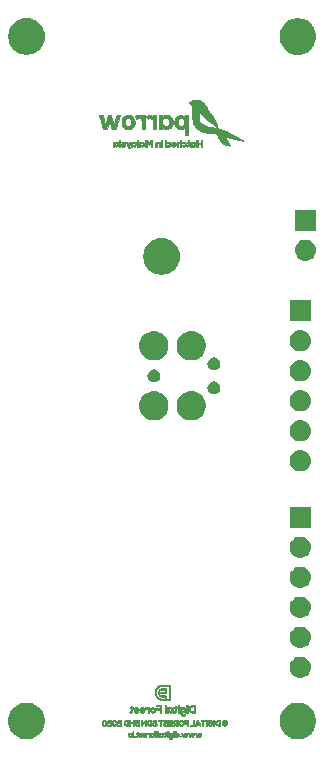
<source format=gbs>
G04 #@! TF.GenerationSoftware,KiCad,Pcbnew,(5.1.4)-1*
G04 #@! TF.CreationDate,2019-12-14T01:31:00+08:00*
G04 #@! TF.ProjectId,esp-break,6573702d-6272-4656-916b-2e6b69636164,rev?*
G04 #@! TF.SameCoordinates,Original*
G04 #@! TF.FileFunction,Soldermask,Bot*
G04 #@! TF.FilePolarity,Negative*
%FSLAX46Y46*%
G04 Gerber Fmt 4.6, Leading zero omitted, Abs format (unit mm)*
G04 Created by KiCad (PCBNEW (5.1.4)-1) date 2019-12-14 01:31:00*
%MOMM*%
%LPD*%
G04 APERTURE LIST*
%ADD10C,0.010000*%
%ADD11C,0.100000*%
G04 APERTURE END LIST*
D10*
G36*
X113858872Y-113152882D02*
G01*
X113797825Y-113173434D01*
X113751948Y-113212902D01*
X113722965Y-113265389D01*
X113712599Y-113324998D01*
X113722574Y-113385831D01*
X113754613Y-113441992D01*
X113769717Y-113457930D01*
X113816603Y-113485150D01*
X113875628Y-113496915D01*
X113934460Y-113491826D01*
X113964683Y-113480019D01*
X114009303Y-113439687D01*
X114037730Y-113381868D01*
X114046000Y-113324922D01*
X113961333Y-113324922D01*
X113950641Y-113368825D01*
X113923447Y-113400031D01*
X113887078Y-113414711D01*
X113848858Y-113409036D01*
X113828285Y-113394470D01*
X113806547Y-113356400D01*
X113804692Y-113312995D01*
X113819811Y-113272510D01*
X113848996Y-113243200D01*
X113885109Y-113233200D01*
X113918926Y-113245678D01*
X113946838Y-113276729D01*
X113960887Y-113316778D01*
X113961333Y-113324922D01*
X114046000Y-113324922D01*
X114034179Y-113255854D01*
X114001388Y-113201429D01*
X113951632Y-113165331D01*
X113888918Y-113151243D01*
X113858872Y-113152882D01*
X113858872Y-113152882D01*
G37*
X113858872Y-113152882D02*
X113797825Y-113173434D01*
X113751948Y-113212902D01*
X113722965Y-113265389D01*
X113712599Y-113324998D01*
X113722574Y-113385831D01*
X113754613Y-113441992D01*
X113769717Y-113457930D01*
X113816603Y-113485150D01*
X113875628Y-113496915D01*
X113934460Y-113491826D01*
X113964683Y-113480019D01*
X114009303Y-113439687D01*
X114037730Y-113381868D01*
X114046000Y-113324922D01*
X113961333Y-113324922D01*
X113950641Y-113368825D01*
X113923447Y-113400031D01*
X113887078Y-113414711D01*
X113848858Y-113409036D01*
X113828285Y-113394470D01*
X113806547Y-113356400D01*
X113804692Y-113312995D01*
X113819811Y-113272510D01*
X113848996Y-113243200D01*
X113885109Y-113233200D01*
X113918926Y-113245678D01*
X113946838Y-113276729D01*
X113960887Y-113316778D01*
X113961333Y-113324922D01*
X114046000Y-113324922D01*
X114034179Y-113255854D01*
X114001388Y-113201429D01*
X113951632Y-113165331D01*
X113888918Y-113151243D01*
X113858872Y-113152882D01*
G36*
X114119985Y-113032296D02*
G01*
X114110259Y-113053967D01*
X114109500Y-113070922D01*
X114114808Y-113103290D01*
X114133958Y-113116556D01*
X114138957Y-113117464D01*
X114170961Y-113111679D01*
X114185984Y-113100503D01*
X114198691Y-113068630D01*
X114189378Y-113040231D01*
X114162811Y-113024651D01*
X114147094Y-113024241D01*
X114119985Y-113032296D01*
X114119985Y-113032296D01*
G37*
X114119985Y-113032296D02*
X114110259Y-113053967D01*
X114109500Y-113070922D01*
X114114808Y-113103290D01*
X114133958Y-113116556D01*
X114138957Y-113117464D01*
X114170961Y-113111679D01*
X114185984Y-113100503D01*
X114198691Y-113068630D01*
X114189378Y-113040231D01*
X114162811Y-113024651D01*
X114147094Y-113024241D01*
X114119985Y-113032296D01*
G36*
X114102444Y-113487200D02*
G01*
X114187111Y-113487200D01*
X114187111Y-113148534D01*
X114102444Y-113148534D01*
X114102444Y-113487200D01*
X114102444Y-113487200D01*
G37*
X114102444Y-113487200D02*
X114187111Y-113487200D01*
X114187111Y-113148534D01*
X114102444Y-113148534D01*
X114102444Y-113487200D01*
G36*
X114265702Y-113410625D02*
G01*
X114246145Y-113443944D01*
X114249764Y-113473921D01*
X114271711Y-113493875D01*
X114307140Y-113497120D01*
X114324694Y-113491966D01*
X114339922Y-113473086D01*
X114340665Y-113443155D01*
X114328253Y-113414494D01*
X114315091Y-113403058D01*
X114286669Y-113396901D01*
X114265702Y-113410625D01*
X114265702Y-113410625D01*
G37*
X114265702Y-113410625D02*
X114246145Y-113443944D01*
X114249764Y-113473921D01*
X114271711Y-113493875D01*
X114307140Y-113497120D01*
X114324694Y-113491966D01*
X114339922Y-113473086D01*
X114340665Y-113443155D01*
X114328253Y-113414494D01*
X114315091Y-113403058D01*
X114286669Y-113396901D01*
X114265702Y-113410625D01*
G36*
X114485639Y-113078348D02*
G01*
X114483445Y-113110835D01*
X114483444Y-113112318D01*
X114481195Y-113145911D01*
X114469686Y-113159855D01*
X114441770Y-113162644D01*
X114441111Y-113162645D01*
X114410856Y-113166441D01*
X114399788Y-113182581D01*
X114398777Y-113197922D01*
X114403236Y-113222993D01*
X114422305Y-113232281D01*
X114441784Y-113233200D01*
X114484791Y-113233200D01*
X114480590Y-113321395D01*
X114477663Y-113369428D01*
X114472653Y-113395569D01*
X114462486Y-113406130D01*
X114444088Y-113407424D01*
X114438851Y-113407106D01*
X114408566Y-113411606D01*
X114393686Y-113435418D01*
X114392303Y-113440521D01*
X114387343Y-113469052D01*
X114388536Y-113481663D01*
X114411281Y-113490457D01*
X114448509Y-113494329D01*
X114486802Y-113492603D01*
X114507216Y-113487636D01*
X114537907Y-113466778D01*
X114556986Y-113432064D01*
X114566339Y-113378482D01*
X114568111Y-113325850D01*
X114568973Y-113275908D01*
X114572821Y-113247959D01*
X114581547Y-113235793D01*
X114596333Y-113233200D01*
X114618464Y-113224932D01*
X114624555Y-113197922D01*
X114617774Y-113170083D01*
X114597227Y-113162645D01*
X114576527Y-113154729D01*
X114566676Y-113126827D01*
X114565477Y-113116784D01*
X114558108Y-113083866D01*
X114539391Y-113069621D01*
X114522250Y-113066457D01*
X114496413Y-113066109D01*
X114485639Y-113078348D01*
X114485639Y-113078348D01*
G37*
X114485639Y-113078348D02*
X114483445Y-113110835D01*
X114483444Y-113112318D01*
X114481195Y-113145911D01*
X114469686Y-113159855D01*
X114441770Y-113162644D01*
X114441111Y-113162645D01*
X114410856Y-113166441D01*
X114399788Y-113182581D01*
X114398777Y-113197922D01*
X114403236Y-113222993D01*
X114422305Y-113232281D01*
X114441784Y-113233200D01*
X114484791Y-113233200D01*
X114480590Y-113321395D01*
X114477663Y-113369428D01*
X114472653Y-113395569D01*
X114462486Y-113406130D01*
X114444088Y-113407424D01*
X114438851Y-113407106D01*
X114408566Y-113411606D01*
X114393686Y-113435418D01*
X114392303Y-113440521D01*
X114387343Y-113469052D01*
X114388536Y-113481663D01*
X114411281Y-113490457D01*
X114448509Y-113494329D01*
X114486802Y-113492603D01*
X114507216Y-113487636D01*
X114537907Y-113466778D01*
X114556986Y-113432064D01*
X114566339Y-113378482D01*
X114568111Y-113325850D01*
X114568973Y-113275908D01*
X114572821Y-113247959D01*
X114581547Y-113235793D01*
X114596333Y-113233200D01*
X114618464Y-113224932D01*
X114624555Y-113197922D01*
X114617774Y-113170083D01*
X114597227Y-113162645D01*
X114576527Y-113154729D01*
X114566676Y-113126827D01*
X114565477Y-113116784D01*
X114558108Y-113083866D01*
X114539391Y-113069621D01*
X114522250Y-113066457D01*
X114496413Y-113066109D01*
X114485639Y-113078348D01*
G36*
X114758376Y-113150192D02*
G01*
X114717868Y-113158712D01*
X114686705Y-113173669D01*
X114670111Y-113193608D01*
X114673312Y-113217076D01*
X114687153Y-113232452D01*
X114711063Y-113242143D01*
X114737856Y-113232980D01*
X114771952Y-113223702D01*
X114806403Y-113226957D01*
X114830757Y-113240510D01*
X114836222Y-113253996D01*
X114823040Y-113270525D01*
X114787076Y-113282200D01*
X114783305Y-113282848D01*
X114720326Y-113297040D01*
X114679811Y-113316983D01*
X114656124Y-113345794D01*
X114651857Y-113355566D01*
X114646323Y-113405344D01*
X114663933Y-113451379D01*
X114700795Y-113483942D01*
X114703784Y-113485370D01*
X114751717Y-113497448D01*
X114810035Y-113499458D01*
X114862670Y-113491158D01*
X114871990Y-113487884D01*
X114911024Y-113464164D01*
X114925358Y-113436267D01*
X114917122Y-113412200D01*
X114903460Y-113398644D01*
X114885090Y-113396476D01*
X114852561Y-113405373D01*
X114840262Y-113409583D01*
X114788982Y-113422024D01*
X114754467Y-113419015D01*
X114739968Y-113401180D01*
X114740431Y-113390389D01*
X114757326Y-113371703D01*
X114795542Y-113359440D01*
X114796354Y-113359306D01*
X114862844Y-113340017D01*
X114904279Y-113307861D01*
X114920608Y-113262882D01*
X114920889Y-113255066D01*
X114911776Y-113209847D01*
X114883708Y-113177780D01*
X114846521Y-113158272D01*
X114803002Y-113149560D01*
X114758376Y-113150192D01*
X114758376Y-113150192D01*
G37*
X114758376Y-113150192D02*
X114717868Y-113158712D01*
X114686705Y-113173669D01*
X114670111Y-113193608D01*
X114673312Y-113217076D01*
X114687153Y-113232452D01*
X114711063Y-113242143D01*
X114737856Y-113232980D01*
X114771952Y-113223702D01*
X114806403Y-113226957D01*
X114830757Y-113240510D01*
X114836222Y-113253996D01*
X114823040Y-113270525D01*
X114787076Y-113282200D01*
X114783305Y-113282848D01*
X114720326Y-113297040D01*
X114679811Y-113316983D01*
X114656124Y-113345794D01*
X114651857Y-113355566D01*
X114646323Y-113405344D01*
X114663933Y-113451379D01*
X114700795Y-113483942D01*
X114703784Y-113485370D01*
X114751717Y-113497448D01*
X114810035Y-113499458D01*
X114862670Y-113491158D01*
X114871990Y-113487884D01*
X114911024Y-113464164D01*
X114925358Y-113436267D01*
X114917122Y-113412200D01*
X114903460Y-113398644D01*
X114885090Y-113396476D01*
X114852561Y-113405373D01*
X114840262Y-113409583D01*
X114788982Y-113422024D01*
X114754467Y-113419015D01*
X114739968Y-113401180D01*
X114740431Y-113390389D01*
X114757326Y-113371703D01*
X114795542Y-113359440D01*
X114796354Y-113359306D01*
X114862844Y-113340017D01*
X114904279Y-113307861D01*
X114920608Y-113262882D01*
X114920889Y-113255066D01*
X114911776Y-113209847D01*
X114883708Y-113177780D01*
X114846521Y-113158272D01*
X114803002Y-113149560D01*
X114758376Y-113150192D01*
G36*
X115086936Y-113153985D02*
G01*
X115032007Y-113175992D01*
X114994003Y-113220173D01*
X114971394Y-113287707D01*
X114969187Y-113300228D01*
X114959615Y-113360200D01*
X115090605Y-113360200D01*
X115151629Y-113360413D01*
X115188726Y-113361817D01*
X115206193Y-113365563D01*
X115208327Y-113372801D01*
X115199423Y-113384680D01*
X115196055Y-113388422D01*
X115160585Y-113409615D01*
X115113948Y-113416399D01*
X115070085Y-113407251D01*
X115062322Y-113403031D01*
X115035578Y-113399987D01*
X115016461Y-113412490D01*
X114995325Y-113437290D01*
X114997869Y-113456308D01*
X115025811Y-113474450D01*
X115040380Y-113480865D01*
X115112601Y-113498910D01*
X115182126Y-113493999D01*
X115220572Y-113479222D01*
X115265606Y-113439282D01*
X115293349Y-113379732D01*
X115301889Y-113311735D01*
X115292414Y-113258664D01*
X115199840Y-113258664D01*
X115192405Y-113269640D01*
X115159683Y-113274908D01*
X115133731Y-113275534D01*
X115092661Y-113272945D01*
X115066827Y-113266274D01*
X115062000Y-113260968D01*
X115073904Y-113242711D01*
X115103116Y-113232639D01*
X115139886Y-113230913D01*
X115174463Y-113237698D01*
X115197098Y-113253156D01*
X115199840Y-113258664D01*
X115292414Y-113258664D01*
X115289927Y-113244734D01*
X115255670Y-113193894D01*
X115201560Y-113161954D01*
X115160320Y-113152973D01*
X115086936Y-113153985D01*
X115086936Y-113153985D01*
G37*
X115086936Y-113153985D02*
X115032007Y-113175992D01*
X114994003Y-113220173D01*
X114971394Y-113287707D01*
X114969187Y-113300228D01*
X114959615Y-113360200D01*
X115090605Y-113360200D01*
X115151629Y-113360413D01*
X115188726Y-113361817D01*
X115206193Y-113365563D01*
X115208327Y-113372801D01*
X115199423Y-113384680D01*
X115196055Y-113388422D01*
X115160585Y-113409615D01*
X115113948Y-113416399D01*
X115070085Y-113407251D01*
X115062322Y-113403031D01*
X115035578Y-113399987D01*
X115016461Y-113412490D01*
X114995325Y-113437290D01*
X114997869Y-113456308D01*
X115025811Y-113474450D01*
X115040380Y-113480865D01*
X115112601Y-113498910D01*
X115182126Y-113493999D01*
X115220572Y-113479222D01*
X115265606Y-113439282D01*
X115293349Y-113379732D01*
X115301889Y-113311735D01*
X115292414Y-113258664D01*
X115199840Y-113258664D01*
X115192405Y-113269640D01*
X115159683Y-113274908D01*
X115133731Y-113275534D01*
X115092661Y-113272945D01*
X115066827Y-113266274D01*
X115062000Y-113260968D01*
X115073904Y-113242711D01*
X115103116Y-113232639D01*
X115139886Y-113230913D01*
X115174463Y-113237698D01*
X115197098Y-113253156D01*
X115199840Y-113258664D01*
X115292414Y-113258664D01*
X115289927Y-113244734D01*
X115255670Y-113193894D01*
X115201560Y-113161954D01*
X115160320Y-113152973D01*
X115086936Y-113153985D01*
G36*
X115365742Y-113154907D02*
G01*
X115339651Y-113165823D01*
X115322742Y-113183887D01*
X115324449Y-113206684D01*
X115330829Y-113222085D01*
X115346086Y-113247350D01*
X115364615Y-113250413D01*
X115380683Y-113244204D01*
X115412690Y-113237034D01*
X115445470Y-113250124D01*
X115449477Y-113252690D01*
X115467947Y-113267106D01*
X115478696Y-113285136D01*
X115483786Y-113314198D01*
X115485278Y-113361712D01*
X115485333Y-113381692D01*
X115485333Y-113487200D01*
X115570000Y-113487200D01*
X115570000Y-113161501D01*
X115517083Y-113162150D01*
X115465336Y-113160251D01*
X115414973Y-113154775D01*
X115414777Y-113154743D01*
X115365742Y-113154907D01*
X115365742Y-113154907D01*
G37*
X115365742Y-113154907D02*
X115339651Y-113165823D01*
X115322742Y-113183887D01*
X115324449Y-113206684D01*
X115330829Y-113222085D01*
X115346086Y-113247350D01*
X115364615Y-113250413D01*
X115380683Y-113244204D01*
X115412690Y-113237034D01*
X115445470Y-113250124D01*
X115449477Y-113252690D01*
X115467947Y-113267106D01*
X115478696Y-113285136D01*
X115483786Y-113314198D01*
X115485278Y-113361712D01*
X115485333Y-113381692D01*
X115485333Y-113487200D01*
X115570000Y-113487200D01*
X115570000Y-113161501D01*
X115517083Y-113162150D01*
X115465336Y-113160251D01*
X115414973Y-113154775D01*
X115414777Y-113154743D01*
X115365742Y-113154907D01*
G36*
X115763872Y-113152882D02*
G01*
X115702825Y-113173434D01*
X115656948Y-113212902D01*
X115627965Y-113265389D01*
X115617599Y-113324998D01*
X115627574Y-113385831D01*
X115659613Y-113441992D01*
X115674717Y-113457930D01*
X115721603Y-113485150D01*
X115780628Y-113496915D01*
X115839460Y-113491826D01*
X115869683Y-113480019D01*
X115914303Y-113439687D01*
X115942730Y-113381868D01*
X115951000Y-113324922D01*
X115866333Y-113324922D01*
X115855641Y-113368825D01*
X115828447Y-113400031D01*
X115792078Y-113414711D01*
X115753858Y-113409036D01*
X115733285Y-113394470D01*
X115711547Y-113356400D01*
X115709692Y-113312995D01*
X115724811Y-113272510D01*
X115753996Y-113243200D01*
X115790109Y-113233200D01*
X115823926Y-113245678D01*
X115851838Y-113276729D01*
X115865887Y-113316778D01*
X115866333Y-113324922D01*
X115951000Y-113324922D01*
X115939179Y-113255854D01*
X115906388Y-113201429D01*
X115856632Y-113165331D01*
X115793918Y-113151243D01*
X115763872Y-113152882D01*
X115763872Y-113152882D01*
G37*
X115763872Y-113152882D02*
X115702825Y-113173434D01*
X115656948Y-113212902D01*
X115627965Y-113265389D01*
X115617599Y-113324998D01*
X115627574Y-113385831D01*
X115659613Y-113441992D01*
X115674717Y-113457930D01*
X115721603Y-113485150D01*
X115780628Y-113496915D01*
X115839460Y-113491826D01*
X115869683Y-113480019D01*
X115914303Y-113439687D01*
X115942730Y-113381868D01*
X115951000Y-113324922D01*
X115866333Y-113324922D01*
X115855641Y-113368825D01*
X115828447Y-113400031D01*
X115792078Y-113414711D01*
X115753858Y-113409036D01*
X115733285Y-113394470D01*
X115711547Y-113356400D01*
X115709692Y-113312995D01*
X115724811Y-113272510D01*
X115753996Y-113243200D01*
X115790109Y-113233200D01*
X115823926Y-113245678D01*
X115851838Y-113276729D01*
X115865887Y-113316778D01*
X115866333Y-113324922D01*
X115951000Y-113324922D01*
X115939179Y-113255854D01*
X115906388Y-113201429D01*
X115856632Y-113165331D01*
X115793918Y-113151243D01*
X115763872Y-113152882D01*
G36*
X115970352Y-113020947D02*
G01*
X115945067Y-113038188D01*
X115945398Y-113066478D01*
X115949193Y-113074602D01*
X115970242Y-113095031D01*
X116001390Y-113095351D01*
X116036496Y-113096758D01*
X116051062Y-113107796D01*
X116063541Y-113139101D01*
X116051693Y-113156955D01*
X116014663Y-113162645D01*
X116014500Y-113162645D01*
X115981053Y-113165328D01*
X115967370Y-113177204D01*
X115965111Y-113197028D01*
X115970148Y-113221694D01*
X115990708Y-113232931D01*
X116010972Y-113235834D01*
X116056833Y-113240256D01*
X116064987Y-113487200D01*
X116148555Y-113487200D01*
X116148555Y-113360200D01*
X116149027Y-113299861D01*
X116151237Y-113262367D01*
X116156380Y-113242347D01*
X116165650Y-113234430D01*
X116176777Y-113233200D01*
X116198908Y-113224932D01*
X116205000Y-113197922D01*
X116198075Y-113169931D01*
X116178348Y-113162645D01*
X116156665Y-113152757D01*
X116143768Y-113120086D01*
X116142794Y-113115193D01*
X116120843Y-113060561D01*
X116080134Y-113026854D01*
X116021949Y-113015123D01*
X116020813Y-113015119D01*
X115970352Y-113020947D01*
X115970352Y-113020947D01*
G37*
X115970352Y-113020947D02*
X115945067Y-113038188D01*
X115945398Y-113066478D01*
X115949193Y-113074602D01*
X115970242Y-113095031D01*
X116001390Y-113095351D01*
X116036496Y-113096758D01*
X116051062Y-113107796D01*
X116063541Y-113139101D01*
X116051693Y-113156955D01*
X116014663Y-113162645D01*
X116014500Y-113162645D01*
X115981053Y-113165328D01*
X115967370Y-113177204D01*
X115965111Y-113197028D01*
X115970148Y-113221694D01*
X115990708Y-113232931D01*
X116010972Y-113235834D01*
X116056833Y-113240256D01*
X116064987Y-113487200D01*
X116148555Y-113487200D01*
X116148555Y-113360200D01*
X116149027Y-113299861D01*
X116151237Y-113262367D01*
X116156380Y-113242347D01*
X116165650Y-113234430D01*
X116176777Y-113233200D01*
X116198908Y-113224932D01*
X116205000Y-113197922D01*
X116198075Y-113169931D01*
X116178348Y-113162645D01*
X116156665Y-113152757D01*
X116143768Y-113120086D01*
X116142794Y-113115193D01*
X116120843Y-113060561D01*
X116080134Y-113026854D01*
X116021949Y-113015123D01*
X116020813Y-113015119D01*
X115970352Y-113020947D01*
G36*
X116233222Y-113487200D02*
G01*
X116317889Y-113487200D01*
X116317889Y-113021534D01*
X116233222Y-113021534D01*
X116233222Y-113487200D01*
X116233222Y-113487200D01*
G37*
X116233222Y-113487200D02*
X116317889Y-113487200D01*
X116317889Y-113021534D01*
X116233222Y-113021534D01*
X116233222Y-113487200D01*
G36*
X116508348Y-113160331D02*
G01*
X116490362Y-113170500D01*
X116467677Y-113181868D01*
X116459000Y-113177556D01*
X116446741Y-113167087D01*
X116417204Y-113162646D01*
X116416666Y-113162645D01*
X116374333Y-113162645D01*
X116374333Y-113487200D01*
X116416666Y-113487200D01*
X116446386Y-113482882D01*
X116458996Y-113472478D01*
X116459000Y-113472289D01*
X116468508Y-113468163D01*
X116490362Y-113479344D01*
X116536793Y-113497081D01*
X116593976Y-113498196D01*
X116638827Y-113486793D01*
X116679721Y-113456330D01*
X116708705Y-113407331D01*
X116723694Y-113347721D01*
X116723032Y-113309935D01*
X116639163Y-113309935D01*
X116635581Y-113352879D01*
X116614595Y-113388294D01*
X116581066Y-113411076D01*
X116539856Y-113416123D01*
X116495827Y-113398334D01*
X116494152Y-113397131D01*
X116474790Y-113367901D01*
X116467465Y-113325306D01*
X116472887Y-113281829D01*
X116486128Y-113255685D01*
X116518184Y-113236534D01*
X116560328Y-113233761D01*
X116600262Y-113246553D01*
X116620477Y-113264562D01*
X116639163Y-113309935D01*
X116723032Y-113309935D01*
X116722602Y-113285421D01*
X116705705Y-113232738D01*
X116669061Y-113188126D01*
X116618343Y-113159565D01*
X116561966Y-113149489D01*
X116508348Y-113160331D01*
X116508348Y-113160331D01*
G37*
X116508348Y-113160331D02*
X116490362Y-113170500D01*
X116467677Y-113181868D01*
X116459000Y-113177556D01*
X116446741Y-113167087D01*
X116417204Y-113162646D01*
X116416666Y-113162645D01*
X116374333Y-113162645D01*
X116374333Y-113487200D01*
X116416666Y-113487200D01*
X116446386Y-113482882D01*
X116458996Y-113472478D01*
X116459000Y-113472289D01*
X116468508Y-113468163D01*
X116490362Y-113479344D01*
X116536793Y-113497081D01*
X116593976Y-113498196D01*
X116638827Y-113486793D01*
X116679721Y-113456330D01*
X116708705Y-113407331D01*
X116723694Y-113347721D01*
X116723032Y-113309935D01*
X116639163Y-113309935D01*
X116635581Y-113352879D01*
X116614595Y-113388294D01*
X116581066Y-113411076D01*
X116539856Y-113416123D01*
X116495827Y-113398334D01*
X116494152Y-113397131D01*
X116474790Y-113367901D01*
X116467465Y-113325306D01*
X116472887Y-113281829D01*
X116486128Y-113255685D01*
X116518184Y-113236534D01*
X116560328Y-113233761D01*
X116600262Y-113246553D01*
X116620477Y-113264562D01*
X116639163Y-113309935D01*
X116723032Y-113309935D01*
X116722602Y-113285421D01*
X116705705Y-113232738D01*
X116669061Y-113188126D01*
X116618343Y-113159565D01*
X116561966Y-113149489D01*
X116508348Y-113160331D01*
G36*
X116860040Y-113076600D02*
G01*
X116851501Y-113109486D01*
X116851477Y-113109728D01*
X116844636Y-113142055D01*
X116826239Y-113155980D01*
X116801194Y-113160011D01*
X116768943Y-113166897D01*
X116756599Y-113183502D01*
X116755333Y-113198816D01*
X116759187Y-113222101D01*
X116776247Y-113231628D01*
X116804722Y-113233200D01*
X116854111Y-113233200D01*
X116854111Y-113309083D01*
X116848543Y-113368344D01*
X116832128Y-113402805D01*
X116805294Y-113411767D01*
X116792990Y-113408550D01*
X116773482Y-113410818D01*
X116761285Y-113437185D01*
X116756438Y-113466640D01*
X116758195Y-113480655D01*
X116782615Y-113490538D01*
X116820991Y-113494076D01*
X116859672Y-113490780D01*
X116878061Y-113484967D01*
X116910577Y-113453102D01*
X116930951Y-113396907D01*
X116938713Y-113317748D01*
X116938777Y-113308706D01*
X116940072Y-113264599D01*
X116945641Y-113241901D01*
X116958011Y-113233848D01*
X116967000Y-113233200D01*
X116989131Y-113224932D01*
X116995222Y-113197922D01*
X116988607Y-113170259D01*
X116967000Y-113162645D01*
X116946049Y-113155691D01*
X116938959Y-113130153D01*
X116938777Y-113121821D01*
X116928836Y-113084446D01*
X116898388Y-113066137D01*
X116875017Y-113063867D01*
X116860040Y-113076600D01*
X116860040Y-113076600D01*
G37*
X116860040Y-113076600D02*
X116851501Y-113109486D01*
X116851477Y-113109728D01*
X116844636Y-113142055D01*
X116826239Y-113155980D01*
X116801194Y-113160011D01*
X116768943Y-113166897D01*
X116756599Y-113183502D01*
X116755333Y-113198816D01*
X116759187Y-113222101D01*
X116776247Y-113231628D01*
X116804722Y-113233200D01*
X116854111Y-113233200D01*
X116854111Y-113309083D01*
X116848543Y-113368344D01*
X116832128Y-113402805D01*
X116805294Y-113411767D01*
X116792990Y-113408550D01*
X116773482Y-113410818D01*
X116761285Y-113437185D01*
X116756438Y-113466640D01*
X116758195Y-113480655D01*
X116782615Y-113490538D01*
X116820991Y-113494076D01*
X116859672Y-113490780D01*
X116878061Y-113484967D01*
X116910577Y-113453102D01*
X116930951Y-113396907D01*
X116938713Y-113317748D01*
X116938777Y-113308706D01*
X116940072Y-113264599D01*
X116945641Y-113241901D01*
X116958011Y-113233848D01*
X116967000Y-113233200D01*
X116989131Y-113224932D01*
X116995222Y-113197922D01*
X116988607Y-113170259D01*
X116967000Y-113162645D01*
X116946049Y-113155691D01*
X116938959Y-113130153D01*
X116938777Y-113121821D01*
X116928836Y-113084446D01*
X116898388Y-113066137D01*
X116875017Y-113063867D01*
X116860040Y-113076600D01*
G36*
X117038432Y-113035421D02*
G01*
X117026000Y-113053961D01*
X117030672Y-113086027D01*
X117050879Y-113112052D01*
X117072833Y-113120311D01*
X117096160Y-113110437D01*
X117107548Y-113099822D01*
X117121933Y-113067192D01*
X117111469Y-113041226D01*
X117079528Y-113028847D01*
X117072833Y-113028589D01*
X117038432Y-113035421D01*
X117038432Y-113035421D01*
G37*
X117038432Y-113035421D02*
X117026000Y-113053961D01*
X117030672Y-113086027D01*
X117050879Y-113112052D01*
X117072833Y-113120311D01*
X117096160Y-113110437D01*
X117107548Y-113099822D01*
X117121933Y-113067192D01*
X117111469Y-113041226D01*
X117079528Y-113028847D01*
X117072833Y-113028589D01*
X117038432Y-113035421D01*
G36*
X117026524Y-113321395D02*
G01*
X117022549Y-113487200D01*
X117123118Y-113487200D01*
X117119142Y-113321395D01*
X117115166Y-113155589D01*
X117030500Y-113155589D01*
X117026524Y-113321395D01*
X117026524Y-113321395D01*
G37*
X117026524Y-113321395D02*
X117022549Y-113487200D01*
X117123118Y-113487200D01*
X117119142Y-113321395D01*
X117115166Y-113155589D01*
X117030500Y-113155589D01*
X117026524Y-113321395D01*
G36*
X117189112Y-113148546D02*
G01*
X117176072Y-113194736D01*
X117168669Y-113267203D01*
X117168358Y-113273457D01*
X117166799Y-113331919D01*
X117169540Y-113369705D01*
X117177707Y-113394182D01*
X117189171Y-113409412D01*
X117206578Y-113430862D01*
X117203914Y-113446553D01*
X117189811Y-113461944D01*
X117171180Y-113497471D01*
X117164905Y-113546773D01*
X117171200Y-113598152D01*
X117186653Y-113634807D01*
X117227617Y-113673240D01*
X117283857Y-113693246D01*
X117348077Y-113693342D01*
X117400003Y-113678213D01*
X117436108Y-113652636D01*
X117467790Y-113614207D01*
X117486843Y-113573956D01*
X117489111Y-113558456D01*
X117478474Y-113545050D01*
X117452364Y-113544501D01*
X117419484Y-113555108D01*
X117388536Y-113575166D01*
X117384560Y-113578922D01*
X117345543Y-113604861D01*
X117305640Y-113611284D01*
X117272046Y-113599626D01*
X117251956Y-113571322D01*
X117249222Y-113551932D01*
X117256509Y-113519011D01*
X117281533Y-113497710D01*
X117329039Y-113484368D01*
X117338909Y-113482748D01*
X117404872Y-113463732D01*
X117449521Y-113428705D01*
X117476526Y-113374779D01*
X117476650Y-113374368D01*
X117484963Y-113309417D01*
X117402511Y-113309417D01*
X117395148Y-113349759D01*
X117376222Y-113374311D01*
X117336581Y-113398956D01*
X117296616Y-113397267D01*
X117271397Y-113380359D01*
X117255092Y-113348820D01*
X117249774Y-113306559D01*
X117255995Y-113267268D01*
X117266155Y-113250134D01*
X117299594Y-113234257D01*
X117340203Y-113236759D01*
X117375203Y-113256054D01*
X117382477Y-113264562D01*
X117402511Y-113309417D01*
X117484963Y-113309417D01*
X117485661Y-113303971D01*
X117470971Y-113242073D01*
X117435795Y-113192998D01*
X117383349Y-113161068D01*
X117316848Y-113150608D01*
X117310441Y-113150859D01*
X117268436Y-113148986D01*
X117236499Y-113140370D01*
X117231174Y-113137011D01*
X117207557Y-113129137D01*
X117189112Y-113148546D01*
X117189112Y-113148546D01*
G37*
X117189112Y-113148546D02*
X117176072Y-113194736D01*
X117168669Y-113267203D01*
X117168358Y-113273457D01*
X117166799Y-113331919D01*
X117169540Y-113369705D01*
X117177707Y-113394182D01*
X117189171Y-113409412D01*
X117206578Y-113430862D01*
X117203914Y-113446553D01*
X117189811Y-113461944D01*
X117171180Y-113497471D01*
X117164905Y-113546773D01*
X117171200Y-113598152D01*
X117186653Y-113634807D01*
X117227617Y-113673240D01*
X117283857Y-113693246D01*
X117348077Y-113693342D01*
X117400003Y-113678213D01*
X117436108Y-113652636D01*
X117467790Y-113614207D01*
X117486843Y-113573956D01*
X117489111Y-113558456D01*
X117478474Y-113545050D01*
X117452364Y-113544501D01*
X117419484Y-113555108D01*
X117388536Y-113575166D01*
X117384560Y-113578922D01*
X117345543Y-113604861D01*
X117305640Y-113611284D01*
X117272046Y-113599626D01*
X117251956Y-113571322D01*
X117249222Y-113551932D01*
X117256509Y-113519011D01*
X117281533Y-113497710D01*
X117329039Y-113484368D01*
X117338909Y-113482748D01*
X117404872Y-113463732D01*
X117449521Y-113428705D01*
X117476526Y-113374779D01*
X117476650Y-113374368D01*
X117484963Y-113309417D01*
X117402511Y-113309417D01*
X117395148Y-113349759D01*
X117376222Y-113374311D01*
X117336581Y-113398956D01*
X117296616Y-113397267D01*
X117271397Y-113380359D01*
X117255092Y-113348820D01*
X117249774Y-113306559D01*
X117255995Y-113267268D01*
X117266155Y-113250134D01*
X117299594Y-113234257D01*
X117340203Y-113236759D01*
X117375203Y-113256054D01*
X117382477Y-113264562D01*
X117402511Y-113309417D01*
X117484963Y-113309417D01*
X117485661Y-113303971D01*
X117470971Y-113242073D01*
X117435795Y-113192998D01*
X117383349Y-113161068D01*
X117316848Y-113150608D01*
X117310441Y-113150859D01*
X117268436Y-113148986D01*
X117236499Y-113140370D01*
X117231174Y-113137011D01*
X117207557Y-113129137D01*
X117189112Y-113148546D01*
G36*
X117548985Y-113032296D02*
G01*
X117539259Y-113053967D01*
X117538500Y-113070922D01*
X117543808Y-113103290D01*
X117562958Y-113116556D01*
X117567957Y-113117464D01*
X117599961Y-113111679D01*
X117614984Y-113100503D01*
X117627691Y-113068630D01*
X117618378Y-113040231D01*
X117591811Y-113024651D01*
X117576094Y-113024241D01*
X117548985Y-113032296D01*
X117548985Y-113032296D01*
G37*
X117548985Y-113032296D02*
X117539259Y-113053967D01*
X117538500Y-113070922D01*
X117543808Y-113103290D01*
X117562958Y-113116556D01*
X117567957Y-113117464D01*
X117599961Y-113111679D01*
X117614984Y-113100503D01*
X117627691Y-113068630D01*
X117618378Y-113040231D01*
X117591811Y-113024651D01*
X117576094Y-113024241D01*
X117548985Y-113032296D01*
G36*
X117531444Y-113487200D02*
G01*
X117616111Y-113487200D01*
X117616111Y-113148534D01*
X117531444Y-113148534D01*
X117531444Y-113487200D01*
X117531444Y-113487200D01*
G37*
X117531444Y-113487200D02*
X117616111Y-113487200D01*
X117616111Y-113148534D01*
X117531444Y-113148534D01*
X117531444Y-113487200D01*
G36*
X117686666Y-113487200D02*
G01*
X117721944Y-113487200D01*
X117748461Y-113482247D01*
X117757222Y-113472727D01*
X117767895Y-113468332D01*
X117794985Y-113477837D01*
X117798855Y-113479782D01*
X117856631Y-113499187D01*
X117911080Y-113492896D01*
X117950349Y-113473791D01*
X117991267Y-113442205D01*
X118014599Y-113404150D01*
X118024327Y-113351323D01*
X118024765Y-113336542D01*
X117940120Y-113336542D01*
X117926162Y-113376942D01*
X117909304Y-113394678D01*
X117864450Y-113414711D01*
X117824108Y-113407348D01*
X117799555Y-113388422D01*
X117776024Y-113350019D01*
X117774196Y-113310147D01*
X117789477Y-113274062D01*
X117817268Y-113247021D01*
X117852975Y-113234282D01*
X117891999Y-113241100D01*
X117914861Y-113256554D01*
X117936511Y-113292472D01*
X117940120Y-113336542D01*
X118024765Y-113336542D01*
X118025333Y-113317383D01*
X118022803Y-113270087D01*
X118011664Y-113237407D01*
X117986592Y-113205932D01*
X117977355Y-113196511D01*
X117925879Y-113159016D01*
X117870422Y-113148133D01*
X117807529Y-113162295D01*
X117786806Y-113168986D01*
X117776039Y-113164873D01*
X117771969Y-113144238D01*
X117771333Y-113101360D01*
X117771333Y-113098795D01*
X117770613Y-113054553D01*
X117765910Y-113031569D01*
X117753410Y-113022884D01*
X117729297Y-113021534D01*
X117686666Y-113021534D01*
X117686666Y-113487200D01*
X117686666Y-113487200D01*
G37*
X117686666Y-113487200D02*
X117721944Y-113487200D01*
X117748461Y-113482247D01*
X117757222Y-113472727D01*
X117767895Y-113468332D01*
X117794985Y-113477837D01*
X117798855Y-113479782D01*
X117856631Y-113499187D01*
X117911080Y-113492896D01*
X117950349Y-113473791D01*
X117991267Y-113442205D01*
X118014599Y-113404150D01*
X118024327Y-113351323D01*
X118024765Y-113336542D01*
X117940120Y-113336542D01*
X117926162Y-113376942D01*
X117909304Y-113394678D01*
X117864450Y-113414711D01*
X117824108Y-113407348D01*
X117799555Y-113388422D01*
X117776024Y-113350019D01*
X117774196Y-113310147D01*
X117789477Y-113274062D01*
X117817268Y-113247021D01*
X117852975Y-113234282D01*
X117891999Y-113241100D01*
X117914861Y-113256554D01*
X117936511Y-113292472D01*
X117940120Y-113336542D01*
X118024765Y-113336542D01*
X118025333Y-113317383D01*
X118022803Y-113270087D01*
X118011664Y-113237407D01*
X117986592Y-113205932D01*
X117977355Y-113196511D01*
X117925879Y-113159016D01*
X117870422Y-113148133D01*
X117807529Y-113162295D01*
X117786806Y-113168986D01*
X117776039Y-113164873D01*
X117771969Y-113144238D01*
X117771333Y-113101360D01*
X117771333Y-113098795D01*
X117770613Y-113054553D01*
X117765910Y-113031569D01*
X117753410Y-113022884D01*
X117729297Y-113021534D01*
X117686666Y-113021534D01*
X117686666Y-113487200D01*
G36*
X118108198Y-113406079D02*
G01*
X118097140Y-113422463D01*
X118095889Y-113443357D01*
X118103296Y-113477727D01*
X118118209Y-113492746D01*
X118140860Y-113500043D01*
X118155715Y-113495001D01*
X118173303Y-113478325D01*
X118188402Y-113452207D01*
X118188422Y-113434838D01*
X118181382Y-113413214D01*
X118180555Y-113408435D01*
X118168268Y-113404288D01*
X118138671Y-113402534D01*
X118138222Y-113402534D01*
X118108198Y-113406079D01*
X118108198Y-113406079D01*
G37*
X118108198Y-113406079D02*
X118097140Y-113422463D01*
X118095889Y-113443357D01*
X118103296Y-113477727D01*
X118118209Y-113492746D01*
X118140860Y-113500043D01*
X118155715Y-113495001D01*
X118173303Y-113478325D01*
X118188402Y-113452207D01*
X118188422Y-113434838D01*
X118181382Y-113413214D01*
X118180555Y-113408435D01*
X118168268Y-113404288D01*
X118138671Y-113402534D01*
X118138222Y-113402534D01*
X118108198Y-113406079D01*
G36*
X118266251Y-113165439D02*
G01*
X118251296Y-113172260D01*
X118251111Y-113173201D01*
X118255333Y-113190083D01*
X118266790Y-113227882D01*
X118283672Y-113280783D01*
X118301666Y-113335479D01*
X118352222Y-113487200D01*
X118459643Y-113487200D01*
X118484896Y-113393911D01*
X118510148Y-113300622D01*
X118537954Y-113393911D01*
X118553146Y-113442914D01*
X118565400Y-113470802D01*
X118579768Y-113483526D01*
X118601301Y-113487038D01*
X118617128Y-113487200D01*
X118668496Y-113487200D01*
X118721084Y-113335506D01*
X118742005Y-113274222D01*
X118758938Y-113222841D01*
X118770019Y-113187140D01*
X118773447Y-113173228D01*
X118760928Y-113166029D01*
X118730732Y-113162676D01*
X118727185Y-113162645D01*
X118702727Y-113164025D01*
X118686692Y-113172134D01*
X118674539Y-113192921D01*
X118661725Y-113232339D01*
X118654489Y-113257895D01*
X118640168Y-113307299D01*
X118628005Y-113346121D01*
X118620581Y-113366135D01*
X118620479Y-113366323D01*
X118613574Y-113360251D01*
X118601785Y-113332404D01*
X118587351Y-113288315D01*
X118583363Y-113274601D01*
X118567693Y-113221687D01*
X118555354Y-113190406D01*
X118542506Y-113175099D01*
X118525305Y-113170104D01*
X118512166Y-113169700D01*
X118490867Y-113171365D01*
X118475990Y-113180111D01*
X118463708Y-113201560D01*
X118450192Y-113241338D01*
X118440132Y-113275534D01*
X118424838Y-113325761D01*
X118412956Y-113353439D01*
X118402437Y-113357532D01*
X118391230Y-113337006D01*
X118377285Y-113290824D01*
X118363291Y-113236728D01*
X118351317Y-113193965D01*
X118339394Y-113171923D01*
X118321482Y-113163767D01*
X118297832Y-113162645D01*
X118266251Y-113165439D01*
X118266251Y-113165439D01*
G37*
X118266251Y-113165439D02*
X118251296Y-113172260D01*
X118251111Y-113173201D01*
X118255333Y-113190083D01*
X118266790Y-113227882D01*
X118283672Y-113280783D01*
X118301666Y-113335479D01*
X118352222Y-113487200D01*
X118459643Y-113487200D01*
X118484896Y-113393911D01*
X118510148Y-113300622D01*
X118537954Y-113393911D01*
X118553146Y-113442914D01*
X118565400Y-113470802D01*
X118579768Y-113483526D01*
X118601301Y-113487038D01*
X118617128Y-113487200D01*
X118668496Y-113487200D01*
X118721084Y-113335506D01*
X118742005Y-113274222D01*
X118758938Y-113222841D01*
X118770019Y-113187140D01*
X118773447Y-113173228D01*
X118760928Y-113166029D01*
X118730732Y-113162676D01*
X118727185Y-113162645D01*
X118702727Y-113164025D01*
X118686692Y-113172134D01*
X118674539Y-113192921D01*
X118661725Y-113232339D01*
X118654489Y-113257895D01*
X118640168Y-113307299D01*
X118628005Y-113346121D01*
X118620581Y-113366135D01*
X118620479Y-113366323D01*
X118613574Y-113360251D01*
X118601785Y-113332404D01*
X118587351Y-113288315D01*
X118583363Y-113274601D01*
X118567693Y-113221687D01*
X118555354Y-113190406D01*
X118542506Y-113175099D01*
X118525305Y-113170104D01*
X118512166Y-113169700D01*
X118490867Y-113171365D01*
X118475990Y-113180111D01*
X118463708Y-113201560D01*
X118450192Y-113241338D01*
X118440132Y-113275534D01*
X118424838Y-113325761D01*
X118412956Y-113353439D01*
X118402437Y-113357532D01*
X118391230Y-113337006D01*
X118377285Y-113290824D01*
X118363291Y-113236728D01*
X118351317Y-113193965D01*
X118339394Y-113171923D01*
X118321482Y-113163767D01*
X118297832Y-113162645D01*
X118266251Y-113165439D01*
G36*
X119291547Y-113163765D02*
G01*
X119275208Y-113170932D01*
X119262822Y-113189855D01*
X119250063Y-113226239D01*
X119238654Y-113264950D01*
X119223922Y-113315900D01*
X119212287Y-113356364D01*
X119205973Y-113378607D01*
X119205625Y-113379884D01*
X119200061Y-113376029D01*
X119188707Y-113344662D01*
X119171595Y-113285885D01*
X119154674Y-113222617D01*
X119142582Y-113184835D01*
X119127875Y-113167376D01*
X119103408Y-113162708D01*
X119097777Y-113162645D01*
X119070946Y-113165890D01*
X119055087Y-113180649D01*
X119043055Y-113214454D01*
X119040881Y-113222617D01*
X119019395Y-113302254D01*
X119003642Y-113354558D01*
X118993654Y-113379428D01*
X118989930Y-113379884D01*
X118984595Y-113361004D01*
X118973610Y-113322755D01*
X118959197Y-113272873D01*
X118956901Y-113264950D01*
X118941324Y-113213021D01*
X118929131Y-113182533D01*
X118916003Y-113167778D01*
X118897620Y-113163048D01*
X118879482Y-113162645D01*
X118831715Y-113162645D01*
X118884862Y-113321395D01*
X118938008Y-113480145D01*
X118993073Y-113480145D01*
X119025053Y-113478874D01*
X119043648Y-113470550D01*
X119055700Y-113448401D01*
X119067944Y-113406061D01*
X119080340Y-113365156D01*
X119091294Y-113338250D01*
X119096474Y-113331978D01*
X119104788Y-113344334D01*
X119116985Y-113376163D01*
X119126211Y-113406061D01*
X119139563Y-113448845D01*
X119152795Y-113471464D01*
X119172697Y-113481118D01*
X119200225Y-113484531D01*
X119241812Y-113482887D01*
X119260116Y-113470420D01*
X119267246Y-113450000D01*
X119281144Y-113409233D01*
X119299630Y-113354537D01*
X119315514Y-113307284D01*
X119364021Y-113162645D01*
X119316164Y-113162645D01*
X119291547Y-113163765D01*
X119291547Y-113163765D01*
G37*
X119291547Y-113163765D02*
X119275208Y-113170932D01*
X119262822Y-113189855D01*
X119250063Y-113226239D01*
X119238654Y-113264950D01*
X119223922Y-113315900D01*
X119212287Y-113356364D01*
X119205973Y-113378607D01*
X119205625Y-113379884D01*
X119200061Y-113376029D01*
X119188707Y-113344662D01*
X119171595Y-113285885D01*
X119154674Y-113222617D01*
X119142582Y-113184835D01*
X119127875Y-113167376D01*
X119103408Y-113162708D01*
X119097777Y-113162645D01*
X119070946Y-113165890D01*
X119055087Y-113180649D01*
X119043055Y-113214454D01*
X119040881Y-113222617D01*
X119019395Y-113302254D01*
X119003642Y-113354558D01*
X118993654Y-113379428D01*
X118989930Y-113379884D01*
X118984595Y-113361004D01*
X118973610Y-113322755D01*
X118959197Y-113272873D01*
X118956901Y-113264950D01*
X118941324Y-113213021D01*
X118929131Y-113182533D01*
X118916003Y-113167778D01*
X118897620Y-113163048D01*
X118879482Y-113162645D01*
X118831715Y-113162645D01*
X118884862Y-113321395D01*
X118938008Y-113480145D01*
X118993073Y-113480145D01*
X119025053Y-113478874D01*
X119043648Y-113470550D01*
X119055700Y-113448401D01*
X119067944Y-113406061D01*
X119080340Y-113365156D01*
X119091294Y-113338250D01*
X119096474Y-113331978D01*
X119104788Y-113344334D01*
X119116985Y-113376163D01*
X119126211Y-113406061D01*
X119139563Y-113448845D01*
X119152795Y-113471464D01*
X119172697Y-113481118D01*
X119200225Y-113484531D01*
X119241812Y-113482887D01*
X119260116Y-113470420D01*
X119267246Y-113450000D01*
X119281144Y-113409233D01*
X119299630Y-113354537D01*
X119315514Y-113307284D01*
X119364021Y-113162645D01*
X119316164Y-113162645D01*
X119291547Y-113163765D01*
G36*
X119437473Y-113165439D02*
G01*
X119422518Y-113172260D01*
X119422333Y-113173201D01*
X119426555Y-113190083D01*
X119438013Y-113227882D01*
X119454895Y-113280783D01*
X119472889Y-113335479D01*
X119523444Y-113487200D01*
X119630500Y-113487200D01*
X119682678Y-113305008D01*
X119736982Y-113487200D01*
X119843333Y-113487200D01*
X119893889Y-113335479D01*
X119914057Y-113274070D01*
X119930404Y-113222620D01*
X119941116Y-113186946D01*
X119944444Y-113173201D01*
X119932091Y-113166024D01*
X119901992Y-113162677D01*
X119898407Y-113162645D01*
X119873949Y-113164025D01*
X119857915Y-113172134D01*
X119845761Y-113192921D01*
X119832947Y-113232339D01*
X119825711Y-113257895D01*
X119811390Y-113307299D01*
X119799228Y-113346121D01*
X119791804Y-113366135D01*
X119791701Y-113366323D01*
X119784796Y-113360251D01*
X119773008Y-113332404D01*
X119758573Y-113288315D01*
X119754585Y-113274601D01*
X119738915Y-113221687D01*
X119726576Y-113190406D01*
X119713728Y-113175099D01*
X119696527Y-113170104D01*
X119683389Y-113169700D01*
X119662089Y-113171365D01*
X119647212Y-113180111D01*
X119634930Y-113201560D01*
X119621414Y-113241338D01*
X119611354Y-113275534D01*
X119596060Y-113325761D01*
X119584179Y-113353439D01*
X119573659Y-113357532D01*
X119562452Y-113337006D01*
X119548507Y-113290824D01*
X119534513Y-113236728D01*
X119522539Y-113193965D01*
X119510616Y-113171923D01*
X119492704Y-113163767D01*
X119469054Y-113162645D01*
X119437473Y-113165439D01*
X119437473Y-113165439D01*
G37*
X119437473Y-113165439D02*
X119422518Y-113172260D01*
X119422333Y-113173201D01*
X119426555Y-113190083D01*
X119438013Y-113227882D01*
X119454895Y-113280783D01*
X119472889Y-113335479D01*
X119523444Y-113487200D01*
X119630500Y-113487200D01*
X119682678Y-113305008D01*
X119736982Y-113487200D01*
X119843333Y-113487200D01*
X119893889Y-113335479D01*
X119914057Y-113274070D01*
X119930404Y-113222620D01*
X119941116Y-113186946D01*
X119944444Y-113173201D01*
X119932091Y-113166024D01*
X119901992Y-113162677D01*
X119898407Y-113162645D01*
X119873949Y-113164025D01*
X119857915Y-113172134D01*
X119845761Y-113192921D01*
X119832947Y-113232339D01*
X119825711Y-113257895D01*
X119811390Y-113307299D01*
X119799228Y-113346121D01*
X119791804Y-113366135D01*
X119791701Y-113366323D01*
X119784796Y-113360251D01*
X119773008Y-113332404D01*
X119758573Y-113288315D01*
X119754585Y-113274601D01*
X119738915Y-113221687D01*
X119726576Y-113190406D01*
X119713728Y-113175099D01*
X119696527Y-113170104D01*
X119683389Y-113169700D01*
X119662089Y-113171365D01*
X119647212Y-113180111D01*
X119634930Y-113201560D01*
X119621414Y-113241338D01*
X119611354Y-113275534D01*
X119596060Y-113325761D01*
X119584179Y-113353439D01*
X119573659Y-113357532D01*
X119562452Y-113337006D01*
X119548507Y-113290824D01*
X119534513Y-113236728D01*
X119522539Y-113193965D01*
X119510616Y-113171923D01*
X119492704Y-113163767D01*
X119469054Y-113162645D01*
X119437473Y-113165439D01*
G36*
X111679497Y-112081503D02*
G01*
X111619577Y-112106423D01*
X111569995Y-112151325D01*
X111552840Y-112177771D01*
X111535688Y-112229099D01*
X111527761Y-112295101D01*
X111529002Y-112364904D01*
X111539354Y-112427633D01*
X111554359Y-112465760D01*
X111601359Y-112519382D01*
X111662974Y-112552122D01*
X111732514Y-112561609D01*
X111791883Y-112549972D01*
X111831324Y-112533514D01*
X111860998Y-112517249D01*
X111864667Y-112514501D01*
X111897841Y-112470686D01*
X111919464Y-112408745D01*
X111928678Y-112336667D01*
X111927657Y-112317955D01*
X111830555Y-112317955D01*
X111828402Y-112372177D01*
X111820361Y-112407717D01*
X111804061Y-112433897D01*
X111799873Y-112438541D01*
X111757105Y-112466141D01*
X111709147Y-112468250D01*
X111662732Y-112444959D01*
X111653525Y-112436564D01*
X111633093Y-112411170D01*
X111622586Y-112381001D01*
X111619039Y-112335922D01*
X111618889Y-112318183D01*
X111625046Y-112249843D01*
X111645018Y-112203626D01*
X111681054Y-112175907D01*
X111713203Y-112166277D01*
X111750061Y-112164743D01*
X111780293Y-112180801D01*
X111794342Y-112193815D01*
X111815035Y-112218657D01*
X111826012Y-112246739D01*
X111830151Y-112287920D01*
X111830555Y-112317955D01*
X111927657Y-112317955D01*
X111924627Y-112262446D01*
X111906453Y-112194071D01*
X111900487Y-112180634D01*
X111860250Y-112126130D01*
X111805937Y-112091407D01*
X111743652Y-112076514D01*
X111679497Y-112081503D01*
X111679497Y-112081503D01*
G37*
X111679497Y-112081503D02*
X111619577Y-112106423D01*
X111569995Y-112151325D01*
X111552840Y-112177771D01*
X111535688Y-112229099D01*
X111527761Y-112295101D01*
X111529002Y-112364904D01*
X111539354Y-112427633D01*
X111554359Y-112465760D01*
X111601359Y-112519382D01*
X111662974Y-112552122D01*
X111732514Y-112561609D01*
X111791883Y-112549972D01*
X111831324Y-112533514D01*
X111860998Y-112517249D01*
X111864667Y-112514501D01*
X111897841Y-112470686D01*
X111919464Y-112408745D01*
X111928678Y-112336667D01*
X111927657Y-112317955D01*
X111830555Y-112317955D01*
X111828402Y-112372177D01*
X111820361Y-112407717D01*
X111804061Y-112433897D01*
X111799873Y-112438541D01*
X111757105Y-112466141D01*
X111709147Y-112468250D01*
X111662732Y-112444959D01*
X111653525Y-112436564D01*
X111633093Y-112411170D01*
X111622586Y-112381001D01*
X111619039Y-112335922D01*
X111618889Y-112318183D01*
X111625046Y-112249843D01*
X111645018Y-112203626D01*
X111681054Y-112175907D01*
X111713203Y-112166277D01*
X111750061Y-112164743D01*
X111780293Y-112180801D01*
X111794342Y-112193815D01*
X111815035Y-112218657D01*
X111826012Y-112246739D01*
X111830151Y-112287920D01*
X111830555Y-112317955D01*
X111927657Y-112317955D01*
X111924627Y-112262446D01*
X111906453Y-112194071D01*
X111900487Y-112180634D01*
X111860250Y-112126130D01*
X111805937Y-112091407D01*
X111743652Y-112076514D01*
X111679497Y-112081503D01*
G36*
X112072413Y-112093097D02*
G01*
X112019580Y-112126372D01*
X111985826Y-112175069D01*
X111980049Y-112192678D01*
X111975859Y-112256022D01*
X111996081Y-112308271D01*
X112038166Y-112346669D01*
X112099565Y-112368460D01*
X112146347Y-112372422D01*
X112203852Y-112380599D01*
X112240391Y-112404197D01*
X112253859Y-112441815D01*
X112253889Y-112443986D01*
X112251717Y-112456388D01*
X112241810Y-112464330D01*
X112219080Y-112468791D01*
X112178441Y-112470754D01*
X112114806Y-112471200D01*
X111971666Y-112471200D01*
X111971666Y-112555867D01*
X112339792Y-112555867D01*
X112335646Y-112454062D01*
X112332753Y-112400731D01*
X112327356Y-112367500D01*
X112316301Y-112346254D01*
X112296434Y-112328878D01*
X112283552Y-112320006D01*
X112223589Y-112293542D01*
X112180319Y-112287756D01*
X112119331Y-112280685D01*
X112082680Y-112259505D01*
X112070444Y-112224259D01*
X112070444Y-112224256D01*
X112082183Y-112190436D01*
X112112066Y-112168598D01*
X112152093Y-112160096D01*
X112194264Y-112166284D01*
X112230578Y-112188515D01*
X112237256Y-112196034D01*
X112272794Y-112224429D01*
X112301781Y-112231311D01*
X112330460Y-112223256D01*
X112340051Y-112202399D01*
X112333394Y-112173706D01*
X112313329Y-112142143D01*
X112282697Y-112112674D01*
X112244337Y-112090266D01*
X112216241Y-112081769D01*
X112139556Y-112077483D01*
X112072413Y-112093097D01*
X112072413Y-112093097D01*
G37*
X112072413Y-112093097D02*
X112019580Y-112126372D01*
X111985826Y-112175069D01*
X111980049Y-112192678D01*
X111975859Y-112256022D01*
X111996081Y-112308271D01*
X112038166Y-112346669D01*
X112099565Y-112368460D01*
X112146347Y-112372422D01*
X112203852Y-112380599D01*
X112240391Y-112404197D01*
X112253859Y-112441815D01*
X112253889Y-112443986D01*
X112251717Y-112456388D01*
X112241810Y-112464330D01*
X112219080Y-112468791D01*
X112178441Y-112470754D01*
X112114806Y-112471200D01*
X111971666Y-112471200D01*
X111971666Y-112555867D01*
X112339792Y-112555867D01*
X112335646Y-112454062D01*
X112332753Y-112400731D01*
X112327356Y-112367500D01*
X112316301Y-112346254D01*
X112296434Y-112328878D01*
X112283552Y-112320006D01*
X112223589Y-112293542D01*
X112180319Y-112287756D01*
X112119331Y-112280685D01*
X112082680Y-112259505D01*
X112070444Y-112224259D01*
X112070444Y-112224256D01*
X112082183Y-112190436D01*
X112112066Y-112168598D01*
X112152093Y-112160096D01*
X112194264Y-112166284D01*
X112230578Y-112188515D01*
X112237256Y-112196034D01*
X112272794Y-112224429D01*
X112301781Y-112231311D01*
X112330460Y-112223256D01*
X112340051Y-112202399D01*
X112333394Y-112173706D01*
X112313329Y-112142143D01*
X112282697Y-112112674D01*
X112244337Y-112090266D01*
X112216241Y-112081769D01*
X112139556Y-112077483D01*
X112072413Y-112093097D01*
G36*
X112531865Y-112080550D02*
G01*
X112471249Y-112103636D01*
X112421417Y-112146566D01*
X112408540Y-112164969D01*
X112393392Y-112197473D01*
X112384752Y-112238518D01*
X112381229Y-112296219D01*
X112380941Y-112326070D01*
X112381628Y-112384501D01*
X112385223Y-112423121D01*
X112393933Y-112450332D01*
X112409963Y-112474536D01*
X112424383Y-112491533D01*
X112464661Y-112527020D01*
X112509663Y-112552099D01*
X112519633Y-112555445D01*
X112554859Y-112565027D01*
X112577329Y-112567852D01*
X112600005Y-112563306D01*
X112635850Y-112550774D01*
X112638550Y-112549809D01*
X112694516Y-112524690D01*
X112730959Y-112493285D01*
X112756555Y-112448065D01*
X112757019Y-112446959D01*
X112770539Y-112393261D01*
X112775431Y-112325806D01*
X112775393Y-112325067D01*
X112686320Y-112325067D01*
X112678235Y-112379483D01*
X112662144Y-112425842D01*
X112640426Y-112454625D01*
X112637998Y-112456193D01*
X112587690Y-112470499D01*
X112535803Y-112460691D01*
X112500192Y-112436564D01*
X112477543Y-112406799D01*
X112467360Y-112369970D01*
X112465555Y-112331394D01*
X112468694Y-112282276D01*
X112476629Y-112239668D01*
X112481222Y-112226476D01*
X112509730Y-112191732D01*
X112552276Y-112167127D01*
X112584261Y-112160756D01*
X112619553Y-112173215D01*
X112653071Y-112205107D01*
X112677441Y-112248202D01*
X112684018Y-112272111D01*
X112686320Y-112325067D01*
X112775393Y-112325067D01*
X112771863Y-112256662D01*
X112760001Y-112197897D01*
X112753331Y-112180750D01*
X112713998Y-112127408D01*
X112659681Y-112092731D01*
X112596823Y-112077014D01*
X112531865Y-112080550D01*
X112531865Y-112080550D01*
G37*
X112531865Y-112080550D02*
X112471249Y-112103636D01*
X112421417Y-112146566D01*
X112408540Y-112164969D01*
X112393392Y-112197473D01*
X112384752Y-112238518D01*
X112381229Y-112296219D01*
X112380941Y-112326070D01*
X112381628Y-112384501D01*
X112385223Y-112423121D01*
X112393933Y-112450332D01*
X112409963Y-112474536D01*
X112424383Y-112491533D01*
X112464661Y-112527020D01*
X112509663Y-112552099D01*
X112519633Y-112555445D01*
X112554859Y-112565027D01*
X112577329Y-112567852D01*
X112600005Y-112563306D01*
X112635850Y-112550774D01*
X112638550Y-112549809D01*
X112694516Y-112524690D01*
X112730959Y-112493285D01*
X112756555Y-112448065D01*
X112757019Y-112446959D01*
X112770539Y-112393261D01*
X112775431Y-112325806D01*
X112775393Y-112325067D01*
X112686320Y-112325067D01*
X112678235Y-112379483D01*
X112662144Y-112425842D01*
X112640426Y-112454625D01*
X112637998Y-112456193D01*
X112587690Y-112470499D01*
X112535803Y-112460691D01*
X112500192Y-112436564D01*
X112477543Y-112406799D01*
X112467360Y-112369970D01*
X112465555Y-112331394D01*
X112468694Y-112282276D01*
X112476629Y-112239668D01*
X112481222Y-112226476D01*
X112509730Y-112191732D01*
X112552276Y-112167127D01*
X112584261Y-112160756D01*
X112619553Y-112173215D01*
X112653071Y-112205107D01*
X112677441Y-112248202D01*
X112684018Y-112272111D01*
X112686320Y-112325067D01*
X112775393Y-112325067D01*
X112771863Y-112256662D01*
X112760001Y-112197897D01*
X112753331Y-112180750D01*
X112713998Y-112127408D01*
X112659681Y-112092731D01*
X112596823Y-112077014D01*
X112531865Y-112080550D01*
G36*
X112961068Y-112081267D02*
G01*
X112901025Y-112102366D01*
X112855238Y-112137391D01*
X112840437Y-112158943D01*
X112820643Y-112221330D01*
X112826426Y-112277093D01*
X112855334Y-112322907D01*
X112904916Y-112355443D01*
X112972719Y-112371375D01*
X112997755Y-112372422D01*
X113054883Y-112380059D01*
X113089570Y-112402429D01*
X113100555Y-112436419D01*
X113099642Y-112452203D01*
X113093469Y-112462301D01*
X113076882Y-112467983D01*
X113044729Y-112470518D01*
X112991858Y-112471177D01*
X112959444Y-112471200D01*
X112818333Y-112471200D01*
X112818333Y-112555867D01*
X113186458Y-112555867D01*
X113182312Y-112454062D01*
X113179420Y-112400731D01*
X113174023Y-112367500D01*
X113162967Y-112346254D01*
X113143101Y-112328878D01*
X113130218Y-112320006D01*
X113070256Y-112293542D01*
X113026985Y-112287756D01*
X112965998Y-112280685D01*
X112929347Y-112259505D01*
X112917111Y-112224259D01*
X112917111Y-112224256D01*
X112928850Y-112190436D01*
X112958732Y-112168598D01*
X112998759Y-112160096D01*
X113040930Y-112166284D01*
X113077245Y-112188515D01*
X113083923Y-112196034D01*
X113119461Y-112224429D01*
X113148447Y-112231311D01*
X113177149Y-112222722D01*
X113187182Y-112200617D01*
X113180733Y-112170493D01*
X113159991Y-112137845D01*
X113127147Y-112108168D01*
X113092018Y-112089637D01*
X113027391Y-112076291D01*
X112961068Y-112081267D01*
X112961068Y-112081267D01*
G37*
X112961068Y-112081267D02*
X112901025Y-112102366D01*
X112855238Y-112137391D01*
X112840437Y-112158943D01*
X112820643Y-112221330D01*
X112826426Y-112277093D01*
X112855334Y-112322907D01*
X112904916Y-112355443D01*
X112972719Y-112371375D01*
X112997755Y-112372422D01*
X113054883Y-112380059D01*
X113089570Y-112402429D01*
X113100555Y-112436419D01*
X113099642Y-112452203D01*
X113093469Y-112462301D01*
X113076882Y-112467983D01*
X113044729Y-112470518D01*
X112991858Y-112471177D01*
X112959444Y-112471200D01*
X112818333Y-112471200D01*
X112818333Y-112555867D01*
X113186458Y-112555867D01*
X113182312Y-112454062D01*
X113179420Y-112400731D01*
X113174023Y-112367500D01*
X113162967Y-112346254D01*
X113143101Y-112328878D01*
X113130218Y-112320006D01*
X113070256Y-112293542D01*
X113026985Y-112287756D01*
X112965998Y-112280685D01*
X112929347Y-112259505D01*
X112917111Y-112224259D01*
X112917111Y-112224256D01*
X112928850Y-112190436D01*
X112958732Y-112168598D01*
X112998759Y-112160096D01*
X113040930Y-112166284D01*
X113077245Y-112188515D01*
X113083923Y-112196034D01*
X113119461Y-112224429D01*
X113148447Y-112231311D01*
X113177149Y-112222722D01*
X113187182Y-112200617D01*
X113180733Y-112170493D01*
X113159991Y-112137845D01*
X113127147Y-112108168D01*
X113092018Y-112089637D01*
X113027391Y-112076291D01*
X112961068Y-112081267D01*
G36*
X113643254Y-112084133D02*
G01*
X113560121Y-112088083D01*
X113498777Y-112100168D01*
X113453341Y-112122972D01*
X113417933Y-112159076D01*
X113396650Y-112192419D01*
X113378200Y-112232451D01*
X113370304Y-112273817D01*
X113370723Y-112329065D01*
X113371108Y-112335401D01*
X113383797Y-112415000D01*
X113411936Y-112474960D01*
X113457833Y-112517058D01*
X113523791Y-112543074D01*
X113612115Y-112554786D01*
X113656890Y-112555867D01*
X113778571Y-112555867D01*
X113772335Y-112174867D01*
X113679111Y-112174867D01*
X113679111Y-112457089D01*
X113603959Y-112457089D01*
X113555155Y-112454537D01*
X113523151Y-112444406D01*
X113496790Y-112422979D01*
X113494598Y-112420674D01*
X113471890Y-112388628D01*
X113461897Y-112349041D01*
X113460389Y-112313619D01*
X113469866Y-112250047D01*
X113498919Y-112206330D01*
X113548475Y-112181604D01*
X113609342Y-112174867D01*
X113679111Y-112174867D01*
X113772335Y-112174867D01*
X113770833Y-112083145D01*
X113643254Y-112084133D01*
X113643254Y-112084133D01*
G37*
X113643254Y-112084133D02*
X113560121Y-112088083D01*
X113498777Y-112100168D01*
X113453341Y-112122972D01*
X113417933Y-112159076D01*
X113396650Y-112192419D01*
X113378200Y-112232451D01*
X113370304Y-112273817D01*
X113370723Y-112329065D01*
X113371108Y-112335401D01*
X113383797Y-112415000D01*
X113411936Y-112474960D01*
X113457833Y-112517058D01*
X113523791Y-112543074D01*
X113612115Y-112554786D01*
X113656890Y-112555867D01*
X113778571Y-112555867D01*
X113772335Y-112174867D01*
X113679111Y-112174867D01*
X113679111Y-112457089D01*
X113603959Y-112457089D01*
X113555155Y-112454537D01*
X113523151Y-112444406D01*
X113496790Y-112422979D01*
X113494598Y-112420674D01*
X113471890Y-112388628D01*
X113461897Y-112349041D01*
X113460389Y-112313619D01*
X113469866Y-112250047D01*
X113498919Y-112206330D01*
X113548475Y-112181604D01*
X113609342Y-112174867D01*
X113679111Y-112174867D01*
X113772335Y-112174867D01*
X113770833Y-112083145D01*
X113643254Y-112084133D01*
G36*
X114144777Y-112273645D02*
G01*
X113933111Y-112273645D01*
X113933111Y-112090200D01*
X113834333Y-112090200D01*
X113834333Y-112555867D01*
X113933111Y-112555867D01*
X113933111Y-112372422D01*
X114144777Y-112372422D01*
X114144777Y-112555867D01*
X114229444Y-112555867D01*
X114229444Y-112090200D01*
X114144777Y-112090200D01*
X114144777Y-112273645D01*
X114144777Y-112273645D01*
G37*
X114144777Y-112273645D02*
X113933111Y-112273645D01*
X113933111Y-112090200D01*
X113834333Y-112090200D01*
X113834333Y-112555867D01*
X113933111Y-112555867D01*
X113933111Y-112372422D01*
X114144777Y-112372422D01*
X114144777Y-112555867D01*
X114229444Y-112555867D01*
X114229444Y-112090200D01*
X114144777Y-112090200D01*
X114144777Y-112273645D01*
G36*
X114456989Y-112085605D02*
G01*
X114397802Y-112092759D01*
X114367194Y-112102334D01*
X114327911Y-112136958D01*
X114305292Y-112184558D01*
X114301830Y-112235838D01*
X114319365Y-112280624D01*
X114330406Y-112302323D01*
X114326123Y-112325360D01*
X114312363Y-112350348D01*
X114290088Y-112398700D01*
X114289809Y-112442127D01*
X114306627Y-112484482D01*
X114329734Y-112514733D01*
X114365365Y-112535723D01*
X114417740Y-112548695D01*
X114491077Y-112554887D01*
X114549391Y-112555867D01*
X114681682Y-112555867D01*
X114678449Y-112358311D01*
X114582222Y-112358311D01*
X114582222Y-112471200D01*
X114519641Y-112471200D01*
X114471606Y-112468048D01*
X114429419Y-112460205D01*
X114420863Y-112457438D01*
X114391708Y-112434828D01*
X114385819Y-112403358D01*
X114401600Y-112375245D01*
X114424221Y-112365997D01*
X114464889Y-112359846D01*
X114500378Y-112358311D01*
X114582222Y-112358311D01*
X114678449Y-112358311D01*
X114677063Y-112273645D01*
X114582222Y-112273645D01*
X114514363Y-112273645D01*
X114468425Y-112269888D01*
X114431258Y-112260402D01*
X114421107Y-112255073D01*
X114402816Y-112229063D01*
X114400913Y-112209212D01*
X114408209Y-112193713D01*
X114427061Y-112184552D01*
X114464011Y-112179519D01*
X114494169Y-112177721D01*
X114582222Y-112173520D01*
X114582222Y-112273645D01*
X114677063Y-112273645D01*
X114673944Y-112083145D01*
X114538497Y-112083145D01*
X114456989Y-112085605D01*
X114456989Y-112085605D01*
G37*
X114456989Y-112085605D02*
X114397802Y-112092759D01*
X114367194Y-112102334D01*
X114327911Y-112136958D01*
X114305292Y-112184558D01*
X114301830Y-112235838D01*
X114319365Y-112280624D01*
X114330406Y-112302323D01*
X114326123Y-112325360D01*
X114312363Y-112350348D01*
X114290088Y-112398700D01*
X114289809Y-112442127D01*
X114306627Y-112484482D01*
X114329734Y-112514733D01*
X114365365Y-112535723D01*
X114417740Y-112548695D01*
X114491077Y-112554887D01*
X114549391Y-112555867D01*
X114681682Y-112555867D01*
X114678449Y-112358311D01*
X114582222Y-112358311D01*
X114582222Y-112471200D01*
X114519641Y-112471200D01*
X114471606Y-112468048D01*
X114429419Y-112460205D01*
X114420863Y-112457438D01*
X114391708Y-112434828D01*
X114385819Y-112403358D01*
X114401600Y-112375245D01*
X114424221Y-112365997D01*
X114464889Y-112359846D01*
X114500378Y-112358311D01*
X114582222Y-112358311D01*
X114678449Y-112358311D01*
X114677063Y-112273645D01*
X114582222Y-112273645D01*
X114514363Y-112273645D01*
X114468425Y-112269888D01*
X114431258Y-112260402D01*
X114421107Y-112255073D01*
X114402816Y-112229063D01*
X114400913Y-112209212D01*
X114408209Y-112193713D01*
X114427061Y-112184552D01*
X114464011Y-112179519D01*
X114494169Y-112177721D01*
X114582222Y-112173520D01*
X114582222Y-112273645D01*
X114677063Y-112273645D01*
X114673944Y-112083145D01*
X114538497Y-112083145D01*
X114456989Y-112085605D01*
G36*
X114878555Y-112315978D02*
G01*
X114878709Y-112403398D01*
X114879475Y-112466535D01*
X114881311Y-112509328D01*
X114884677Y-112535718D01*
X114890031Y-112549642D01*
X114897830Y-112555040D01*
X114906469Y-112555867D01*
X114928052Y-112544932D01*
X114962093Y-112511633D01*
X115009287Y-112455230D01*
X115047580Y-112405516D01*
X115160777Y-112255165D01*
X115160777Y-112555867D01*
X115260238Y-112555867D01*
X115252500Y-112083145D01*
X115217775Y-112083145D01*
X115198462Y-112088136D01*
X115174827Y-112105264D01*
X115143546Y-112137758D01*
X115101294Y-112188848D01*
X115076663Y-112220251D01*
X114970277Y-112357357D01*
X114962235Y-112076089D01*
X114878555Y-112076089D01*
X114878555Y-112315978D01*
X114878555Y-112315978D01*
G37*
X114878555Y-112315978D02*
X114878709Y-112403398D01*
X114879475Y-112466535D01*
X114881311Y-112509328D01*
X114884677Y-112535718D01*
X114890031Y-112549642D01*
X114897830Y-112555040D01*
X114906469Y-112555867D01*
X114928052Y-112544932D01*
X114962093Y-112511633D01*
X115009287Y-112455230D01*
X115047580Y-112405516D01*
X115160777Y-112255165D01*
X115160777Y-112555867D01*
X115260238Y-112555867D01*
X115252500Y-112083145D01*
X115217775Y-112083145D01*
X115198462Y-112088136D01*
X115174827Y-112105264D01*
X115143546Y-112137758D01*
X115101294Y-112188848D01*
X115076663Y-112220251D01*
X114970277Y-112357357D01*
X114962235Y-112076089D01*
X114878555Y-112076089D01*
X114878555Y-112315978D01*
G36*
X115587165Y-112084271D02*
G01*
X115510932Y-112087229D01*
X115455560Y-112096675D01*
X115413885Y-112115765D01*
X115378743Y-112147656D01*
X115346529Y-112190275D01*
X115328019Y-112222149D01*
X115318989Y-112255014D01*
X115317302Y-112299592D01*
X115318586Y-112330405D01*
X115330372Y-112411292D01*
X115357310Y-112472275D01*
X115401761Y-112515216D01*
X115466084Y-112541979D01*
X115552642Y-112554428D01*
X115604224Y-112555867D01*
X115725904Y-112555867D01*
X115719668Y-112174867D01*
X115626444Y-112174867D01*
X115626444Y-112457089D01*
X115551293Y-112457089D01*
X115501590Y-112454322D01*
X115469166Y-112443812D01*
X115444901Y-112423835D01*
X115413628Y-112371421D01*
X115404526Y-112310292D01*
X115419048Y-112250893D01*
X115420487Y-112248025D01*
X115449351Y-112206799D01*
X115487562Y-112183845D01*
X115542712Y-112175239D01*
X115562016Y-112174867D01*
X115626444Y-112174867D01*
X115719668Y-112174867D01*
X115718166Y-112083145D01*
X115587165Y-112084271D01*
X115587165Y-112084271D01*
G37*
X115587165Y-112084271D02*
X115510932Y-112087229D01*
X115455560Y-112096675D01*
X115413885Y-112115765D01*
X115378743Y-112147656D01*
X115346529Y-112190275D01*
X115328019Y-112222149D01*
X115318989Y-112255014D01*
X115317302Y-112299592D01*
X115318586Y-112330405D01*
X115330372Y-112411292D01*
X115357310Y-112472275D01*
X115401761Y-112515216D01*
X115466084Y-112541979D01*
X115552642Y-112554428D01*
X115604224Y-112555867D01*
X115725904Y-112555867D01*
X115719668Y-112174867D01*
X115626444Y-112174867D01*
X115626444Y-112457089D01*
X115551293Y-112457089D01*
X115501590Y-112454322D01*
X115469166Y-112443812D01*
X115444901Y-112423835D01*
X115413628Y-112371421D01*
X115404526Y-112310292D01*
X115419048Y-112250893D01*
X115420487Y-112248025D01*
X115449351Y-112206799D01*
X115487562Y-112183845D01*
X115542712Y-112175239D01*
X115562016Y-112174867D01*
X115626444Y-112174867D01*
X115719668Y-112174867D01*
X115718166Y-112083145D01*
X115587165Y-112084271D01*
G36*
X115907356Y-112074019D02*
G01*
X115854959Y-112091099D01*
X115842358Y-112098986D01*
X115807775Y-112132913D01*
X115800038Y-112162408D01*
X115819383Y-112186292D01*
X115824322Y-112189151D01*
X115853174Y-112197756D01*
X115878020Y-112184210D01*
X115878090Y-112184147D01*
X115916360Y-112161624D01*
X115960427Y-112152572D01*
X116002507Y-112156169D01*
X116034811Y-112171595D01*
X116049556Y-112198030D01*
X116049777Y-112202243D01*
X116041613Y-112228096D01*
X116014552Y-112247130D01*
X115964740Y-112261543D01*
X115936889Y-112266619D01*
X115865877Y-112283835D01*
X115817966Y-112309940D01*
X115788690Y-112347769D01*
X115781747Y-112365121D01*
X115773066Y-112427763D01*
X115788742Y-112481528D01*
X115825691Y-112524141D01*
X115880832Y-112553325D01*
X115951080Y-112566803D01*
X116033354Y-112562297D01*
X116045736Y-112560087D01*
X116074961Y-112547110D01*
X116109462Y-112522342D01*
X116140685Y-112493239D01*
X116160074Y-112467256D01*
X116162666Y-112458181D01*
X116151191Y-112441329D01*
X116127249Y-112426236D01*
X116099621Y-112418029D01*
X116076251Y-112426567D01*
X116055898Y-112443856D01*
X116015602Y-112468564D01*
X115969272Y-112478072D01*
X115924316Y-112473565D01*
X115888138Y-112456228D01*
X115868146Y-112427246D01*
X115866333Y-112413524D01*
X115876377Y-112387130D01*
X115908432Y-112367232D01*
X115965388Y-112352123D01*
X115972426Y-112350835D01*
X116048218Y-112331173D01*
X116099785Y-112302513D01*
X116130219Y-112262946D01*
X116135144Y-112250357D01*
X116141771Y-112190035D01*
X116121865Y-112136022D01*
X116080100Y-112094921D01*
X116031579Y-112075731D01*
X115970113Y-112068830D01*
X115907356Y-112074019D01*
X115907356Y-112074019D01*
G37*
X115907356Y-112074019D02*
X115854959Y-112091099D01*
X115842358Y-112098986D01*
X115807775Y-112132913D01*
X115800038Y-112162408D01*
X115819383Y-112186292D01*
X115824322Y-112189151D01*
X115853174Y-112197756D01*
X115878020Y-112184210D01*
X115878090Y-112184147D01*
X115916360Y-112161624D01*
X115960427Y-112152572D01*
X116002507Y-112156169D01*
X116034811Y-112171595D01*
X116049556Y-112198030D01*
X116049777Y-112202243D01*
X116041613Y-112228096D01*
X116014552Y-112247130D01*
X115964740Y-112261543D01*
X115936889Y-112266619D01*
X115865877Y-112283835D01*
X115817966Y-112309940D01*
X115788690Y-112347769D01*
X115781747Y-112365121D01*
X115773066Y-112427763D01*
X115788742Y-112481528D01*
X115825691Y-112524141D01*
X115880832Y-112553325D01*
X115951080Y-112566803D01*
X116033354Y-112562297D01*
X116045736Y-112560087D01*
X116074961Y-112547110D01*
X116109462Y-112522342D01*
X116140685Y-112493239D01*
X116160074Y-112467256D01*
X116162666Y-112458181D01*
X116151191Y-112441329D01*
X116127249Y-112426236D01*
X116099621Y-112418029D01*
X116076251Y-112426567D01*
X116055898Y-112443856D01*
X116015602Y-112468564D01*
X115969272Y-112478072D01*
X115924316Y-112473565D01*
X115888138Y-112456228D01*
X115868146Y-112427246D01*
X115866333Y-112413524D01*
X115876377Y-112387130D01*
X115908432Y-112367232D01*
X115965388Y-112352123D01*
X115972426Y-112350835D01*
X116048218Y-112331173D01*
X116099785Y-112302513D01*
X116130219Y-112262946D01*
X116135144Y-112250357D01*
X116141771Y-112190035D01*
X116121865Y-112136022D01*
X116080100Y-112094921D01*
X116031579Y-112075731D01*
X115970113Y-112068830D01*
X115907356Y-112074019D01*
G36*
X116317889Y-112174867D02*
G01*
X116459000Y-112174867D01*
X116459000Y-112555867D01*
X116543666Y-112555867D01*
X116543666Y-112174867D01*
X116684777Y-112174867D01*
X116684777Y-112076089D01*
X116317889Y-112076089D01*
X116317889Y-112174867D01*
X116317889Y-112174867D01*
G37*
X116317889Y-112174867D02*
X116459000Y-112174867D01*
X116459000Y-112555867D01*
X116543666Y-112555867D01*
X116543666Y-112174867D01*
X116684777Y-112174867D01*
X116684777Y-112076089D01*
X116317889Y-112076089D01*
X116317889Y-112174867D01*
G36*
X116875286Y-112068203D02*
G01*
X116811837Y-112087924D01*
X116780504Y-112106484D01*
X116748709Y-112136408D01*
X116744585Y-112161498D01*
X116768083Y-112182238D01*
X116772972Y-112184554D01*
X116803729Y-112190652D01*
X116838161Y-112178020D01*
X116847055Y-112172782D01*
X116901684Y-112149817D01*
X116948629Y-112153489D01*
X116983378Y-112177134D01*
X117013868Y-112207624D01*
X116983465Y-112232243D01*
X116951524Y-112248741D01*
X116905309Y-112262427D01*
X116881833Y-112266658D01*
X116815829Y-112284255D01*
X116768857Y-112311582D01*
X116742167Y-112338830D01*
X116729974Y-112368975D01*
X116727111Y-112413550D01*
X116731309Y-112463128D01*
X116746298Y-112496343D01*
X116758861Y-112510134D01*
X116822637Y-112551236D01*
X116898760Y-112567909D01*
X116984676Y-112559694D01*
X117004918Y-112554421D01*
X117040417Y-112536612D01*
X117075170Y-112507855D01*
X117100487Y-112476532D01*
X117108111Y-112454884D01*
X117096737Y-112440353D01*
X117074389Y-112427008D01*
X117045162Y-112419454D01*
X117020619Y-112432144D01*
X117012326Y-112439985D01*
X116971535Y-112466878D01*
X116923957Y-112478369D01*
X116877204Y-112475262D01*
X116838885Y-112458360D01*
X116816611Y-112428466D01*
X116814449Y-112419106D01*
X116816454Y-112396018D01*
X116832853Y-112378137D01*
X116867860Y-112363038D01*
X116925688Y-112348298D01*
X116944377Y-112344350D01*
X117018361Y-112321195D01*
X117066922Y-112287020D01*
X117090930Y-112241056D01*
X117094000Y-112212689D01*
X117081608Y-112157550D01*
X117048077Y-112113681D01*
X116998870Y-112082933D01*
X116939451Y-112067156D01*
X116875286Y-112068203D01*
X116875286Y-112068203D01*
G37*
X116875286Y-112068203D02*
X116811837Y-112087924D01*
X116780504Y-112106484D01*
X116748709Y-112136408D01*
X116744585Y-112161498D01*
X116768083Y-112182238D01*
X116772972Y-112184554D01*
X116803729Y-112190652D01*
X116838161Y-112178020D01*
X116847055Y-112172782D01*
X116901684Y-112149817D01*
X116948629Y-112153489D01*
X116983378Y-112177134D01*
X117013868Y-112207624D01*
X116983465Y-112232243D01*
X116951524Y-112248741D01*
X116905309Y-112262427D01*
X116881833Y-112266658D01*
X116815829Y-112284255D01*
X116768857Y-112311582D01*
X116742167Y-112338830D01*
X116729974Y-112368975D01*
X116727111Y-112413550D01*
X116731309Y-112463128D01*
X116746298Y-112496343D01*
X116758861Y-112510134D01*
X116822637Y-112551236D01*
X116898760Y-112567909D01*
X116984676Y-112559694D01*
X117004918Y-112554421D01*
X117040417Y-112536612D01*
X117075170Y-112507855D01*
X117100487Y-112476532D01*
X117108111Y-112454884D01*
X117096737Y-112440353D01*
X117074389Y-112427008D01*
X117045162Y-112419454D01*
X117020619Y-112432144D01*
X117012326Y-112439985D01*
X116971535Y-112466878D01*
X116923957Y-112478369D01*
X116877204Y-112475262D01*
X116838885Y-112458360D01*
X116816611Y-112428466D01*
X116814449Y-112419106D01*
X116816454Y-112396018D01*
X116832853Y-112378137D01*
X116867860Y-112363038D01*
X116925688Y-112348298D01*
X116944377Y-112344350D01*
X117018361Y-112321195D01*
X117066922Y-112287020D01*
X117090930Y-112241056D01*
X117094000Y-112212689D01*
X117081608Y-112157550D01*
X117048077Y-112113681D01*
X116998870Y-112082933D01*
X116939451Y-112067156D01*
X116875286Y-112068203D01*
G36*
X117164555Y-112174867D02*
G01*
X117418555Y-112174867D01*
X117418555Y-112273645D01*
X117164555Y-112273645D01*
X117164555Y-112357213D01*
X117288027Y-112361290D01*
X117411500Y-112365367D01*
X117415922Y-112411228D01*
X117420343Y-112457089D01*
X117164555Y-112457089D01*
X117164555Y-112555867D01*
X117503222Y-112555867D01*
X117503222Y-112076089D01*
X117164555Y-112076089D01*
X117164555Y-112174867D01*
X117164555Y-112174867D01*
G37*
X117164555Y-112174867D02*
X117418555Y-112174867D01*
X117418555Y-112273645D01*
X117164555Y-112273645D01*
X117164555Y-112357213D01*
X117288027Y-112361290D01*
X117411500Y-112365367D01*
X117415922Y-112411228D01*
X117420343Y-112457089D01*
X117164555Y-112457089D01*
X117164555Y-112555867D01*
X117503222Y-112555867D01*
X117503222Y-112076089D01*
X117164555Y-112076089D01*
X117164555Y-112174867D01*
G36*
X117716517Y-112085972D02*
G01*
X117656769Y-112095920D01*
X117614569Y-112115188D01*
X117584794Y-112145975D01*
X117565138Y-112183536D01*
X117553073Y-112241860D01*
X117561841Y-112299469D01*
X117589027Y-112347511D01*
X117615943Y-112369713D01*
X117656404Y-112392934D01*
X117593924Y-112466068D01*
X117562558Y-112503916D01*
X117540130Y-112533142D01*
X117531445Y-112547481D01*
X117531444Y-112547534D01*
X117543921Y-112552871D01*
X117574856Y-112555653D01*
X117584361Y-112555771D01*
X117614671Y-112553232D01*
X117639484Y-112542450D01*
X117666222Y-112518483D01*
X117700777Y-112478256D01*
X117739953Y-112434088D01*
X117770176Y-112409769D01*
X117797112Y-112401007D01*
X117803083Y-112400740D01*
X117825278Y-112402292D01*
X117836832Y-112411706D01*
X117841212Y-112435910D01*
X117841889Y-112478256D01*
X117841889Y-112555867D01*
X117941349Y-112555867D01*
X117937423Y-112315978D01*
X117841889Y-112315978D01*
X117766465Y-112315978D01*
X117715098Y-112312859D01*
X117682362Y-112301792D01*
X117665113Y-112287328D01*
X117647533Y-112258363D01*
X117650994Y-112225162D01*
X117652627Y-112220301D01*
X117662385Y-112199052D01*
X117677884Y-112186980D01*
X117706717Y-112180894D01*
X117753978Y-112177721D01*
X117841889Y-112173520D01*
X117841889Y-112315978D01*
X117937423Y-112315978D01*
X117933611Y-112083145D01*
X117798932Y-112083145D01*
X117716517Y-112085972D01*
X117716517Y-112085972D01*
G37*
X117716517Y-112085972D02*
X117656769Y-112095920D01*
X117614569Y-112115188D01*
X117584794Y-112145975D01*
X117565138Y-112183536D01*
X117553073Y-112241860D01*
X117561841Y-112299469D01*
X117589027Y-112347511D01*
X117615943Y-112369713D01*
X117656404Y-112392934D01*
X117593924Y-112466068D01*
X117562558Y-112503916D01*
X117540130Y-112533142D01*
X117531445Y-112547481D01*
X117531444Y-112547534D01*
X117543921Y-112552871D01*
X117574856Y-112555653D01*
X117584361Y-112555771D01*
X117614671Y-112553232D01*
X117639484Y-112542450D01*
X117666222Y-112518483D01*
X117700777Y-112478256D01*
X117739953Y-112434088D01*
X117770176Y-112409769D01*
X117797112Y-112401007D01*
X117803083Y-112400740D01*
X117825278Y-112402292D01*
X117836832Y-112411706D01*
X117841212Y-112435910D01*
X117841889Y-112478256D01*
X117841889Y-112555867D01*
X117941349Y-112555867D01*
X117937423Y-112315978D01*
X117841889Y-112315978D01*
X117766465Y-112315978D01*
X117715098Y-112312859D01*
X117682362Y-112301792D01*
X117665113Y-112287328D01*
X117647533Y-112258363D01*
X117650994Y-112225162D01*
X117652627Y-112220301D01*
X117662385Y-112199052D01*
X117677884Y-112186980D01*
X117706717Y-112180894D01*
X117753978Y-112177721D01*
X117841889Y-112173520D01*
X117841889Y-112315978D01*
X117937423Y-112315978D01*
X117933611Y-112083145D01*
X117798932Y-112083145D01*
X117716517Y-112085972D01*
G36*
X118207855Y-112079554D02*
G01*
X118126909Y-112095512D01*
X118065503Y-112131816D01*
X118023614Y-112188493D01*
X118001221Y-112265568D01*
X117997111Y-112326607D01*
X118007634Y-112409008D01*
X118040473Y-112475832D01*
X118095889Y-112529794D01*
X118148219Y-112553758D01*
X118214120Y-112563676D01*
X118282119Y-112558514D01*
X118314611Y-112549487D01*
X118376661Y-112513183D01*
X118421572Y-112459806D01*
X118449087Y-112394896D01*
X118454801Y-112353808D01*
X118362616Y-112353808D01*
X118355886Y-112386140D01*
X118337314Y-112415794D01*
X118328976Y-112425991D01*
X118298535Y-112456038D01*
X118266317Y-112468897D01*
X118229477Y-112471200D01*
X118172102Y-112463166D01*
X118130565Y-112438985D01*
X118101133Y-112401731D01*
X118086716Y-112349383D01*
X118085873Y-112342545D01*
X118088935Y-112273098D01*
X118112926Y-112217878D01*
X118154549Y-112180299D01*
X118210507Y-112163773D01*
X118255994Y-112166473D01*
X118306984Y-112185619D01*
X118340089Y-112222477D01*
X118357807Y-112280375D01*
X118360838Y-112306265D01*
X118362616Y-112353808D01*
X118454801Y-112353808D01*
X118458948Y-112323997D01*
X118450897Y-112252651D01*
X118424678Y-112186400D01*
X118380031Y-112130787D01*
X118335496Y-112100009D01*
X118283576Y-112082317D01*
X118218695Y-112078971D01*
X118207855Y-112079554D01*
X118207855Y-112079554D01*
G37*
X118207855Y-112079554D02*
X118126909Y-112095512D01*
X118065503Y-112131816D01*
X118023614Y-112188493D01*
X118001221Y-112265568D01*
X117997111Y-112326607D01*
X118007634Y-112409008D01*
X118040473Y-112475832D01*
X118095889Y-112529794D01*
X118148219Y-112553758D01*
X118214120Y-112563676D01*
X118282119Y-112558514D01*
X118314611Y-112549487D01*
X118376661Y-112513183D01*
X118421572Y-112459806D01*
X118449087Y-112394896D01*
X118454801Y-112353808D01*
X118362616Y-112353808D01*
X118355886Y-112386140D01*
X118337314Y-112415794D01*
X118328976Y-112425991D01*
X118298535Y-112456038D01*
X118266317Y-112468897D01*
X118229477Y-112471200D01*
X118172102Y-112463166D01*
X118130565Y-112438985D01*
X118101133Y-112401731D01*
X118086716Y-112349383D01*
X118085873Y-112342545D01*
X118088935Y-112273098D01*
X118112926Y-112217878D01*
X118154549Y-112180299D01*
X118210507Y-112163773D01*
X118255994Y-112166473D01*
X118306984Y-112185619D01*
X118340089Y-112222477D01*
X118357807Y-112280375D01*
X118360838Y-112306265D01*
X118362616Y-112353808D01*
X118454801Y-112353808D01*
X118458948Y-112323997D01*
X118450897Y-112252651D01*
X118424678Y-112186400D01*
X118380031Y-112130787D01*
X118335496Y-112100009D01*
X118283576Y-112082317D01*
X118218695Y-112078971D01*
X118207855Y-112079554D01*
G36*
X118505111Y-112174867D02*
G01*
X118745000Y-112174867D01*
X118745000Y-112287756D01*
X118519222Y-112287756D01*
X118519222Y-112386534D01*
X118745000Y-112386534D01*
X118745000Y-112555867D01*
X118829666Y-112555867D01*
X118829666Y-112090200D01*
X118505111Y-112090200D01*
X118505111Y-112174867D01*
X118505111Y-112174867D01*
G37*
X118505111Y-112174867D02*
X118745000Y-112174867D01*
X118745000Y-112287756D01*
X118519222Y-112287756D01*
X118519222Y-112386534D01*
X118745000Y-112386534D01*
X118745000Y-112555867D01*
X118829666Y-112555867D01*
X118829666Y-112090200D01*
X118505111Y-112090200D01*
X118505111Y-112174867D01*
G36*
X119245944Y-112464145D02*
G01*
X119129527Y-112468243D01*
X119013111Y-112472342D01*
X119013111Y-112555867D01*
X119337666Y-112555867D01*
X119337666Y-112076089D01*
X119253796Y-112076089D01*
X119245944Y-112464145D01*
X119245944Y-112464145D01*
G37*
X119245944Y-112464145D02*
X119129527Y-112468243D01*
X119013111Y-112472342D01*
X119013111Y-112555867D01*
X119337666Y-112555867D01*
X119337666Y-112076089D01*
X119253796Y-112076089D01*
X119245944Y-112464145D01*
G36*
X119489252Y-112290582D02*
G01*
X119457412Y-112364380D01*
X119429063Y-112430397D01*
X119406303Y-112483717D01*
X119391235Y-112519424D01*
X119386439Y-112531172D01*
X119384551Y-112547563D01*
X119399926Y-112554604D01*
X119428613Y-112555867D01*
X119464853Y-112552463D01*
X119484348Y-112537524D01*
X119495003Y-112513534D01*
X119509761Y-112471200D01*
X119748357Y-112471200D01*
X119763114Y-112513534D01*
X119778208Y-112543194D01*
X119802362Y-112554563D01*
X119825880Y-112555867D01*
X119857982Y-112552987D01*
X119873599Y-112545930D01*
X119873889Y-112544705D01*
X119868569Y-112528680D01*
X119853820Y-112491203D01*
X119831457Y-112436705D01*
X119804468Y-112372422D01*
X119703115Y-112372422D01*
X119633280Y-112372422D01*
X119593264Y-112370188D01*
X119567998Y-112364480D01*
X119563444Y-112360121D01*
X119568823Y-112341450D01*
X119582744Y-112305817D01*
X119597342Y-112271926D01*
X119616437Y-112230491D01*
X119628124Y-112211758D01*
X119636176Y-112212517D01*
X119644365Y-112229557D01*
X119645054Y-112231311D01*
X119659840Y-112268163D01*
X119678165Y-112312728D01*
X119680991Y-112319506D01*
X119703115Y-112372422D01*
X119804468Y-112372422D01*
X119803292Y-112369622D01*
X119777148Y-112308344D01*
X119680408Y-112083145D01*
X119631506Y-112078916D01*
X119582605Y-112074686D01*
X119489252Y-112290582D01*
X119489252Y-112290582D01*
G37*
X119489252Y-112290582D02*
X119457412Y-112364380D01*
X119429063Y-112430397D01*
X119406303Y-112483717D01*
X119391235Y-112519424D01*
X119386439Y-112531172D01*
X119384551Y-112547563D01*
X119399926Y-112554604D01*
X119428613Y-112555867D01*
X119464853Y-112552463D01*
X119484348Y-112537524D01*
X119495003Y-112513534D01*
X119509761Y-112471200D01*
X119748357Y-112471200D01*
X119763114Y-112513534D01*
X119778208Y-112543194D01*
X119802362Y-112554563D01*
X119825880Y-112555867D01*
X119857982Y-112552987D01*
X119873599Y-112545930D01*
X119873889Y-112544705D01*
X119868569Y-112528680D01*
X119853820Y-112491203D01*
X119831457Y-112436705D01*
X119804468Y-112372422D01*
X119703115Y-112372422D01*
X119633280Y-112372422D01*
X119593264Y-112370188D01*
X119567998Y-112364480D01*
X119563444Y-112360121D01*
X119568823Y-112341450D01*
X119582744Y-112305817D01*
X119597342Y-112271926D01*
X119616437Y-112230491D01*
X119628124Y-112211758D01*
X119636176Y-112212517D01*
X119644365Y-112229557D01*
X119645054Y-112231311D01*
X119659840Y-112268163D01*
X119678165Y-112312728D01*
X119680991Y-112319506D01*
X119703115Y-112372422D01*
X119804468Y-112372422D01*
X119803292Y-112369622D01*
X119777148Y-112308344D01*
X119680408Y-112083145D01*
X119631506Y-112078916D01*
X119582605Y-112074686D01*
X119489252Y-112290582D01*
G36*
X120067916Y-112079207D02*
G01*
X119880944Y-112083145D01*
X119880944Y-112125478D01*
X119882857Y-112151145D01*
X119893559Y-112164265D01*
X119920494Y-112170016D01*
X119947972Y-112172112D01*
X120015000Y-112176413D01*
X120015000Y-112555867D01*
X120113777Y-112555867D01*
X120113777Y-112174867D01*
X120254889Y-112174867D01*
X120254889Y-112075270D01*
X120067916Y-112079207D01*
X120067916Y-112079207D01*
G37*
X120067916Y-112079207D02*
X119880944Y-112083145D01*
X119880944Y-112125478D01*
X119882857Y-112151145D01*
X119893559Y-112164265D01*
X119920494Y-112170016D01*
X119947972Y-112172112D01*
X120015000Y-112176413D01*
X120015000Y-112555867D01*
X120113777Y-112555867D01*
X120113777Y-112174867D01*
X120254889Y-112174867D01*
X120254889Y-112075270D01*
X120067916Y-112079207D01*
G36*
X120325444Y-112555867D02*
G01*
X120410111Y-112555867D01*
X120410111Y-112076089D01*
X120325444Y-112076089D01*
X120325444Y-112555867D01*
X120325444Y-112555867D01*
G37*
X120325444Y-112555867D02*
X120410111Y-112555867D01*
X120410111Y-112076089D01*
X120325444Y-112076089D01*
X120325444Y-112555867D01*
G36*
X120591202Y-112084092D02*
G01*
X120540639Y-112104157D01*
X120506636Y-112128255D01*
X120496870Y-112147798D01*
X120509544Y-112169120D01*
X120519472Y-112178649D01*
X120541279Y-112192920D01*
X120564219Y-112189129D01*
X120579444Y-112181336D01*
X120628568Y-112165176D01*
X120684400Y-112162415D01*
X120732153Y-112173626D01*
X120735448Y-112175285D01*
X120769500Y-112207714D01*
X120794004Y-112258964D01*
X120804986Y-112320192D01*
X120805222Y-112330474D01*
X120792979Y-112391883D01*
X120758751Y-112438050D01*
X120706287Y-112465317D01*
X120660963Y-112471200D01*
X120608264Y-112465636D01*
X120577922Y-112446901D01*
X120565943Y-112411931D01*
X120565333Y-112397822D01*
X120567848Y-112372455D01*
X120580757Y-112361177D01*
X120612105Y-112358356D01*
X120621777Y-112358311D01*
X120657970Y-112356640D01*
X120674059Y-112347580D01*
X120678133Y-112325068D01*
X120678222Y-112315978D01*
X120678222Y-112273645D01*
X120480666Y-112273645D01*
X120480666Y-112385383D01*
X120481081Y-112441274D01*
X120483970Y-112476259D01*
X120491798Y-112497652D01*
X120507029Y-112512770D01*
X120528224Y-112526513D01*
X120600002Y-112555739D01*
X120679889Y-112563773D01*
X120755833Y-112549514D01*
X120822140Y-112511842D01*
X120868498Y-112454444D01*
X120890629Y-112397895D01*
X120900256Y-112316280D01*
X120887135Y-112237372D01*
X120853541Y-112167660D01*
X120801748Y-112113632D01*
X120787712Y-112104235D01*
X120729667Y-112082409D01*
X120660078Y-112075694D01*
X120591202Y-112084092D01*
X120591202Y-112084092D01*
G37*
X120591202Y-112084092D02*
X120540639Y-112104157D01*
X120506636Y-112128255D01*
X120496870Y-112147798D01*
X120509544Y-112169120D01*
X120519472Y-112178649D01*
X120541279Y-112192920D01*
X120564219Y-112189129D01*
X120579444Y-112181336D01*
X120628568Y-112165176D01*
X120684400Y-112162415D01*
X120732153Y-112173626D01*
X120735448Y-112175285D01*
X120769500Y-112207714D01*
X120794004Y-112258964D01*
X120804986Y-112320192D01*
X120805222Y-112330474D01*
X120792979Y-112391883D01*
X120758751Y-112438050D01*
X120706287Y-112465317D01*
X120660963Y-112471200D01*
X120608264Y-112465636D01*
X120577922Y-112446901D01*
X120565943Y-112411931D01*
X120565333Y-112397822D01*
X120567848Y-112372455D01*
X120580757Y-112361177D01*
X120612105Y-112358356D01*
X120621777Y-112358311D01*
X120657970Y-112356640D01*
X120674059Y-112347580D01*
X120678133Y-112325068D01*
X120678222Y-112315978D01*
X120678222Y-112273645D01*
X120480666Y-112273645D01*
X120480666Y-112385383D01*
X120481081Y-112441274D01*
X120483970Y-112476259D01*
X120491798Y-112497652D01*
X120507029Y-112512770D01*
X120528224Y-112526513D01*
X120600002Y-112555739D01*
X120679889Y-112563773D01*
X120755833Y-112549514D01*
X120822140Y-112511842D01*
X120868498Y-112454444D01*
X120890629Y-112397895D01*
X120900256Y-112316280D01*
X120887135Y-112237372D01*
X120853541Y-112167660D01*
X120801748Y-112113632D01*
X120787712Y-112104235D01*
X120729667Y-112082409D01*
X120660078Y-112075694D01*
X120591202Y-112084092D01*
G36*
X120960444Y-112555867D02*
G01*
X121045111Y-112555867D01*
X121045111Y-112076089D01*
X120960444Y-112076089D01*
X120960444Y-112555867D01*
X120960444Y-112555867D01*
G37*
X120960444Y-112555867D02*
X121045111Y-112555867D01*
X121045111Y-112076089D01*
X120960444Y-112076089D01*
X120960444Y-112555867D01*
G36*
X121384674Y-112079365D02*
G01*
X121298797Y-112087869D01*
X121235155Y-112103938D01*
X121188176Y-112130309D01*
X121152287Y-112169724D01*
X121132383Y-112203412D01*
X121109752Y-112269988D01*
X121104502Y-112341673D01*
X121116375Y-112408596D01*
X121138914Y-112453275D01*
X121174618Y-112495546D01*
X121211409Y-112523776D01*
X121256472Y-112540985D01*
X121316988Y-112550195D01*
X121377723Y-112553701D01*
X121510777Y-112558591D01*
X121510777Y-112174867D01*
X121426111Y-112174867D01*
X121426111Y-112457089D01*
X121347858Y-112457089D01*
X121297369Y-112454576D01*
X121264040Y-112444829D01*
X121237083Y-112424539D01*
X121234969Y-112422453D01*
X121208213Y-112382927D01*
X121200333Y-112331549D01*
X121200333Y-112331394D01*
X121208435Y-112262630D01*
X121234073Y-112214956D01*
X121279241Y-112186457D01*
X121345936Y-112175215D01*
X121363275Y-112174867D01*
X121426111Y-112174867D01*
X121510777Y-112174867D01*
X121510777Y-112072174D01*
X121384674Y-112079365D01*
X121384674Y-112079365D01*
G37*
X121384674Y-112079365D02*
X121298797Y-112087869D01*
X121235155Y-112103938D01*
X121188176Y-112130309D01*
X121152287Y-112169724D01*
X121132383Y-112203412D01*
X121109752Y-112269988D01*
X121104502Y-112341673D01*
X121116375Y-112408596D01*
X121138914Y-112453275D01*
X121174618Y-112495546D01*
X121211409Y-112523776D01*
X121256472Y-112540985D01*
X121316988Y-112550195D01*
X121377723Y-112553701D01*
X121510777Y-112558591D01*
X121510777Y-112174867D01*
X121426111Y-112174867D01*
X121426111Y-112457089D01*
X121347858Y-112457089D01*
X121297369Y-112454576D01*
X121264040Y-112444829D01*
X121237083Y-112424539D01*
X121234969Y-112422453D01*
X121208213Y-112382927D01*
X121200333Y-112331549D01*
X121200333Y-112331394D01*
X121208435Y-112262630D01*
X121234073Y-112214956D01*
X121279241Y-112186457D01*
X121345936Y-112175215D01*
X121363275Y-112174867D01*
X121426111Y-112174867D01*
X121510777Y-112174867D01*
X121510777Y-112072174D01*
X121384674Y-112079365D01*
G36*
X121813785Y-112095476D02*
G01*
X121747459Y-112135198D01*
X121737648Y-112144037D01*
X121689158Y-112205978D01*
X121664756Y-112272382D01*
X121661828Y-112339531D01*
X121677760Y-112403708D01*
X121709939Y-112461195D01*
X121755751Y-112508275D01*
X121812583Y-112541230D01*
X121877822Y-112556342D01*
X121948855Y-112549895D01*
X122007058Y-112527267D01*
X122066782Y-112485229D01*
X122104280Y-112431719D01*
X122122174Y-112361999D01*
X122124164Y-112323509D01*
X122067063Y-112323509D01*
X122060843Y-112359245D01*
X122031966Y-112421595D01*
X121986419Y-112462030D01*
X121922380Y-112481862D01*
X121886839Y-112484417D01*
X121845504Y-112480013D01*
X121810860Y-112461275D01*
X121785365Y-112438165D01*
X121740652Y-112379567D01*
X121724134Y-112321053D01*
X121735790Y-112262097D01*
X121775599Y-112202171D01*
X121776115Y-112201593D01*
X121825712Y-112163809D01*
X121881190Y-112149165D01*
X121937415Y-112154816D01*
X121989250Y-112177920D01*
X122031560Y-112215632D01*
X122059210Y-112265109D01*
X122067063Y-112323509D01*
X122124164Y-112323509D01*
X122124611Y-112314880D01*
X122122780Y-112259788D01*
X122115316Y-112221805D01*
X122099266Y-112189947D01*
X122086048Y-112171500D01*
X122029148Y-112118219D01*
X121960734Y-112087467D01*
X121886912Y-112079726D01*
X121813785Y-112095476D01*
X121813785Y-112095476D01*
G37*
X121813785Y-112095476D02*
X121747459Y-112135198D01*
X121737648Y-112144037D01*
X121689158Y-112205978D01*
X121664756Y-112272382D01*
X121661828Y-112339531D01*
X121677760Y-112403708D01*
X121709939Y-112461195D01*
X121755751Y-112508275D01*
X121812583Y-112541230D01*
X121877822Y-112556342D01*
X121948855Y-112549895D01*
X122007058Y-112527267D01*
X122066782Y-112485229D01*
X122104280Y-112431719D01*
X122122174Y-112361999D01*
X122124164Y-112323509D01*
X122067063Y-112323509D01*
X122060843Y-112359245D01*
X122031966Y-112421595D01*
X121986419Y-112462030D01*
X121922380Y-112481862D01*
X121886839Y-112484417D01*
X121845504Y-112480013D01*
X121810860Y-112461275D01*
X121785365Y-112438165D01*
X121740652Y-112379567D01*
X121724134Y-112321053D01*
X121735790Y-112262097D01*
X121775599Y-112202171D01*
X121776115Y-112201593D01*
X121825712Y-112163809D01*
X121881190Y-112149165D01*
X121937415Y-112154816D01*
X121989250Y-112177920D01*
X122031560Y-112215632D01*
X122059210Y-112265109D01*
X122067063Y-112323509D01*
X122124164Y-112323509D01*
X122124611Y-112314880D01*
X122122780Y-112259788D01*
X122115316Y-112221805D01*
X122099266Y-112189947D01*
X122086048Y-112171500D01*
X122029148Y-112118219D01*
X121960734Y-112087467D01*
X121886912Y-112079726D01*
X121813785Y-112095476D01*
G36*
X121841350Y-112188813D02*
G01*
X121811765Y-112206498D01*
X121795993Y-112225963D01*
X121799841Y-112242548D01*
X121813048Y-112258298D01*
X121835906Y-112276906D01*
X121857847Y-112273593D01*
X121865071Y-112269424D01*
X121897323Y-112261784D01*
X121924948Y-112274648D01*
X121942535Y-112300310D01*
X121944673Y-112331061D01*
X121927318Y-112358093D01*
X121903764Y-112369303D01*
X121873595Y-112362166D01*
X121868363Y-112359855D01*
X121837365Y-112350630D01*
X121813186Y-112360415D01*
X121804164Y-112368034D01*
X121785804Y-112387005D01*
X121788004Y-112400682D01*
X121807557Y-112417954D01*
X121854801Y-112439799D01*
X121910061Y-112442009D01*
X121961713Y-112425217D01*
X121984141Y-112408342D01*
X122012625Y-112361917D01*
X122020676Y-112306782D01*
X122008368Y-112252967D01*
X121982704Y-112216453D01*
X121940286Y-112191491D01*
X121889533Y-112182066D01*
X121841350Y-112188813D01*
X121841350Y-112188813D01*
G37*
X121841350Y-112188813D02*
X121811765Y-112206498D01*
X121795993Y-112225963D01*
X121799841Y-112242548D01*
X121813048Y-112258298D01*
X121835906Y-112276906D01*
X121857847Y-112273593D01*
X121865071Y-112269424D01*
X121897323Y-112261784D01*
X121924948Y-112274648D01*
X121942535Y-112300310D01*
X121944673Y-112331061D01*
X121927318Y-112358093D01*
X121903764Y-112369303D01*
X121873595Y-112362166D01*
X121868363Y-112359855D01*
X121837365Y-112350630D01*
X121813186Y-112360415D01*
X121804164Y-112368034D01*
X121785804Y-112387005D01*
X121788004Y-112400682D01*
X121807557Y-112417954D01*
X121854801Y-112439799D01*
X121910061Y-112442009D01*
X121961713Y-112425217D01*
X121984141Y-112408342D01*
X122012625Y-112361917D01*
X122020676Y-112306782D01*
X122008368Y-112252967D01*
X121982704Y-112216453D01*
X121940286Y-112191491D01*
X121889533Y-112182066D01*
X121841350Y-112188813D01*
G36*
X113983911Y-111006467D02*
G01*
X113927466Y-111006467D01*
X113891327Y-111007962D01*
X113875266Y-111017194D01*
X113871148Y-111041282D01*
X113871022Y-111055855D01*
X113872698Y-111087367D01*
X113883126Y-111101451D01*
X113910401Y-111105121D01*
X113928037Y-111105244D01*
X113985052Y-111105244D01*
X113980954Y-111221661D01*
X113976855Y-111338078D01*
X113927590Y-111342753D01*
X113891567Y-111350260D01*
X113869004Y-111362386D01*
X113867833Y-111363920D01*
X113857547Y-111396741D01*
X113861856Y-111429526D01*
X113879041Y-111449383D01*
X113879232Y-111449457D01*
X113930495Y-111458498D01*
X113987428Y-111453238D01*
X114035858Y-111435410D01*
X114045022Y-111429158D01*
X114078149Y-111389423D01*
X114099413Y-111330220D01*
X114109621Y-111248738D01*
X114110832Y-111200494D01*
X114111441Y-111150028D01*
X114114711Y-111121522D01*
X114122966Y-111108716D01*
X114138530Y-111105350D01*
X114146188Y-111105244D01*
X114170045Y-111101554D01*
X114179812Y-111084949D01*
X114181466Y-111055855D01*
X114178788Y-111022413D01*
X114166913Y-111008731D01*
X114147000Y-111006467D01*
X114124919Y-111003054D01*
X114113794Y-110987715D01*
X114108672Y-110952794D01*
X114108194Y-110946494D01*
X114104094Y-110908826D01*
X114093441Y-110890864D01*
X114067787Y-110884159D01*
X114043883Y-110882183D01*
X113983911Y-110877844D01*
X113983911Y-111006467D01*
X113983911Y-111006467D01*
G37*
X113983911Y-111006467D02*
X113927466Y-111006467D01*
X113891327Y-111007962D01*
X113875266Y-111017194D01*
X113871148Y-111041282D01*
X113871022Y-111055855D01*
X113872698Y-111087367D01*
X113883126Y-111101451D01*
X113910401Y-111105121D01*
X113928037Y-111105244D01*
X113985052Y-111105244D01*
X113980954Y-111221661D01*
X113976855Y-111338078D01*
X113927590Y-111342753D01*
X113891567Y-111350260D01*
X113869004Y-111362386D01*
X113867833Y-111363920D01*
X113857547Y-111396741D01*
X113861856Y-111429526D01*
X113879041Y-111449383D01*
X113879232Y-111449457D01*
X113930495Y-111458498D01*
X113987428Y-111453238D01*
X114035858Y-111435410D01*
X114045022Y-111429158D01*
X114078149Y-111389423D01*
X114099413Y-111330220D01*
X114109621Y-111248738D01*
X114110832Y-111200494D01*
X114111441Y-111150028D01*
X114114711Y-111121522D01*
X114122966Y-111108716D01*
X114138530Y-111105350D01*
X114146188Y-111105244D01*
X114170045Y-111101554D01*
X114179812Y-111084949D01*
X114181466Y-111055855D01*
X114178788Y-111022413D01*
X114166913Y-111008731D01*
X114147000Y-111006467D01*
X114124919Y-111003054D01*
X114113794Y-110987715D01*
X114108672Y-110952794D01*
X114108194Y-110946494D01*
X114104094Y-110908826D01*
X114093441Y-110890864D01*
X114067787Y-110884159D01*
X114043883Y-110882183D01*
X113983911Y-110877844D01*
X113983911Y-111006467D01*
G36*
X114313631Y-111003888D02*
G01*
X114289124Y-111013602D01*
X114253500Y-111032162D01*
X114241096Y-111047788D01*
X114249287Y-111068888D01*
X114265138Y-111090467D01*
X114286968Y-111113600D01*
X114308212Y-111116117D01*
X114328988Y-111108106D01*
X114374343Y-111094313D01*
X114418629Y-111091845D01*
X114455648Y-111099169D01*
X114479201Y-111114751D01*
X114483089Y-111137057D01*
X114479220Y-111145280D01*
X114460337Y-111156403D01*
X114422037Y-111167692D01*
X114377721Y-111175890D01*
X114323202Y-111185757D01*
X114286695Y-111199576D01*
X114257995Y-111221844D01*
X114246962Y-111233514D01*
X114220643Y-111268327D01*
X114212234Y-111299776D01*
X114214653Y-111327927D01*
X114237202Y-111387303D01*
X114280332Y-111432036D01*
X114339430Y-111460194D01*
X114409880Y-111469848D01*
X114487069Y-111459066D01*
X114510484Y-111451689D01*
X114552705Y-111432945D01*
X114587097Y-111411609D01*
X114591260Y-111408116D01*
X114608514Y-111390197D01*
X114609386Y-111374562D01*
X114593744Y-111349433D01*
X114590547Y-111344935D01*
X114562910Y-111306121D01*
X114507367Y-111333602D01*
X114445154Y-111353833D01*
X114397784Y-111356635D01*
X114362191Y-111351220D01*
X114346839Y-111339050D01*
X114343744Y-111317105D01*
X114346634Y-111296233D01*
X114359897Y-111283833D01*
X114390424Y-111275677D01*
X114418487Y-111271265D01*
X114499467Y-111251913D01*
X114558685Y-111221565D01*
X114594784Y-111182318D01*
X114606402Y-111136269D01*
X114592181Y-111085517D01*
X114564327Y-111046282D01*
X114538714Y-111020967D01*
X114512422Y-111006404D01*
X114475609Y-110998787D01*
X114432096Y-110995143D01*
X114364577Y-110994584D01*
X114313631Y-111003888D01*
X114313631Y-111003888D01*
G37*
X114313631Y-111003888D02*
X114289124Y-111013602D01*
X114253500Y-111032162D01*
X114241096Y-111047788D01*
X114249287Y-111068888D01*
X114265138Y-111090467D01*
X114286968Y-111113600D01*
X114308212Y-111116117D01*
X114328988Y-111108106D01*
X114374343Y-111094313D01*
X114418629Y-111091845D01*
X114455648Y-111099169D01*
X114479201Y-111114751D01*
X114483089Y-111137057D01*
X114479220Y-111145280D01*
X114460337Y-111156403D01*
X114422037Y-111167692D01*
X114377721Y-111175890D01*
X114323202Y-111185757D01*
X114286695Y-111199576D01*
X114257995Y-111221844D01*
X114246962Y-111233514D01*
X114220643Y-111268327D01*
X114212234Y-111299776D01*
X114214653Y-111327927D01*
X114237202Y-111387303D01*
X114280332Y-111432036D01*
X114339430Y-111460194D01*
X114409880Y-111469848D01*
X114487069Y-111459066D01*
X114510484Y-111451689D01*
X114552705Y-111432945D01*
X114587097Y-111411609D01*
X114591260Y-111408116D01*
X114608514Y-111390197D01*
X114609386Y-111374562D01*
X114593744Y-111349433D01*
X114590547Y-111344935D01*
X114562910Y-111306121D01*
X114507367Y-111333602D01*
X114445154Y-111353833D01*
X114397784Y-111356635D01*
X114362191Y-111351220D01*
X114346839Y-111339050D01*
X114343744Y-111317105D01*
X114346634Y-111296233D01*
X114359897Y-111283833D01*
X114390424Y-111275677D01*
X114418487Y-111271265D01*
X114499467Y-111251913D01*
X114558685Y-111221565D01*
X114594784Y-111182318D01*
X114606402Y-111136269D01*
X114592181Y-111085517D01*
X114564327Y-111046282D01*
X114538714Y-111020967D01*
X114512422Y-111006404D01*
X114475609Y-110998787D01*
X114432096Y-110995143D01*
X114364577Y-110994584D01*
X114313631Y-111003888D01*
G36*
X114829403Y-110998979D02*
G01*
X114760907Y-111024052D01*
X114711876Y-111069029D01*
X114683159Y-111133179D01*
X114675355Y-111202160D01*
X114675355Y-111274578D01*
X114844688Y-111274578D01*
X114910058Y-111275507D01*
X114963703Y-111278040D01*
X115000172Y-111281792D01*
X115014013Y-111286379D01*
X115014022Y-111286502D01*
X115004565Y-111303757D01*
X114984298Y-111325307D01*
X114948679Y-111342862D01*
X114898869Y-111350979D01*
X114846967Y-111349285D01*
X114805068Y-111337406D01*
X114795442Y-111331141D01*
X114777111Y-111321230D01*
X114758156Y-111328461D01*
X114736307Y-111348323D01*
X114712831Y-111379011D01*
X114713718Y-111403310D01*
X114740365Y-111425143D01*
X114768347Y-111438295D01*
X114833182Y-111454696D01*
X114907505Y-111457393D01*
X114979268Y-111446921D01*
X115031777Y-111426636D01*
X115086668Y-111379543D01*
X115122772Y-111316385D01*
X115138452Y-111243509D01*
X115132072Y-111167263D01*
X115130432Y-111162713D01*
X115014022Y-111162713D01*
X115001028Y-111168790D01*
X114966497Y-111173367D01*
X114917106Y-111175668D01*
X114901133Y-111175800D01*
X114845228Y-111174149D01*
X114805942Y-111169644D01*
X114788620Y-111162951D01*
X114788244Y-111161689D01*
X114800622Y-111134285D01*
X114831380Y-111109433D01*
X114870952Y-111093624D01*
X114892174Y-111091133D01*
X114929938Y-111098288D01*
X114969103Y-111116062D01*
X115000249Y-111138925D01*
X115013959Y-111161341D01*
X115014022Y-111162713D01*
X115130432Y-111162713D01*
X115112595Y-111113227D01*
X115076767Y-111057021D01*
X115031912Y-111020917D01*
X114971527Y-111000983D01*
X114916515Y-110994540D01*
X114829403Y-110998979D01*
X114829403Y-110998979D01*
G37*
X114829403Y-110998979D02*
X114760907Y-111024052D01*
X114711876Y-111069029D01*
X114683159Y-111133179D01*
X114675355Y-111202160D01*
X114675355Y-111274578D01*
X114844688Y-111274578D01*
X114910058Y-111275507D01*
X114963703Y-111278040D01*
X115000172Y-111281792D01*
X115014013Y-111286379D01*
X115014022Y-111286502D01*
X115004565Y-111303757D01*
X114984298Y-111325307D01*
X114948679Y-111342862D01*
X114898869Y-111350979D01*
X114846967Y-111349285D01*
X114805068Y-111337406D01*
X114795442Y-111331141D01*
X114777111Y-111321230D01*
X114758156Y-111328461D01*
X114736307Y-111348323D01*
X114712831Y-111379011D01*
X114713718Y-111403310D01*
X114740365Y-111425143D01*
X114768347Y-111438295D01*
X114833182Y-111454696D01*
X114907505Y-111457393D01*
X114979268Y-111446921D01*
X115031777Y-111426636D01*
X115086668Y-111379543D01*
X115122772Y-111316385D01*
X115138452Y-111243509D01*
X115132072Y-111167263D01*
X115130432Y-111162713D01*
X115014022Y-111162713D01*
X115001028Y-111168790D01*
X114966497Y-111173367D01*
X114917106Y-111175668D01*
X114901133Y-111175800D01*
X114845228Y-111174149D01*
X114805942Y-111169644D01*
X114788620Y-111162951D01*
X114788244Y-111161689D01*
X114800622Y-111134285D01*
X114831380Y-111109433D01*
X114870952Y-111093624D01*
X114892174Y-111091133D01*
X114929938Y-111098288D01*
X114969103Y-111116062D01*
X115000249Y-111138925D01*
X115013959Y-111161341D01*
X115014022Y-111162713D01*
X115130432Y-111162713D01*
X115112595Y-111113227D01*
X115076767Y-111057021D01*
X115031912Y-111020917D01*
X114971527Y-111000983D01*
X114916515Y-110994540D01*
X114829403Y-110998979D01*
G36*
X115208584Y-111002153D02*
G01*
X115191075Y-111008732D01*
X115166280Y-111021435D01*
X115158082Y-111034854D01*
X115165298Y-111057728D01*
X115180492Y-111087046D01*
X115200118Y-111116550D01*
X115217343Y-111122780D01*
X115225761Y-111119012D01*
X115271058Y-111105602D01*
X115320589Y-111114102D01*
X115360385Y-111139881D01*
X115376257Y-111157819D01*
X115386375Y-111177633D01*
X115392020Y-111205853D01*
X115394475Y-111249009D01*
X115395021Y-111313630D01*
X115395022Y-111316270D01*
X115395022Y-111458022D01*
X115507911Y-111458022D01*
X115507911Y-111006467D01*
X115451466Y-111006467D01*
X115416123Y-111009773D01*
X115396463Y-111018033D01*
X115395022Y-111021378D01*
X115385513Y-111025503D01*
X115363660Y-111014322D01*
X115320100Y-110997413D01*
X115264090Y-110993217D01*
X115208584Y-111002153D01*
X115208584Y-111002153D01*
G37*
X115208584Y-111002153D02*
X115191075Y-111008732D01*
X115166280Y-111021435D01*
X115158082Y-111034854D01*
X115165298Y-111057728D01*
X115180492Y-111087046D01*
X115200118Y-111116550D01*
X115217343Y-111122780D01*
X115225761Y-111119012D01*
X115271058Y-111105602D01*
X115320589Y-111114102D01*
X115360385Y-111139881D01*
X115376257Y-111157819D01*
X115386375Y-111177633D01*
X115392020Y-111205853D01*
X115394475Y-111249009D01*
X115395021Y-111313630D01*
X115395022Y-111316270D01*
X115395022Y-111458022D01*
X115507911Y-111458022D01*
X115507911Y-111006467D01*
X115451466Y-111006467D01*
X115416123Y-111009773D01*
X115396463Y-111018033D01*
X115395022Y-111021378D01*
X115385513Y-111025503D01*
X115363660Y-111014322D01*
X115320100Y-110997413D01*
X115264090Y-110993217D01*
X115208584Y-111002153D01*
G36*
X115756538Y-110999598D02*
G01*
X115686720Y-111027946D01*
X115629181Y-111081150D01*
X115626188Y-111085010D01*
X115602567Y-111120460D01*
X115590261Y-111154996D01*
X115585847Y-111200534D01*
X115585522Y-111226583D01*
X115592081Y-111299128D01*
X115614820Y-111354644D01*
X115658334Y-111401812D01*
X115691212Y-111426272D01*
X115748176Y-111450519D01*
X115817133Y-111459004D01*
X115886555Y-111451559D01*
X115941956Y-111429876D01*
X115999123Y-111380005D01*
X116033124Y-111314125D01*
X116043677Y-111237304D01*
X115930447Y-111237304D01*
X115919095Y-111284381D01*
X115890186Y-111324024D01*
X115855651Y-111345252D01*
X115824047Y-111356034D01*
X115799903Y-111355120D01*
X115768355Y-111341391D01*
X115762210Y-111338232D01*
X115722121Y-111304300D01*
X115702550Y-111259618D01*
X115701842Y-111210891D01*
X115718339Y-111164826D01*
X115750383Y-111128127D01*
X115796317Y-111107502D01*
X115819791Y-111105244D01*
X115868913Y-111116763D01*
X115904380Y-111146965D01*
X115925217Y-111189322D01*
X115930447Y-111237304D01*
X116043677Y-111237304D01*
X116044080Y-111234377D01*
X116033485Y-111147515D01*
X116002172Y-111079039D01*
X115951045Y-111030014D01*
X115881011Y-111001502D01*
X115840398Y-110995369D01*
X115756538Y-110999598D01*
X115756538Y-110999598D01*
G37*
X115756538Y-110999598D02*
X115686720Y-111027946D01*
X115629181Y-111081150D01*
X115626188Y-111085010D01*
X115602567Y-111120460D01*
X115590261Y-111154996D01*
X115585847Y-111200534D01*
X115585522Y-111226583D01*
X115592081Y-111299128D01*
X115614820Y-111354644D01*
X115658334Y-111401812D01*
X115691212Y-111426272D01*
X115748176Y-111450519D01*
X115817133Y-111459004D01*
X115886555Y-111451559D01*
X115941956Y-111429876D01*
X115999123Y-111380005D01*
X116033124Y-111314125D01*
X116043677Y-111237304D01*
X115930447Y-111237304D01*
X115919095Y-111284381D01*
X115890186Y-111324024D01*
X115855651Y-111345252D01*
X115824047Y-111356034D01*
X115799903Y-111355120D01*
X115768355Y-111341391D01*
X115762210Y-111338232D01*
X115722121Y-111304300D01*
X115702550Y-111259618D01*
X115701842Y-111210891D01*
X115718339Y-111164826D01*
X115750383Y-111128127D01*
X115796317Y-111107502D01*
X115819791Y-111105244D01*
X115868913Y-111116763D01*
X115904380Y-111146965D01*
X115925217Y-111189322D01*
X115930447Y-111237304D01*
X116043677Y-111237304D01*
X116044080Y-111234377D01*
X116033485Y-111147515D01*
X116002172Y-111079039D01*
X115951045Y-111030014D01*
X115881011Y-111001502D01*
X115840398Y-110995369D01*
X115756538Y-110999598D01*
G36*
X116100577Y-110935911D02*
G01*
X116425133Y-110935911D01*
X116425133Y-111105244D01*
X116114688Y-111105244D01*
X116114688Y-111218133D01*
X116423992Y-111218133D01*
X116432188Y-111450967D01*
X116492161Y-111455306D01*
X116552133Y-111459645D01*
X116552133Y-110808911D01*
X116100577Y-110808911D01*
X116100577Y-110935911D01*
X116100577Y-110935911D01*
G37*
X116100577Y-110935911D02*
X116425133Y-110935911D01*
X116425133Y-111105244D01*
X116114688Y-111105244D01*
X116114688Y-111218133D01*
X116423992Y-111218133D01*
X116432188Y-111450967D01*
X116492161Y-111455306D01*
X116552133Y-111459645D01*
X116552133Y-110808911D01*
X116100577Y-110808911D01*
X116100577Y-110935911D01*
G36*
X116834355Y-111458022D02*
G01*
X116947244Y-111458022D01*
X116947244Y-110808911D01*
X116834355Y-110808911D01*
X116834355Y-111458022D01*
X116834355Y-111458022D01*
G37*
X116834355Y-111458022D02*
X116947244Y-111458022D01*
X116947244Y-110808911D01*
X116834355Y-110808911D01*
X116834355Y-111458022D01*
G36*
X117250170Y-110997673D02*
G01*
X117203552Y-111012328D01*
X117174298Y-111023972D01*
X117159446Y-111022944D01*
X117158911Y-111020940D01*
X117146295Y-111012329D01*
X117114356Y-111007146D01*
X117095052Y-111006467D01*
X117031194Y-111006467D01*
X117038966Y-111450967D01*
X117087195Y-111455565D01*
X117129045Y-111452849D01*
X117147868Y-111437926D01*
X117160176Y-111423903D01*
X117179159Y-111426131D01*
X117198417Y-111435156D01*
X117276225Y-111461053D01*
X117353276Y-111459913D01*
X117370577Y-111455743D01*
X117433488Y-111424461D01*
X117481093Y-111374653D01*
X117512489Y-111312067D01*
X117526775Y-111242447D01*
X117524423Y-111197704D01*
X117406924Y-111197704D01*
X117405296Y-111256995D01*
X117380488Y-111307542D01*
X117337342Y-111343456D01*
X117280703Y-111358850D01*
X117274242Y-111359036D01*
X117243565Y-111349530D01*
X117208416Y-111325675D01*
X117200159Y-111317996D01*
X117167815Y-111269529D01*
X117158609Y-111217665D01*
X117170185Y-111168617D01*
X117200186Y-111128598D01*
X117246256Y-111103820D01*
X117283286Y-111098830D01*
X117342678Y-111109861D01*
X117384095Y-111142424D01*
X117406542Y-111195725D01*
X117406924Y-111197704D01*
X117524423Y-111197704D01*
X117523047Y-111171539D01*
X117500404Y-111105089D01*
X117457942Y-111048841D01*
X117437159Y-111031859D01*
X117382560Y-111006528D01*
X117316171Y-110994794D01*
X117250170Y-110997673D01*
X117250170Y-110997673D01*
G37*
X117250170Y-110997673D02*
X117203552Y-111012328D01*
X117174298Y-111023972D01*
X117159446Y-111022944D01*
X117158911Y-111020940D01*
X117146295Y-111012329D01*
X117114356Y-111007146D01*
X117095052Y-111006467D01*
X117031194Y-111006467D01*
X117038966Y-111450967D01*
X117087195Y-111455565D01*
X117129045Y-111452849D01*
X117147868Y-111437926D01*
X117160176Y-111423903D01*
X117179159Y-111426131D01*
X117198417Y-111435156D01*
X117276225Y-111461053D01*
X117353276Y-111459913D01*
X117370577Y-111455743D01*
X117433488Y-111424461D01*
X117481093Y-111374653D01*
X117512489Y-111312067D01*
X117526775Y-111242447D01*
X117524423Y-111197704D01*
X117406924Y-111197704D01*
X117405296Y-111256995D01*
X117380488Y-111307542D01*
X117337342Y-111343456D01*
X117280703Y-111358850D01*
X117274242Y-111359036D01*
X117243565Y-111349530D01*
X117208416Y-111325675D01*
X117200159Y-111317996D01*
X117167815Y-111269529D01*
X117158609Y-111217665D01*
X117170185Y-111168617D01*
X117200186Y-111128598D01*
X117246256Y-111103820D01*
X117283286Y-111098830D01*
X117342678Y-111109861D01*
X117384095Y-111142424D01*
X117406542Y-111195725D01*
X117406924Y-111197704D01*
X117524423Y-111197704D01*
X117523047Y-111171539D01*
X117500404Y-111105089D01*
X117457942Y-111048841D01*
X117437159Y-111031859D01*
X117382560Y-111006528D01*
X117316171Y-110994794D01*
X117250170Y-110997673D01*
G36*
X118682759Y-110823989D02*
G01*
X118659286Y-110850864D01*
X118654688Y-110871100D01*
X118665015Y-110913724D01*
X118690950Y-110939981D01*
X118724929Y-110947258D01*
X118759385Y-110932940D01*
X118776864Y-110913319D01*
X118791262Y-110874726D01*
X118778752Y-110841459D01*
X118750091Y-110817673D01*
X118716630Y-110810908D01*
X118682759Y-110823989D01*
X118682759Y-110823989D01*
G37*
X118682759Y-110823989D02*
X118659286Y-110850864D01*
X118654688Y-110871100D01*
X118665015Y-110913724D01*
X118690950Y-110939981D01*
X118724929Y-110947258D01*
X118759385Y-110932940D01*
X118776864Y-110913319D01*
X118791262Y-110874726D01*
X118778752Y-110841459D01*
X118750091Y-110817673D01*
X118716630Y-110810908D01*
X118682759Y-110823989D01*
G36*
X117966066Y-110825844D02*
G01*
X117950833Y-110857113D01*
X117951202Y-110895221D01*
X117965924Y-110926968D01*
X117976427Y-110935414D01*
X118011742Y-110948631D01*
X118039880Y-110940829D01*
X118062022Y-110921800D01*
X118084796Y-110894954D01*
X118087070Y-110872711D01*
X118069812Y-110842472D01*
X118068277Y-110840273D01*
X118037010Y-110815324D01*
X117998954Y-110810066D01*
X117966066Y-110825844D01*
X117966066Y-110825844D01*
G37*
X117966066Y-110825844D02*
X117950833Y-110857113D01*
X117951202Y-110895221D01*
X117965924Y-110926968D01*
X117976427Y-110935414D01*
X118011742Y-110948631D01*
X118039880Y-110940829D01*
X118062022Y-110921800D01*
X118084796Y-110894954D01*
X118087070Y-110872711D01*
X118069812Y-110842472D01*
X118068277Y-110840273D01*
X118037010Y-110815324D01*
X117998954Y-110810066D01*
X117966066Y-110825844D01*
G36*
X117695133Y-111006467D02*
G01*
X117638688Y-111006467D01*
X117602549Y-111007962D01*
X117586489Y-111017194D01*
X117582370Y-111041282D01*
X117582244Y-111055855D01*
X117583600Y-111086202D01*
X117592787Y-111100572D01*
X117617486Y-111104940D01*
X117645744Y-111105244D01*
X117709244Y-111105244D01*
X117709244Y-111197894D01*
X117706536Y-111265517D01*
X117696913Y-111309607D01*
X117678127Y-111334462D01*
X117647930Y-111344383D01*
X117632258Y-111345133D01*
X117598558Y-111348597D01*
X117582142Y-111364424D01*
X117574801Y-111389229D01*
X117572364Y-111424678D01*
X117586813Y-111445871D01*
X117622070Y-111455852D01*
X117663160Y-111457806D01*
X117713098Y-111451764D01*
X117754518Y-111429023D01*
X117768994Y-111416863D01*
X117790372Y-111396607D01*
X117804095Y-111377436D01*
X117812166Y-111352424D01*
X117816585Y-111314644D01*
X117819355Y-111257169D01*
X117819967Y-111240475D01*
X117824857Y-111105244D01*
X117865828Y-111105244D01*
X117893378Y-111102348D01*
X117904676Y-111087974D01*
X117906800Y-111055855D01*
X117904440Y-111022673D01*
X117892470Y-111009063D01*
X117864466Y-111006467D01*
X117838435Y-111004626D01*
X117826106Y-110993997D01*
X117822372Y-110966923D01*
X117822133Y-110942967D01*
X117822133Y-110879467D01*
X117695133Y-110879467D01*
X117695133Y-111006467D01*
X117695133Y-111006467D01*
G37*
X117695133Y-111006467D02*
X117638688Y-111006467D01*
X117602549Y-111007962D01*
X117586489Y-111017194D01*
X117582370Y-111041282D01*
X117582244Y-111055855D01*
X117583600Y-111086202D01*
X117592787Y-111100572D01*
X117617486Y-111104940D01*
X117645744Y-111105244D01*
X117709244Y-111105244D01*
X117709244Y-111197894D01*
X117706536Y-111265517D01*
X117696913Y-111309607D01*
X117678127Y-111334462D01*
X117647930Y-111344383D01*
X117632258Y-111345133D01*
X117598558Y-111348597D01*
X117582142Y-111364424D01*
X117574801Y-111389229D01*
X117572364Y-111424678D01*
X117586813Y-111445871D01*
X117622070Y-111455852D01*
X117663160Y-111457806D01*
X117713098Y-111451764D01*
X117754518Y-111429023D01*
X117768994Y-111416863D01*
X117790372Y-111396607D01*
X117804095Y-111377436D01*
X117812166Y-111352424D01*
X117816585Y-111314644D01*
X117819355Y-111257169D01*
X117819967Y-111240475D01*
X117824857Y-111105244D01*
X117865828Y-111105244D01*
X117893378Y-111102348D01*
X117904676Y-111087974D01*
X117906800Y-111055855D01*
X117904440Y-111022673D01*
X117892470Y-111009063D01*
X117864466Y-111006467D01*
X117838435Y-111004626D01*
X117826106Y-110993997D01*
X117822372Y-110966923D01*
X117822133Y-110942967D01*
X117822133Y-110879467D01*
X117695133Y-110879467D01*
X117695133Y-111006467D01*
G36*
X117963244Y-111458022D02*
G01*
X118076133Y-111458022D01*
X118076133Y-110992355D01*
X117963244Y-110992355D01*
X117963244Y-111458022D01*
X117963244Y-111458022D01*
G37*
X117963244Y-111458022D02*
X118076133Y-111458022D01*
X118076133Y-110992355D01*
X117963244Y-110992355D01*
X117963244Y-111458022D01*
G36*
X118192145Y-110971936D02*
G01*
X118162404Y-110993116D01*
X118140090Y-111013878D01*
X118138244Y-111029012D01*
X118154722Y-111049881D01*
X118171832Y-111076074D01*
X118167383Y-111099674D01*
X118164666Y-111104296D01*
X118142234Y-111162318D01*
X118137994Y-111227907D01*
X118150966Y-111291376D01*
X118180170Y-111343040D01*
X118189845Y-111352934D01*
X118206857Y-111370318D01*
X118207925Y-111384642D01*
X118191519Y-111405612D01*
X118179544Y-111418217D01*
X118154358Y-111451157D01*
X118143221Y-111488367D01*
X118141261Y-111526990D01*
X118151696Y-111599828D01*
X118184468Y-111656889D01*
X118235650Y-111698532D01*
X118290251Y-111718864D01*
X118358085Y-111726055D01*
X118427335Y-111719968D01*
X118484352Y-111701417D01*
X118544076Y-111656436D01*
X118583225Y-111595118D01*
X118592081Y-111567383D01*
X118596154Y-111543758D01*
X118589187Y-111532418D01*
X118564699Y-111528856D01*
X118536274Y-111528578D01*
X118491858Y-111531885D01*
X118472529Y-111542275D01*
X118471244Y-111547557D01*
X118458843Y-111577255D01*
X118427173Y-111599152D01*
X118384532Y-111611491D01*
X118339217Y-111612515D01*
X118299528Y-111600465D01*
X118282931Y-111587439D01*
X118260488Y-111546498D01*
X118262644Y-111506405D01*
X118286132Y-111472478D01*
X118327683Y-111450031D01*
X118371151Y-111443911D01*
X118433535Y-111433252D01*
X118495131Y-111405116D01*
X118545109Y-111365267D01*
X118562864Y-111341905D01*
X118585168Y-111281186D01*
X118590395Y-111217492D01*
X118471244Y-111217492D01*
X118460159Y-111271881D01*
X118430996Y-111310580D01*
X118389894Y-111330747D01*
X118342992Y-111329542D01*
X118296427Y-111304124D01*
X118292237Y-111300340D01*
X118265055Y-111257174D01*
X118258878Y-111205080D01*
X118273594Y-111153858D01*
X118294214Y-111125770D01*
X118337812Y-111097962D01*
X118382894Y-111094525D01*
X118423798Y-111112526D01*
X118454865Y-111149031D01*
X118470432Y-111201108D01*
X118471244Y-111217492D01*
X118590395Y-111217492D01*
X118591042Y-111209619D01*
X118580613Y-111139211D01*
X118560178Y-111091071D01*
X118517628Y-111038347D01*
X118465747Y-111006996D01*
X118398757Y-110994350D01*
X118351121Y-110994512D01*
X118289060Y-110994427D01*
X118251168Y-110986802D01*
X118243224Y-110981646D01*
X118219039Y-110966359D01*
X118192145Y-110971936D01*
X118192145Y-110971936D01*
G37*
X118192145Y-110971936D02*
X118162404Y-110993116D01*
X118140090Y-111013878D01*
X118138244Y-111029012D01*
X118154722Y-111049881D01*
X118171832Y-111076074D01*
X118167383Y-111099674D01*
X118164666Y-111104296D01*
X118142234Y-111162318D01*
X118137994Y-111227907D01*
X118150966Y-111291376D01*
X118180170Y-111343040D01*
X118189845Y-111352934D01*
X118206857Y-111370318D01*
X118207925Y-111384642D01*
X118191519Y-111405612D01*
X118179544Y-111418217D01*
X118154358Y-111451157D01*
X118143221Y-111488367D01*
X118141261Y-111526990D01*
X118151696Y-111599828D01*
X118184468Y-111656889D01*
X118235650Y-111698532D01*
X118290251Y-111718864D01*
X118358085Y-111726055D01*
X118427335Y-111719968D01*
X118484352Y-111701417D01*
X118544076Y-111656436D01*
X118583225Y-111595118D01*
X118592081Y-111567383D01*
X118596154Y-111543758D01*
X118589187Y-111532418D01*
X118564699Y-111528856D01*
X118536274Y-111528578D01*
X118491858Y-111531885D01*
X118472529Y-111542275D01*
X118471244Y-111547557D01*
X118458843Y-111577255D01*
X118427173Y-111599152D01*
X118384532Y-111611491D01*
X118339217Y-111612515D01*
X118299528Y-111600465D01*
X118282931Y-111587439D01*
X118260488Y-111546498D01*
X118262644Y-111506405D01*
X118286132Y-111472478D01*
X118327683Y-111450031D01*
X118371151Y-111443911D01*
X118433535Y-111433252D01*
X118495131Y-111405116D01*
X118545109Y-111365267D01*
X118562864Y-111341905D01*
X118585168Y-111281186D01*
X118590395Y-111217492D01*
X118471244Y-111217492D01*
X118460159Y-111271881D01*
X118430996Y-111310580D01*
X118389894Y-111330747D01*
X118342992Y-111329542D01*
X118296427Y-111304124D01*
X118292237Y-111300340D01*
X118265055Y-111257174D01*
X118258878Y-111205080D01*
X118273594Y-111153858D01*
X118294214Y-111125770D01*
X118337812Y-111097962D01*
X118382894Y-111094525D01*
X118423798Y-111112526D01*
X118454865Y-111149031D01*
X118470432Y-111201108D01*
X118471244Y-111217492D01*
X118590395Y-111217492D01*
X118591042Y-111209619D01*
X118580613Y-111139211D01*
X118560178Y-111091071D01*
X118517628Y-111038347D01*
X118465747Y-111006996D01*
X118398757Y-110994350D01*
X118351121Y-110994512D01*
X118289060Y-110994427D01*
X118251168Y-110986802D01*
X118243224Y-110981646D01*
X118219039Y-110966359D01*
X118192145Y-110971936D01*
G36*
X118668800Y-111458022D02*
G01*
X118781688Y-111458022D01*
X118781688Y-110992355D01*
X118668800Y-110992355D01*
X118668800Y-111458022D01*
X118668800Y-111458022D01*
G37*
X118668800Y-111458022D02*
X118781688Y-111458022D01*
X118781688Y-110992355D01*
X118668800Y-110992355D01*
X118668800Y-111458022D01*
G36*
X119157630Y-110813570D02*
G01*
X119067074Y-110828757D01*
X118995469Y-110856289D01*
X118938869Y-110897981D01*
X118893328Y-110955649D01*
X118872915Y-110992140D01*
X118852737Y-111056717D01*
X118846949Y-111133873D01*
X118855203Y-111212120D01*
X118877149Y-111279968D01*
X118881919Y-111289110D01*
X118923275Y-111349631D01*
X118973306Y-111394977D01*
X119036006Y-111426792D01*
X119115371Y-111446726D01*
X119215395Y-111456425D01*
X119291615Y-111458022D01*
X119416688Y-111458022D01*
X119416688Y-110935911D01*
X119289688Y-110935911D01*
X119289688Y-111334107D01*
X119184531Y-111328797D01*
X119127818Y-111324734D01*
X119090362Y-111317667D01*
X119063195Y-111304771D01*
X119037353Y-111283224D01*
X119036139Y-111282065D01*
X118996897Y-111229184D01*
X118974243Y-111166570D01*
X118971815Y-111105121D01*
X118973767Y-111095190D01*
X118997862Y-111026033D01*
X119033945Y-110978511D01*
X119085958Y-110949815D01*
X119157840Y-110937138D01*
X119197266Y-110935911D01*
X119289688Y-110935911D01*
X119416688Y-110935911D01*
X119416688Y-110808911D01*
X119271083Y-110808911D01*
X119157630Y-110813570D01*
X119157630Y-110813570D01*
G37*
X119157630Y-110813570D02*
X119067074Y-110828757D01*
X118995469Y-110856289D01*
X118938869Y-110897981D01*
X118893328Y-110955649D01*
X118872915Y-110992140D01*
X118852737Y-111056717D01*
X118846949Y-111133873D01*
X118855203Y-111212120D01*
X118877149Y-111279968D01*
X118881919Y-111289110D01*
X118923275Y-111349631D01*
X118973306Y-111394977D01*
X119036006Y-111426792D01*
X119115371Y-111446726D01*
X119215395Y-111456425D01*
X119291615Y-111458022D01*
X119416688Y-111458022D01*
X119416688Y-110935911D01*
X119289688Y-110935911D01*
X119289688Y-111334107D01*
X119184531Y-111328797D01*
X119127818Y-111324734D01*
X119090362Y-111317667D01*
X119063195Y-111304771D01*
X119037353Y-111283224D01*
X119036139Y-111282065D01*
X118996897Y-111229184D01*
X118974243Y-111166570D01*
X118971815Y-111105121D01*
X118973767Y-111095190D01*
X118997862Y-111026033D01*
X119033945Y-110978511D01*
X119085958Y-110949815D01*
X119157840Y-110937138D01*
X119197266Y-110935911D01*
X119289688Y-110935911D01*
X119416688Y-110935911D01*
X119416688Y-110808911D01*
X119271083Y-110808911D01*
X119157630Y-110813570D01*
G36*
X116776187Y-109101923D02*
G01*
X116670466Y-109103675D01*
X116585053Y-109107297D01*
X116515995Y-109113362D01*
X116459339Y-109122444D01*
X116411133Y-109135116D01*
X116367424Y-109151953D01*
X116324260Y-109173528D01*
X116294913Y-109190195D01*
X116224277Y-109242227D01*
X116153511Y-109312851D01*
X116090170Y-109393503D01*
X116041808Y-109475621D01*
X116040291Y-109478818D01*
X116018688Y-109528194D01*
X116004760Y-109571619D01*
X115996448Y-109618881D01*
X115991691Y-109679769D01*
X115990031Y-109717611D01*
X115988435Y-109791475D01*
X115990932Y-109847310D01*
X115998617Y-109895150D01*
X116012582Y-109945028D01*
X116015928Y-109955240D01*
X116068493Y-110069922D01*
X116144627Y-110173933D01*
X116240484Y-110263322D01*
X116352223Y-110334135D01*
X116409559Y-110360045D01*
X116434831Y-110369434D01*
X116460367Y-110376831D01*
X116489966Y-110382535D01*
X116527426Y-110386842D01*
X116576545Y-110390052D01*
X116641122Y-110392462D01*
X116724956Y-110394369D01*
X116831844Y-110396073D01*
X116876734Y-110396695D01*
X116978744Y-110397702D01*
X117071483Y-110397902D01*
X117151218Y-110397345D01*
X117214218Y-110396081D01*
X117256748Y-110394158D01*
X117275077Y-110391626D01*
X117275373Y-110391411D01*
X117277540Y-110375552D01*
X117279557Y-110334338D01*
X117280915Y-110286800D01*
X117173022Y-110286800D01*
X116989577Y-110286800D01*
X116989577Y-110007006D01*
X116760272Y-110002264D01*
X116673376Y-110000169D01*
X116609650Y-109997583D01*
X116564039Y-109993846D01*
X116531490Y-109988293D01*
X116506951Y-109980262D01*
X116485368Y-109969091D01*
X116479354Y-109965427D01*
X116437206Y-109928944D01*
X116402115Y-109881084D01*
X116398230Y-109873705D01*
X116368719Y-109814078D01*
X116989577Y-109806482D01*
X116989577Y-109694133D01*
X116876688Y-109694133D01*
X116366574Y-109694133D01*
X116399421Y-109634587D01*
X116439909Y-109581504D01*
X116488673Y-109543097D01*
X116516622Y-109529061D01*
X116545798Y-109519794D01*
X116582881Y-109514327D01*
X116634551Y-109511693D01*
X116707487Y-109510926D01*
X116710883Y-109510921D01*
X116876688Y-109510689D01*
X116876688Y-109694133D01*
X116989577Y-109694133D01*
X116989577Y-109395941D01*
X116753216Y-109400398D01*
X116661566Y-109402595D01*
X116593222Y-109405578D01*
X116543270Y-109409878D01*
X116506795Y-109416022D01*
X116478882Y-109424540D01*
X116462944Y-109431629D01*
X116383985Y-109485055D01*
X116324314Y-109554449D01*
X116284820Y-109635057D01*
X116266393Y-109722123D01*
X116269923Y-109810890D01*
X116296299Y-109896605D01*
X116346412Y-109974512D01*
X116358820Y-109988175D01*
X116402356Y-110029330D01*
X116445723Y-110058878D01*
X116495055Y-110078862D01*
X116556488Y-110091328D01*
X116636157Y-110098319D01*
X116696772Y-110100783D01*
X116876688Y-110106190D01*
X116876688Y-110289506D01*
X116682661Y-110284625D01*
X116603539Y-110282281D01*
X116545837Y-110279099D01*
X116502754Y-110273907D01*
X116467489Y-110265532D01*
X116433241Y-110252801D01*
X116393739Y-110234791D01*
X116289797Y-110171360D01*
X116206170Y-110091401D01*
X116143390Y-109998518D01*
X116101990Y-109896312D01*
X116082505Y-109788386D01*
X116085468Y-109678342D01*
X116111411Y-109569784D01*
X116160868Y-109466313D01*
X116234373Y-109371531D01*
X116261952Y-109344636D01*
X116306465Y-109305735D01*
X116347984Y-109274972D01*
X116390642Y-109251332D01*
X116438567Y-109233802D01*
X116495891Y-109221366D01*
X116566743Y-109213010D01*
X116655255Y-109207720D01*
X116765557Y-109204482D01*
X116837883Y-109203194D01*
X117173022Y-109198006D01*
X117173022Y-110286800D01*
X117280915Y-110286800D01*
X117281377Y-110270638D01*
X117282954Y-110187319D01*
X117284242Y-110087249D01*
X117285193Y-109973297D01*
X117285762Y-109848329D01*
X117285911Y-109741170D01*
X117285911Y-109101467D01*
X116906168Y-109101467D01*
X116776187Y-109101923D01*
X116776187Y-109101923D01*
G37*
X116776187Y-109101923D02*
X116670466Y-109103675D01*
X116585053Y-109107297D01*
X116515995Y-109113362D01*
X116459339Y-109122444D01*
X116411133Y-109135116D01*
X116367424Y-109151953D01*
X116324260Y-109173528D01*
X116294913Y-109190195D01*
X116224277Y-109242227D01*
X116153511Y-109312851D01*
X116090170Y-109393503D01*
X116041808Y-109475621D01*
X116040291Y-109478818D01*
X116018688Y-109528194D01*
X116004760Y-109571619D01*
X115996448Y-109618881D01*
X115991691Y-109679769D01*
X115990031Y-109717611D01*
X115988435Y-109791475D01*
X115990932Y-109847310D01*
X115998617Y-109895150D01*
X116012582Y-109945028D01*
X116015928Y-109955240D01*
X116068493Y-110069922D01*
X116144627Y-110173933D01*
X116240484Y-110263322D01*
X116352223Y-110334135D01*
X116409559Y-110360045D01*
X116434831Y-110369434D01*
X116460367Y-110376831D01*
X116489966Y-110382535D01*
X116527426Y-110386842D01*
X116576545Y-110390052D01*
X116641122Y-110392462D01*
X116724956Y-110394369D01*
X116831844Y-110396073D01*
X116876734Y-110396695D01*
X116978744Y-110397702D01*
X117071483Y-110397902D01*
X117151218Y-110397345D01*
X117214218Y-110396081D01*
X117256748Y-110394158D01*
X117275077Y-110391626D01*
X117275373Y-110391411D01*
X117277540Y-110375552D01*
X117279557Y-110334338D01*
X117280915Y-110286800D01*
X117173022Y-110286800D01*
X116989577Y-110286800D01*
X116989577Y-110007006D01*
X116760272Y-110002264D01*
X116673376Y-110000169D01*
X116609650Y-109997583D01*
X116564039Y-109993846D01*
X116531490Y-109988293D01*
X116506951Y-109980262D01*
X116485368Y-109969091D01*
X116479354Y-109965427D01*
X116437206Y-109928944D01*
X116402115Y-109881084D01*
X116398230Y-109873705D01*
X116368719Y-109814078D01*
X116989577Y-109806482D01*
X116989577Y-109694133D01*
X116876688Y-109694133D01*
X116366574Y-109694133D01*
X116399421Y-109634587D01*
X116439909Y-109581504D01*
X116488673Y-109543097D01*
X116516622Y-109529061D01*
X116545798Y-109519794D01*
X116582881Y-109514327D01*
X116634551Y-109511693D01*
X116707487Y-109510926D01*
X116710883Y-109510921D01*
X116876688Y-109510689D01*
X116876688Y-109694133D01*
X116989577Y-109694133D01*
X116989577Y-109395941D01*
X116753216Y-109400398D01*
X116661566Y-109402595D01*
X116593222Y-109405578D01*
X116543270Y-109409878D01*
X116506795Y-109416022D01*
X116478882Y-109424540D01*
X116462944Y-109431629D01*
X116383985Y-109485055D01*
X116324314Y-109554449D01*
X116284820Y-109635057D01*
X116266393Y-109722123D01*
X116269923Y-109810890D01*
X116296299Y-109896605D01*
X116346412Y-109974512D01*
X116358820Y-109988175D01*
X116402356Y-110029330D01*
X116445723Y-110058878D01*
X116495055Y-110078862D01*
X116556488Y-110091328D01*
X116636157Y-110098319D01*
X116696772Y-110100783D01*
X116876688Y-110106190D01*
X116876688Y-110289506D01*
X116682661Y-110284625D01*
X116603539Y-110282281D01*
X116545837Y-110279099D01*
X116502754Y-110273907D01*
X116467489Y-110265532D01*
X116433241Y-110252801D01*
X116393739Y-110234791D01*
X116289797Y-110171360D01*
X116206170Y-110091401D01*
X116143390Y-109998518D01*
X116101990Y-109896312D01*
X116082505Y-109788386D01*
X116085468Y-109678342D01*
X116111411Y-109569784D01*
X116160868Y-109466313D01*
X116234373Y-109371531D01*
X116261952Y-109344636D01*
X116306465Y-109305735D01*
X116347984Y-109274972D01*
X116390642Y-109251332D01*
X116438567Y-109233802D01*
X116495891Y-109221366D01*
X116566743Y-109213010D01*
X116655255Y-109207720D01*
X116765557Y-109204482D01*
X116837883Y-109203194D01*
X117173022Y-109198006D01*
X117173022Y-110286800D01*
X117280915Y-110286800D01*
X117281377Y-110270638D01*
X117282954Y-110187319D01*
X117284242Y-110087249D01*
X117285193Y-109973297D01*
X117285762Y-109848329D01*
X117285911Y-109741170D01*
X117285911Y-109101467D01*
X116906168Y-109101467D01*
X116776187Y-109101923D01*
G36*
X118381258Y-63118216D02*
G01*
X118332632Y-63132714D01*
X118301258Y-63152839D01*
X118294150Y-63168300D01*
X118306197Y-63197719D01*
X118333807Y-63220138D01*
X118364183Y-63226745D01*
X118373888Y-63223214D01*
X118423319Y-63208209D01*
X118472637Y-63218688D01*
X118512989Y-63249614D01*
X118535520Y-63295947D01*
X118537567Y-63316346D01*
X118524406Y-63373735D01*
X118488586Y-63413559D01*
X118435604Y-63430013D01*
X118429803Y-63430150D01*
X118389606Y-63425373D01*
X118363790Y-63414064D01*
X118342108Y-63411736D01*
X118311490Y-63436528D01*
X118275275Y-63475077D01*
X118315858Y-63501668D01*
X118379875Y-63527950D01*
X118453387Y-63535045D01*
X118520825Y-63521625D01*
X118525684Y-63519539D01*
X118591078Y-63475127D01*
X118630277Y-63412811D01*
X118643400Y-63332401D01*
X118643400Y-63331970D01*
X118631777Y-63243815D01*
X118597579Y-63177349D01*
X118541813Y-63133649D01*
X118465486Y-63113795D01*
X118438561Y-63112650D01*
X118381258Y-63118216D01*
X118381258Y-63118216D01*
G37*
X118381258Y-63118216D02*
X118332632Y-63132714D01*
X118301258Y-63152839D01*
X118294150Y-63168300D01*
X118306197Y-63197719D01*
X118333807Y-63220138D01*
X118364183Y-63226745D01*
X118373888Y-63223214D01*
X118423319Y-63208209D01*
X118472637Y-63218688D01*
X118512989Y-63249614D01*
X118535520Y-63295947D01*
X118537567Y-63316346D01*
X118524406Y-63373735D01*
X118488586Y-63413559D01*
X118435604Y-63430013D01*
X118429803Y-63430150D01*
X118389606Y-63425373D01*
X118363790Y-63414064D01*
X118342108Y-63411736D01*
X118311490Y-63436528D01*
X118275275Y-63475077D01*
X118315858Y-63501668D01*
X118379875Y-63527950D01*
X118453387Y-63535045D01*
X118520825Y-63521625D01*
X118525684Y-63519539D01*
X118591078Y-63475127D01*
X118630277Y-63412811D01*
X118643400Y-63332401D01*
X118643400Y-63331970D01*
X118631777Y-63243815D01*
X118597579Y-63177349D01*
X118541813Y-63133649D01*
X118465486Y-63113795D01*
X118438561Y-63112650D01*
X118381258Y-63118216D01*
G36*
X113928999Y-63114590D02*
G01*
X113918370Y-63115576D01*
X113889028Y-63119005D01*
X113868585Y-63127448D01*
X113852194Y-63146931D01*
X113835007Y-63183476D01*
X113812179Y-63243107D01*
X113809105Y-63251361D01*
X113760422Y-63382135D01*
X113705147Y-63251361D01*
X113678359Y-63189190D01*
X113658743Y-63150439D01*
X113641253Y-63129222D01*
X113620839Y-63119654D01*
X113592455Y-63115851D01*
X113588647Y-63115534D01*
X113548581Y-63114980D01*
X113534560Y-63123314D01*
X113535865Y-63131409D01*
X113544623Y-63152162D01*
X113563787Y-63197007D01*
X113591186Y-63260884D01*
X113624649Y-63338730D01*
X113658885Y-63418243D01*
X113773461Y-63684150D01*
X113895028Y-63684150D01*
X113820848Y-63516414D01*
X113890406Y-63343401D01*
X113925900Y-63255320D01*
X113950542Y-63192692D01*
X113964848Y-63151324D01*
X113969332Y-63127023D01*
X113964509Y-63115596D01*
X113950893Y-63112849D01*
X113928999Y-63114590D01*
X113928999Y-63114590D01*
G37*
X113928999Y-63114590D02*
X113918370Y-63115576D01*
X113889028Y-63119005D01*
X113868585Y-63127448D01*
X113852194Y-63146931D01*
X113835007Y-63183476D01*
X113812179Y-63243107D01*
X113809105Y-63251361D01*
X113760422Y-63382135D01*
X113705147Y-63251361D01*
X113678359Y-63189190D01*
X113658743Y-63150439D01*
X113641253Y-63129222D01*
X113620839Y-63119654D01*
X113592455Y-63115851D01*
X113588647Y-63115534D01*
X113548581Y-63114980D01*
X113534560Y-63123314D01*
X113535865Y-63131409D01*
X113544623Y-63152162D01*
X113563787Y-63197007D01*
X113591186Y-63260884D01*
X113624649Y-63338730D01*
X113658885Y-63418243D01*
X113773461Y-63684150D01*
X113895028Y-63684150D01*
X113820848Y-63516414D01*
X113890406Y-63343401D01*
X113925900Y-63255320D01*
X113950542Y-63192692D01*
X113964848Y-63151324D01*
X113969332Y-63127023D01*
X113964509Y-63115596D01*
X113950893Y-63112849D01*
X113928999Y-63114590D01*
G36*
X114007900Y-63525400D02*
G01*
X114055525Y-63525400D01*
X114091932Y-63519272D01*
X114103150Y-63499260D01*
X114103150Y-63499127D01*
X114105528Y-63481948D01*
X114117948Y-63486790D01*
X114132932Y-63499805D01*
X114176483Y-63522996D01*
X114234233Y-63534576D01*
X114289887Y-63531773D01*
X114301588Y-63528491D01*
X114370158Y-63492173D01*
X114413853Y-63438157D01*
X114434386Y-63363835D01*
X114435331Y-63345723D01*
X114332158Y-63345723D01*
X114314583Y-63389931D01*
X114275965Y-63422047D01*
X114263575Y-63427007D01*
X114206542Y-63434814D01*
X114159448Y-63414010D01*
X114141220Y-63396612D01*
X114115713Y-63348579D01*
X114115455Y-63297158D01*
X114136774Y-63250907D01*
X114176000Y-63218378D01*
X114222213Y-63207900D01*
X114273717Y-63220512D01*
X114310215Y-63253017D01*
X114330199Y-63297419D01*
X114332158Y-63345723D01*
X114435331Y-63345723D01*
X114436525Y-63322871D01*
X114426665Y-63240423D01*
X114395812Y-63179657D01*
X114342057Y-63136883D01*
X114339706Y-63135651D01*
X114280720Y-63117152D01*
X114215241Y-63114360D01*
X114157377Y-63127156D01*
X114138433Y-63137362D01*
X114112951Y-63153200D01*
X114104045Y-63149473D01*
X114103150Y-63137362D01*
X114090259Y-63118052D01*
X114055525Y-63112650D01*
X114007900Y-63112650D01*
X114007900Y-63525400D01*
X114007900Y-63525400D01*
G37*
X114007900Y-63525400D02*
X114055525Y-63525400D01*
X114091932Y-63519272D01*
X114103150Y-63499260D01*
X114103150Y-63499127D01*
X114105528Y-63481948D01*
X114117948Y-63486790D01*
X114132932Y-63499805D01*
X114176483Y-63522996D01*
X114234233Y-63534576D01*
X114289887Y-63531773D01*
X114301588Y-63528491D01*
X114370158Y-63492173D01*
X114413853Y-63438157D01*
X114434386Y-63363835D01*
X114435331Y-63345723D01*
X114332158Y-63345723D01*
X114314583Y-63389931D01*
X114275965Y-63422047D01*
X114263575Y-63427007D01*
X114206542Y-63434814D01*
X114159448Y-63414010D01*
X114141220Y-63396612D01*
X114115713Y-63348579D01*
X114115455Y-63297158D01*
X114136774Y-63250907D01*
X114176000Y-63218378D01*
X114222213Y-63207900D01*
X114273717Y-63220512D01*
X114310215Y-63253017D01*
X114330199Y-63297419D01*
X114332158Y-63345723D01*
X114435331Y-63345723D01*
X114436525Y-63322871D01*
X114426665Y-63240423D01*
X114395812Y-63179657D01*
X114342057Y-63136883D01*
X114339706Y-63135651D01*
X114280720Y-63117152D01*
X114215241Y-63114360D01*
X114157377Y-63127156D01*
X114138433Y-63137362D01*
X114112951Y-63153200D01*
X114104045Y-63149473D01*
X114103150Y-63137362D01*
X114090259Y-63118052D01*
X114055525Y-63112650D01*
X114007900Y-63112650D01*
X114007900Y-63525400D01*
G36*
X114839756Y-63127224D02*
G01*
X114821058Y-63137362D01*
X114795587Y-63153174D01*
X114786685Y-63149213D01*
X114785775Y-63136356D01*
X114777472Y-63118670D01*
X114747969Y-63114609D01*
X114734182Y-63115612D01*
X114682588Y-63120587D01*
X114678145Y-63322993D01*
X114673702Y-63525400D01*
X114729739Y-63525400D01*
X114766655Y-63521645D01*
X114785246Y-63512403D01*
X114785775Y-63510335D01*
X114798465Y-63506043D01*
X114830016Y-63514048D01*
X114840828Y-63518272D01*
X114899000Y-63537139D01*
X114947904Y-63536848D01*
X115000088Y-63519010D01*
X115060372Y-63481484D01*
X115097094Y-63429468D01*
X115114570Y-63356472D01*
X115115647Y-63345188D01*
X115114379Y-63317464D01*
X115008025Y-63317464D01*
X114996007Y-63372286D01*
X114964971Y-63411952D01*
X114922449Y-63434078D01*
X114875971Y-63436282D01*
X114833069Y-63416183D01*
X114805853Y-63381418D01*
X114787926Y-63329642D01*
X114795718Y-63285250D01*
X114818678Y-63249728D01*
X114862065Y-63215243D01*
X114910687Y-63206737D01*
X114956520Y-63221339D01*
X114991539Y-63256179D01*
X115007719Y-63308385D01*
X115008025Y-63317464D01*
X115114379Y-63317464D01*
X115111624Y-63257229D01*
X115083782Y-63188840D01*
X115032676Y-63141282D01*
X115024420Y-63136731D01*
X114964107Y-63117481D01*
X114897968Y-63114326D01*
X114839756Y-63127224D01*
X114839756Y-63127224D01*
G37*
X114839756Y-63127224D02*
X114821058Y-63137362D01*
X114795587Y-63153174D01*
X114786685Y-63149213D01*
X114785775Y-63136356D01*
X114777472Y-63118670D01*
X114747969Y-63114609D01*
X114734182Y-63115612D01*
X114682588Y-63120587D01*
X114678145Y-63322993D01*
X114673702Y-63525400D01*
X114729739Y-63525400D01*
X114766655Y-63521645D01*
X114785246Y-63512403D01*
X114785775Y-63510335D01*
X114798465Y-63506043D01*
X114830016Y-63514048D01*
X114840828Y-63518272D01*
X114899000Y-63537139D01*
X114947904Y-63536848D01*
X115000088Y-63519010D01*
X115060372Y-63481484D01*
X115097094Y-63429468D01*
X115114570Y-63356472D01*
X115115647Y-63345188D01*
X115114379Y-63317464D01*
X115008025Y-63317464D01*
X114996007Y-63372286D01*
X114964971Y-63411952D01*
X114922449Y-63434078D01*
X114875971Y-63436282D01*
X114833069Y-63416183D01*
X114805853Y-63381418D01*
X114787926Y-63329642D01*
X114795718Y-63285250D01*
X114818678Y-63249728D01*
X114862065Y-63215243D01*
X114910687Y-63206737D01*
X114956520Y-63221339D01*
X114991539Y-63256179D01*
X115007719Y-63308385D01*
X115008025Y-63317464D01*
X115114379Y-63317464D01*
X115111624Y-63257229D01*
X115083782Y-63188840D01*
X115032676Y-63141282D01*
X115024420Y-63136731D01*
X114964107Y-63117481D01*
X114897968Y-63114326D01*
X114839756Y-63127224D01*
G36*
X112483900Y-63525400D02*
G01*
X112539463Y-63525400D01*
X112576191Y-63521615D01*
X112594547Y-63512309D01*
X112595025Y-63510335D01*
X112607715Y-63506043D01*
X112639266Y-63514048D01*
X112650078Y-63518272D01*
X112707500Y-63537288D01*
X112754747Y-63537430D01*
X112807502Y-63518248D01*
X112817275Y-63513469D01*
X112873336Y-63469579D01*
X112909576Y-63408801D01*
X112925643Y-63338776D01*
X112923627Y-63306359D01*
X112815890Y-63306359D01*
X112809736Y-63362920D01*
X112800363Y-63384464D01*
X112765323Y-63420348D01*
X112716953Y-63435284D01*
X112666220Y-63428761D01*
X112624091Y-63400268D01*
X112618381Y-63392929D01*
X112596755Y-63339550D01*
X112600686Y-63286570D01*
X112626387Y-63241965D01*
X112670076Y-63213714D01*
X112706150Y-63207900D01*
X112760092Y-63221342D01*
X112798006Y-63256664D01*
X112815890Y-63306359D01*
X112923627Y-63306359D01*
X112921188Y-63267144D01*
X112895860Y-63201546D01*
X112849308Y-63149623D01*
X112834413Y-63139733D01*
X112789023Y-63122527D01*
X112733359Y-63114069D01*
X112679376Y-63114830D01*
X112639032Y-63125279D01*
X112629950Y-63131700D01*
X112608348Y-63142575D01*
X112591850Y-63131700D01*
X112562598Y-63117457D01*
X112528350Y-63112650D01*
X112483900Y-63112650D01*
X112483900Y-63525400D01*
X112483900Y-63525400D01*
G37*
X112483900Y-63525400D02*
X112539463Y-63525400D01*
X112576191Y-63521615D01*
X112594547Y-63512309D01*
X112595025Y-63510335D01*
X112607715Y-63506043D01*
X112639266Y-63514048D01*
X112650078Y-63518272D01*
X112707500Y-63537288D01*
X112754747Y-63537430D01*
X112807502Y-63518248D01*
X112817275Y-63513469D01*
X112873336Y-63469579D01*
X112909576Y-63408801D01*
X112925643Y-63338776D01*
X112923627Y-63306359D01*
X112815890Y-63306359D01*
X112809736Y-63362920D01*
X112800363Y-63384464D01*
X112765323Y-63420348D01*
X112716953Y-63435284D01*
X112666220Y-63428761D01*
X112624091Y-63400268D01*
X112618381Y-63392929D01*
X112596755Y-63339550D01*
X112600686Y-63286570D01*
X112626387Y-63241965D01*
X112670076Y-63213714D01*
X112706150Y-63207900D01*
X112760092Y-63221342D01*
X112798006Y-63256664D01*
X112815890Y-63306359D01*
X112923627Y-63306359D01*
X112921188Y-63267144D01*
X112895860Y-63201546D01*
X112849308Y-63149623D01*
X112834413Y-63139733D01*
X112789023Y-63122527D01*
X112733359Y-63114069D01*
X112679376Y-63114830D01*
X112639032Y-63125279D01*
X112629950Y-63131700D01*
X112608348Y-63142575D01*
X112591850Y-63131700D01*
X112562598Y-63117457D01*
X112528350Y-63112650D01*
X112483900Y-63112650D01*
X112483900Y-63525400D01*
G36*
X112998642Y-62965627D02*
G01*
X112980470Y-62997654D01*
X112984673Y-63035511D01*
X113007765Y-63059874D01*
X113039525Y-63065025D01*
X113080236Y-63055058D01*
X113094378Y-63035511D01*
X113097081Y-62990432D01*
X113074479Y-62961795D01*
X113039525Y-62953900D01*
X112998642Y-62965627D01*
X112998642Y-62965627D01*
G37*
X112998642Y-62965627D02*
X112980470Y-62997654D01*
X112984673Y-63035511D01*
X113007765Y-63059874D01*
X113039525Y-63065025D01*
X113080236Y-63055058D01*
X113094378Y-63035511D01*
X113097081Y-62990432D01*
X113074479Y-62961795D01*
X113039525Y-62953900D01*
X112998642Y-62965627D01*
G36*
X112991900Y-63525400D02*
G01*
X113087150Y-63525400D01*
X113087150Y-63112650D01*
X112991900Y-63112650D01*
X112991900Y-63525400D01*
X112991900Y-63525400D01*
G37*
X112991900Y-63525400D02*
X113087150Y-63525400D01*
X113087150Y-63112650D01*
X112991900Y-63112650D01*
X112991900Y-63525400D01*
G36*
X113252591Y-63118892D02*
G01*
X113204596Y-63136603D01*
X113198777Y-63140801D01*
X113175230Y-63162251D01*
X113175625Y-63177644D01*
X113194798Y-63196815D01*
X113223803Y-63215102D01*
X113256726Y-63212385D01*
X113270842Y-63207470D01*
X113317275Y-63197688D01*
X113358469Y-63201810D01*
X113384507Y-63217863D01*
X113388775Y-63230945D01*
X113384002Y-63246571D01*
X113365532Y-63258333D01*
X113327139Y-63268800D01*
X113272796Y-63278836D01*
X113207003Y-63301725D01*
X113165683Y-63342973D01*
X113150677Y-63400698D01*
X113150650Y-63403570D01*
X113164511Y-63459515D01*
X113202232Y-63502037D01*
X113258018Y-63529060D01*
X113326078Y-63538510D01*
X113400617Y-63528309D01*
X113449092Y-63510489D01*
X113489769Y-63489492D01*
X113506248Y-63472998D01*
X113504025Y-63454269D01*
X113500601Y-63447333D01*
X113478996Y-63416073D01*
X113453421Y-63406508D01*
X113413905Y-63416363D01*
X113396145Y-63423472D01*
X113343889Y-63438263D01*
X113299738Y-63438444D01*
X113271100Y-63425215D01*
X113264827Y-63402217D01*
X113285284Y-63379547D01*
X113336592Y-63364059D01*
X113339379Y-63363573D01*
X113391709Y-63350609D01*
X113436343Y-63332958D01*
X113445194Y-63327861D01*
X113484243Y-63286411D01*
X113497894Y-63236075D01*
X113486537Y-63185897D01*
X113450561Y-63144919D01*
X113436959Y-63136751D01*
X113381223Y-63118754D01*
X113315617Y-63112872D01*
X113252591Y-63118892D01*
X113252591Y-63118892D01*
G37*
X113252591Y-63118892D02*
X113204596Y-63136603D01*
X113198777Y-63140801D01*
X113175230Y-63162251D01*
X113175625Y-63177644D01*
X113194798Y-63196815D01*
X113223803Y-63215102D01*
X113256726Y-63212385D01*
X113270842Y-63207470D01*
X113317275Y-63197688D01*
X113358469Y-63201810D01*
X113384507Y-63217863D01*
X113388775Y-63230945D01*
X113384002Y-63246571D01*
X113365532Y-63258333D01*
X113327139Y-63268800D01*
X113272796Y-63278836D01*
X113207003Y-63301725D01*
X113165683Y-63342973D01*
X113150677Y-63400698D01*
X113150650Y-63403570D01*
X113164511Y-63459515D01*
X113202232Y-63502037D01*
X113258018Y-63529060D01*
X113326078Y-63538510D01*
X113400617Y-63528309D01*
X113449092Y-63510489D01*
X113489769Y-63489492D01*
X113506248Y-63472998D01*
X113504025Y-63454269D01*
X113500601Y-63447333D01*
X113478996Y-63416073D01*
X113453421Y-63406508D01*
X113413905Y-63416363D01*
X113396145Y-63423472D01*
X113343889Y-63438263D01*
X113299738Y-63438444D01*
X113271100Y-63425215D01*
X113264827Y-63402217D01*
X113285284Y-63379547D01*
X113336592Y-63364059D01*
X113339379Y-63363573D01*
X113391709Y-63350609D01*
X113436343Y-63332958D01*
X113445194Y-63327861D01*
X113484243Y-63286411D01*
X113497894Y-63236075D01*
X113486537Y-63185897D01*
X113450561Y-63144919D01*
X113436959Y-63136751D01*
X113381223Y-63118754D01*
X113315617Y-63112872D01*
X113252591Y-63118892D01*
G36*
X114500025Y-63525400D02*
G01*
X114611150Y-63525400D01*
X114611150Y-62953900D01*
X114500025Y-62953900D01*
X114500025Y-63525400D01*
X114500025Y-63525400D01*
G37*
X114500025Y-63525400D02*
X114611150Y-63525400D01*
X114611150Y-62953900D01*
X114500025Y-62953900D01*
X114500025Y-63525400D01*
G36*
X115700970Y-62955028D02*
G01*
X115676225Y-62961716D01*
X115653149Y-62978912D01*
X115625373Y-63011569D01*
X115586531Y-63064636D01*
X115580507Y-63073054D01*
X115495292Y-63192208D01*
X115409362Y-63073054D01*
X115368080Y-63016904D01*
X115338717Y-62981878D01*
X115315093Y-62963010D01*
X115291027Y-62955338D01*
X115260979Y-62953900D01*
X115198525Y-62953900D01*
X115198525Y-63525400D01*
X115308673Y-63525400D01*
X115313131Y-63331507D01*
X115317588Y-63137615D01*
X115402434Y-63252132D01*
X115441156Y-63302855D01*
X115473261Y-63342065D01*
X115493906Y-63363974D01*
X115498242Y-63366650D01*
X115511633Y-63354565D01*
X115538534Y-63322127D01*
X115574338Y-63275055D01*
X115595958Y-63245278D01*
X115682713Y-63123907D01*
X115687156Y-63324653D01*
X115691599Y-63525400D01*
X115801775Y-63525400D01*
X115801775Y-62953900D01*
X115733749Y-62953900D01*
X115700970Y-62955028D01*
X115700970Y-62955028D01*
G37*
X115700970Y-62955028D02*
X115676225Y-62961716D01*
X115653149Y-62978912D01*
X115625373Y-63011569D01*
X115586531Y-63064636D01*
X115580507Y-63073054D01*
X115495292Y-63192208D01*
X115409362Y-63073054D01*
X115368080Y-63016904D01*
X115338717Y-62981878D01*
X115315093Y-62963010D01*
X115291027Y-62955338D01*
X115260979Y-62953900D01*
X115198525Y-62953900D01*
X115198525Y-63525400D01*
X115308673Y-63525400D01*
X115313131Y-63331507D01*
X115317588Y-63137615D01*
X115402434Y-63252132D01*
X115441156Y-63302855D01*
X115473261Y-63342065D01*
X115493906Y-63363974D01*
X115498242Y-63366650D01*
X115511633Y-63354565D01*
X115538534Y-63322127D01*
X115574338Y-63275055D01*
X115595958Y-63245278D01*
X115682713Y-63123907D01*
X115687156Y-63324653D01*
X115691599Y-63525400D01*
X115801775Y-63525400D01*
X115801775Y-62953900D01*
X115733749Y-62953900D01*
X115700970Y-62955028D01*
G36*
X116367216Y-63119749D02*
G01*
X116357400Y-63136462D01*
X116350775Y-63157110D01*
X116328938Y-63153336D01*
X116302773Y-63135957D01*
X116252176Y-63115693D01*
X116189851Y-63116669D01*
X116144058Y-63130971D01*
X116103947Y-63156603D01*
X116075832Y-63194476D01*
X116057458Y-63250105D01*
X116046575Y-63329005D01*
X116043303Y-63377649D01*
X116035574Y-63525400D01*
X116151025Y-63525400D01*
X116151025Y-63398400D01*
X116152354Y-63330990D01*
X116157428Y-63287090D01*
X116167883Y-63258528D01*
X116182775Y-63239650D01*
X116217334Y-63215865D01*
X116246275Y-63207900D01*
X116280834Y-63218674D01*
X116309775Y-63239650D01*
X116326296Y-63261483D01*
X116336002Y-63291487D01*
X116340529Y-63337833D01*
X116341525Y-63398400D01*
X116341525Y-63525400D01*
X116452650Y-63525400D01*
X116452650Y-63112650D01*
X116405025Y-63112650D01*
X116367216Y-63119749D01*
X116367216Y-63119749D01*
G37*
X116367216Y-63119749D02*
X116357400Y-63136462D01*
X116350775Y-63157110D01*
X116328938Y-63153336D01*
X116302773Y-63135957D01*
X116252176Y-63115693D01*
X116189851Y-63116669D01*
X116144058Y-63130971D01*
X116103947Y-63156603D01*
X116075832Y-63194476D01*
X116057458Y-63250105D01*
X116046575Y-63329005D01*
X116043303Y-63377649D01*
X116035574Y-63525400D01*
X116151025Y-63525400D01*
X116151025Y-63398400D01*
X116152354Y-63330990D01*
X116157428Y-63287090D01*
X116167883Y-63258528D01*
X116182775Y-63239650D01*
X116217334Y-63215865D01*
X116246275Y-63207900D01*
X116280834Y-63218674D01*
X116309775Y-63239650D01*
X116326296Y-63261483D01*
X116336002Y-63291487D01*
X116340529Y-63337833D01*
X116341525Y-63398400D01*
X116341525Y-63525400D01*
X116452650Y-63525400D01*
X116452650Y-63112650D01*
X116405025Y-63112650D01*
X116367216Y-63119749D01*
G36*
X116551127Y-62963960D02*
G01*
X116525184Y-62991011D01*
X116523273Y-63030618D01*
X116523846Y-63032513D01*
X116544678Y-63055456D01*
X116579622Y-63065531D01*
X116614953Y-63061572D01*
X116636948Y-63042410D01*
X116637054Y-63042139D01*
X116641965Y-62997915D01*
X116621853Y-62967033D01*
X116594031Y-62957066D01*
X116551127Y-62963960D01*
X116551127Y-62963960D01*
G37*
X116551127Y-62963960D02*
X116525184Y-62991011D01*
X116523273Y-63030618D01*
X116523846Y-63032513D01*
X116544678Y-63055456D01*
X116579622Y-63065531D01*
X116614953Y-63061572D01*
X116636948Y-63042410D01*
X116637054Y-63042139D01*
X116641965Y-62997915D01*
X116621853Y-62967033D01*
X116594031Y-62957066D01*
X116551127Y-62963960D01*
G36*
X116532025Y-63525400D02*
G01*
X116643150Y-63525400D01*
X116643150Y-63112650D01*
X116532025Y-63112650D01*
X116532025Y-63525400D01*
X116532025Y-63525400D01*
G37*
X116532025Y-63525400D02*
X116643150Y-63525400D01*
X116643150Y-63112650D01*
X116532025Y-63112650D01*
X116532025Y-63525400D01*
G36*
X116881275Y-63525400D02*
G01*
X116928900Y-63525400D01*
X116965307Y-63519272D01*
X116976525Y-63499260D01*
X116976525Y-63499127D01*
X116979202Y-63481723D01*
X116992647Y-63487440D01*
X117004307Y-63497360D01*
X117055299Y-63523856D01*
X117120612Y-63532397D01*
X117177615Y-63524017D01*
X117221691Y-63501684D01*
X117263907Y-63466207D01*
X117268897Y-63460569D01*
X117293254Y-63425706D01*
X117305687Y-63387630D01*
X117309462Y-63337792D01*
X117209964Y-63337792D01*
X117181777Y-63388285D01*
X117181748Y-63388321D01*
X117137646Y-63422095D01*
X117085768Y-63429094D01*
X117035963Y-63408687D01*
X117024150Y-63398400D01*
X116997053Y-63351222D01*
X116997269Y-63297639D01*
X117024629Y-63247141D01*
X117026918Y-63244641D01*
X117073512Y-63213530D01*
X117123354Y-63213379D01*
X117172897Y-63244137D01*
X117175685Y-63246865D01*
X117208012Y-63292480D01*
X117209964Y-63337792D01*
X117309462Y-63337792D01*
X117309767Y-63333777D01*
X117309900Y-63316219D01*
X117308187Y-63260248D01*
X117300029Y-63223426D01*
X117280901Y-63193208D01*
X117255925Y-63166625D01*
X117216708Y-63132382D01*
X117179629Y-63116622D01*
X117128407Y-63112658D01*
X117124520Y-63112650D01*
X117067226Y-63118040D01*
X117021219Y-63131949D01*
X117011808Y-63137362D01*
X116976525Y-63162075D01*
X116976525Y-62953900D01*
X116881275Y-62953900D01*
X116881275Y-63525400D01*
X116881275Y-63525400D01*
G37*
X116881275Y-63525400D02*
X116928900Y-63525400D01*
X116965307Y-63519272D01*
X116976525Y-63499260D01*
X116976525Y-63499127D01*
X116979202Y-63481723D01*
X116992647Y-63487440D01*
X117004307Y-63497360D01*
X117055299Y-63523856D01*
X117120612Y-63532397D01*
X117177615Y-63524017D01*
X117221691Y-63501684D01*
X117263907Y-63466207D01*
X117268897Y-63460569D01*
X117293254Y-63425706D01*
X117305687Y-63387630D01*
X117309462Y-63337792D01*
X117209964Y-63337792D01*
X117181777Y-63388285D01*
X117181748Y-63388321D01*
X117137646Y-63422095D01*
X117085768Y-63429094D01*
X117035963Y-63408687D01*
X117024150Y-63398400D01*
X116997053Y-63351222D01*
X116997269Y-63297639D01*
X117024629Y-63247141D01*
X117026918Y-63244641D01*
X117073512Y-63213530D01*
X117123354Y-63213379D01*
X117172897Y-63244137D01*
X117175685Y-63246865D01*
X117208012Y-63292480D01*
X117209964Y-63337792D01*
X117309462Y-63337792D01*
X117309767Y-63333777D01*
X117309900Y-63316219D01*
X117308187Y-63260248D01*
X117300029Y-63223426D01*
X117280901Y-63193208D01*
X117255925Y-63166625D01*
X117216708Y-63132382D01*
X117179629Y-63116622D01*
X117128407Y-63112658D01*
X117124520Y-63112650D01*
X117067226Y-63118040D01*
X117021219Y-63131949D01*
X117011808Y-63137362D01*
X116976525Y-63162075D01*
X116976525Y-62953900D01*
X116881275Y-62953900D01*
X116881275Y-63525400D01*
G36*
X117490177Y-63123472D02*
G01*
X117427913Y-63156000D01*
X117387701Y-63211286D01*
X117369013Y-63289820D01*
X117367910Y-63306143D01*
X117365463Y-63358712D01*
X117522163Y-63363279D01*
X117593361Y-63365596D01*
X117637582Y-63368403D01*
X117659590Y-63373022D01*
X117664149Y-63380778D01*
X117656020Y-63392995D01*
X117650672Y-63398998D01*
X117611605Y-63421973D01*
X117557912Y-63430274D01*
X117503794Y-63422533D01*
X117485672Y-63414888D01*
X117458965Y-63409908D01*
X117430357Y-63428574D01*
X117421611Y-63437463D01*
X117386066Y-63475300D01*
X117433629Y-63499895D01*
X117490765Y-63520847D01*
X117556699Y-63532913D01*
X117616029Y-63533758D01*
X117634676Y-63530372D01*
X117705705Y-63495815D01*
X117755703Y-63438945D01*
X117782277Y-63363156D01*
X117786046Y-63315844D01*
X117776441Y-63256536D01*
X117665162Y-63256536D01*
X117665039Y-63266032D01*
X117645692Y-63270266D01*
X117601970Y-63271362D01*
X117574298Y-63271400D01*
X117521044Y-63270466D01*
X117483083Y-63268018D01*
X117468650Y-63264596D01*
X117478463Y-63249385D01*
X117493597Y-63232846D01*
X117534203Y-63211954D01*
X117585585Y-63209612D01*
X117633215Y-63225191D01*
X117651213Y-63239650D01*
X117665162Y-63256536D01*
X117776441Y-63256536D01*
X117772902Y-63234690D01*
X117735095Y-63172681D01*
X117674644Y-63131757D01*
X117593570Y-63113858D01*
X117575018Y-63113212D01*
X117490177Y-63123472D01*
X117490177Y-63123472D01*
G37*
X117490177Y-63123472D02*
X117427913Y-63156000D01*
X117387701Y-63211286D01*
X117369013Y-63289820D01*
X117367910Y-63306143D01*
X117365463Y-63358712D01*
X117522163Y-63363279D01*
X117593361Y-63365596D01*
X117637582Y-63368403D01*
X117659590Y-63373022D01*
X117664149Y-63380778D01*
X117656020Y-63392995D01*
X117650672Y-63398998D01*
X117611605Y-63421973D01*
X117557912Y-63430274D01*
X117503794Y-63422533D01*
X117485672Y-63414888D01*
X117458965Y-63409908D01*
X117430357Y-63428574D01*
X117421611Y-63437463D01*
X117386066Y-63475300D01*
X117433629Y-63499895D01*
X117490765Y-63520847D01*
X117556699Y-63532913D01*
X117616029Y-63533758D01*
X117634676Y-63530372D01*
X117705705Y-63495815D01*
X117755703Y-63438945D01*
X117782277Y-63363156D01*
X117786046Y-63315844D01*
X117776441Y-63256536D01*
X117665162Y-63256536D01*
X117665039Y-63266032D01*
X117645692Y-63270266D01*
X117601970Y-63271362D01*
X117574298Y-63271400D01*
X117521044Y-63270466D01*
X117483083Y-63268018D01*
X117468650Y-63264596D01*
X117478463Y-63249385D01*
X117493597Y-63232846D01*
X117534203Y-63211954D01*
X117585585Y-63209612D01*
X117633215Y-63225191D01*
X117651213Y-63239650D01*
X117665162Y-63256536D01*
X117776441Y-63256536D01*
X117772902Y-63234690D01*
X117735095Y-63172681D01*
X117674644Y-63131757D01*
X117593570Y-63113858D01*
X117575018Y-63113212D01*
X117490177Y-63123472D01*
G36*
X118135400Y-63162075D02*
G01*
X118100118Y-63137362D01*
X118043139Y-63115099D01*
X117978181Y-63116000D01*
X117918010Y-63139189D01*
X117902129Y-63150933D01*
X117882230Y-63169626D01*
X117869086Y-63189383D01*
X117861005Y-63217203D01*
X117856292Y-63260082D01*
X117853254Y-63325019D01*
X117852174Y-63357308D01*
X117846760Y-63525400D01*
X117941642Y-63525400D01*
X117947240Y-63389182D01*
X117951294Y-63319609D01*
X117957612Y-63274696D01*
X117967819Y-63247359D01*
X117983540Y-63230515D01*
X117983653Y-63230432D01*
X118023045Y-63210480D01*
X118058522Y-63216470D01*
X118096435Y-63246865D01*
X118116779Y-63270858D01*
X118128545Y-63298205D01*
X118133996Y-63338128D01*
X118135396Y-63399848D01*
X118135400Y-63405615D01*
X118135400Y-63525400D01*
X118246525Y-63525400D01*
X118246525Y-62953900D01*
X118135400Y-62953900D01*
X118135400Y-63162075D01*
X118135400Y-63162075D01*
G37*
X118135400Y-63162075D02*
X118100118Y-63137362D01*
X118043139Y-63115099D01*
X117978181Y-63116000D01*
X117918010Y-63139189D01*
X117902129Y-63150933D01*
X117882230Y-63169626D01*
X117869086Y-63189383D01*
X117861005Y-63217203D01*
X117856292Y-63260082D01*
X117853254Y-63325019D01*
X117852174Y-63357308D01*
X117846760Y-63525400D01*
X117941642Y-63525400D01*
X117947240Y-63389182D01*
X117951294Y-63319609D01*
X117957612Y-63274696D01*
X117967819Y-63247359D01*
X117983540Y-63230515D01*
X117983653Y-63230432D01*
X118023045Y-63210480D01*
X118058522Y-63216470D01*
X118096435Y-63246865D01*
X118116779Y-63270858D01*
X118128545Y-63298205D01*
X118133996Y-63338128D01*
X118135396Y-63399848D01*
X118135400Y-63405615D01*
X118135400Y-63525400D01*
X118246525Y-63525400D01*
X118246525Y-62953900D01*
X118135400Y-62953900D01*
X118135400Y-63162075D01*
G36*
X118804209Y-63018091D02*
G01*
X118802150Y-63055235D01*
X118799908Y-63093290D01*
X118786991Y-63109221D01*
X118754111Y-63112626D01*
X118746588Y-63112650D01*
X118709258Y-63115304D01*
X118693946Y-63128771D01*
X118691025Y-63160275D01*
X118694061Y-63192128D01*
X118709551Y-63205302D01*
X118747077Y-63207899D01*
X118747313Y-63207900D01*
X118803601Y-63207900D01*
X118798907Y-63315056D01*
X118795870Y-63371786D01*
X118790790Y-63403881D01*
X118780332Y-63418428D01*
X118761160Y-63422515D01*
X118748175Y-63422839D01*
X118708324Y-63432526D01*
X118688613Y-63460024D01*
X118681428Y-63493618D01*
X118683994Y-63510991D01*
X118705935Y-63521312D01*
X118746611Y-63525053D01*
X118793782Y-63522604D01*
X118835209Y-63514359D01*
X118853964Y-63505556D01*
X118888049Y-63460182D01*
X118907839Y-63387034D01*
X118913275Y-63302116D01*
X118914459Y-63249268D01*
X118919650Y-63220838D01*
X118931304Y-63209532D01*
X118945025Y-63207900D01*
X118968266Y-63200415D01*
X118976448Y-63172568D01*
X118976775Y-63160275D01*
X118971786Y-63125414D01*
X118953221Y-63113141D01*
X118945025Y-63112650D01*
X118921785Y-63105165D01*
X118913603Y-63077318D01*
X118913275Y-63065025D01*
X118907439Y-63030410D01*
X118893432Y-63017183D01*
X118862806Y-63013086D01*
X118837869Y-63007394D01*
X118814223Y-63004466D01*
X118804209Y-63018091D01*
X118804209Y-63018091D01*
G37*
X118804209Y-63018091D02*
X118802150Y-63055235D01*
X118799908Y-63093290D01*
X118786991Y-63109221D01*
X118754111Y-63112626D01*
X118746588Y-63112650D01*
X118709258Y-63115304D01*
X118693946Y-63128771D01*
X118691025Y-63160275D01*
X118694061Y-63192128D01*
X118709551Y-63205302D01*
X118747077Y-63207899D01*
X118747313Y-63207900D01*
X118803601Y-63207900D01*
X118798907Y-63315056D01*
X118795870Y-63371786D01*
X118790790Y-63403881D01*
X118780332Y-63418428D01*
X118761160Y-63422515D01*
X118748175Y-63422839D01*
X118708324Y-63432526D01*
X118688613Y-63460024D01*
X118681428Y-63493618D01*
X118683994Y-63510991D01*
X118705935Y-63521312D01*
X118746611Y-63525053D01*
X118793782Y-63522604D01*
X118835209Y-63514359D01*
X118853964Y-63505556D01*
X118888049Y-63460182D01*
X118907839Y-63387034D01*
X118913275Y-63302116D01*
X118914459Y-63249268D01*
X118919650Y-63220838D01*
X118931304Y-63209532D01*
X118945025Y-63207900D01*
X118968266Y-63200415D01*
X118976448Y-63172568D01*
X118976775Y-63160275D01*
X118971786Y-63125414D01*
X118953221Y-63113141D01*
X118945025Y-63112650D01*
X118921785Y-63105165D01*
X118913603Y-63077318D01*
X118913275Y-63065025D01*
X118907439Y-63030410D01*
X118893432Y-63017183D01*
X118862806Y-63013086D01*
X118837869Y-63007394D01*
X118814223Y-63004466D01*
X118804209Y-63018091D01*
G36*
X119008525Y-63525400D02*
G01*
X119056150Y-63525400D01*
X119092557Y-63519272D01*
X119103775Y-63499260D01*
X119103775Y-63499127D01*
X119106258Y-63482189D01*
X119118879Y-63487112D01*
X119134293Y-63500472D01*
X119183675Y-63526584D01*
X119247167Y-63535644D01*
X119311463Y-63526611D01*
X119337160Y-63516342D01*
X119378545Y-63488827D01*
X119409082Y-63457726D01*
X119410017Y-63456321D01*
X119438754Y-63386523D01*
X119444786Y-63309009D01*
X119444096Y-63305712D01*
X119338428Y-63305712D01*
X119338324Y-63357377D01*
X119309655Y-63400090D01*
X119272887Y-63422275D01*
X119220847Y-63435258D01*
X119176116Y-63422484D01*
X119147432Y-63401464D01*
X119126619Y-63366900D01*
X119119650Y-63324502D01*
X119131978Y-63268938D01*
X119163855Y-63229650D01*
X119207624Y-63209662D01*
X119255629Y-63211998D01*
X119300210Y-63239682D01*
X119308998Y-63249728D01*
X119338428Y-63305712D01*
X119444096Y-63305712D01*
X119429067Y-63233953D01*
X119392554Y-63171527D01*
X119382284Y-63160929D01*
X119332358Y-63131404D01*
X119267965Y-63115835D01*
X119202135Y-63115645D01*
X119147901Y-63132261D01*
X119143721Y-63134833D01*
X119115703Y-63151100D01*
X119105088Y-63148591D01*
X119103775Y-63136828D01*
X119090138Y-63117762D01*
X119056150Y-63112650D01*
X119008525Y-63112650D01*
X119008525Y-63525400D01*
X119008525Y-63525400D01*
G37*
X119008525Y-63525400D02*
X119056150Y-63525400D01*
X119092557Y-63519272D01*
X119103775Y-63499260D01*
X119103775Y-63499127D01*
X119106258Y-63482189D01*
X119118879Y-63487112D01*
X119134293Y-63500472D01*
X119183675Y-63526584D01*
X119247167Y-63535644D01*
X119311463Y-63526611D01*
X119337160Y-63516342D01*
X119378545Y-63488827D01*
X119409082Y-63457726D01*
X119410017Y-63456321D01*
X119438754Y-63386523D01*
X119444786Y-63309009D01*
X119444096Y-63305712D01*
X119338428Y-63305712D01*
X119338324Y-63357377D01*
X119309655Y-63400090D01*
X119272887Y-63422275D01*
X119220847Y-63435258D01*
X119176116Y-63422484D01*
X119147432Y-63401464D01*
X119126619Y-63366900D01*
X119119650Y-63324502D01*
X119131978Y-63268938D01*
X119163855Y-63229650D01*
X119207624Y-63209662D01*
X119255629Y-63211998D01*
X119300210Y-63239682D01*
X119308998Y-63249728D01*
X119338428Y-63305712D01*
X119444096Y-63305712D01*
X119429067Y-63233953D01*
X119392554Y-63171527D01*
X119382284Y-63160929D01*
X119332358Y-63131404D01*
X119267965Y-63115835D01*
X119202135Y-63115645D01*
X119147901Y-63132261D01*
X119143721Y-63134833D01*
X119115703Y-63151100D01*
X119105088Y-63148591D01*
X119103775Y-63136828D01*
X119090138Y-63117762D01*
X119056150Y-63112650D01*
X119008525Y-63112650D01*
X119008525Y-63525400D01*
G36*
X119897525Y-63192025D02*
G01*
X119627650Y-63192025D01*
X119627650Y-62953900D01*
X119516525Y-62953900D01*
X119516525Y-63525400D01*
X119627650Y-63525400D01*
X119627650Y-63303150D01*
X119897525Y-63303150D01*
X119897525Y-63525400D01*
X120008650Y-63525400D01*
X120008650Y-62953900D01*
X119897525Y-62953900D01*
X119897525Y-63192025D01*
X119897525Y-63192025D01*
G37*
X119897525Y-63192025D02*
X119627650Y-63192025D01*
X119627650Y-62953900D01*
X119516525Y-62953900D01*
X119516525Y-63525400D01*
X119627650Y-63525400D01*
X119627650Y-63303150D01*
X119897525Y-63303150D01*
X119897525Y-63525400D01*
X120008650Y-63525400D01*
X120008650Y-62953900D01*
X119897525Y-62953900D01*
X119897525Y-63192025D01*
G36*
X112050497Y-60882212D02*
G01*
X111936666Y-61301059D01*
X111822835Y-61719907D01*
X111703300Y-61301059D01*
X111583765Y-60882212D01*
X111430583Y-60877668D01*
X111365288Y-60876167D01*
X111313927Y-60875816D01*
X111283313Y-60876614D01*
X111277739Y-60877668D01*
X111282580Y-60893251D01*
X111296229Y-60935688D01*
X111317607Y-61001665D01*
X111345636Y-61087865D01*
X111379236Y-61190970D01*
X111417330Y-61307666D01*
X111458838Y-61434636D01*
X111465080Y-61453712D01*
X111652082Y-62025212D01*
X111810928Y-62029702D01*
X111969774Y-62034193D01*
X112036268Y-61823327D01*
X112064803Y-61730272D01*
X112093393Y-61632618D01*
X112118725Y-61541941D01*
X112137486Y-61469813D01*
X112137541Y-61469587D01*
X112172319Y-61326712D01*
X112222175Y-61525150D01*
X112247080Y-61619804D01*
X112275703Y-61721639D01*
X112304115Y-61816975D01*
X112323713Y-61878368D01*
X112375394Y-62033150D01*
X112533333Y-62033150D01*
X112614335Y-62031672D01*
X112666717Y-62026998D01*
X112693479Y-62018767D01*
X112698157Y-62013306D01*
X112704514Y-61994134D01*
X112719586Y-61948272D01*
X112742230Y-61879209D01*
X112771304Y-61790435D01*
X112805664Y-61685439D01*
X112844168Y-61567712D01*
X112885673Y-61440743D01*
X112886623Y-61437837D01*
X113068204Y-60882212D01*
X112924319Y-60877614D01*
X112859462Y-60876881D01*
X112806992Y-60878791D01*
X112774736Y-60882945D01*
X112768790Y-60885551D01*
X112761511Y-60903624D01*
X112746959Y-60948135D01*
X112726388Y-61014940D01*
X112701054Y-61099894D01*
X112672212Y-61198851D01*
X112642465Y-61302900D01*
X112611819Y-61410781D01*
X112584007Y-61508132D01*
X112560190Y-61590924D01*
X112541532Y-61655133D01*
X112529196Y-61696732D01*
X112524367Y-61711676D01*
X112519483Y-61698226D01*
X112507672Y-61658348D01*
X112490132Y-61596309D01*
X112468059Y-61516373D01*
X112442651Y-61422806D01*
X112428567Y-61370364D01*
X112400391Y-61265366D01*
X112373608Y-61166126D01*
X112349767Y-61078341D01*
X112330416Y-61007704D01*
X112317106Y-60959913D01*
X112313983Y-60949028D01*
X112291783Y-60872968D01*
X112050497Y-60882212D01*
X112050497Y-60882212D01*
G37*
X112050497Y-60882212D02*
X111936666Y-61301059D01*
X111822835Y-61719907D01*
X111703300Y-61301059D01*
X111583765Y-60882212D01*
X111430583Y-60877668D01*
X111365288Y-60876167D01*
X111313927Y-60875816D01*
X111283313Y-60876614D01*
X111277739Y-60877668D01*
X111282580Y-60893251D01*
X111296229Y-60935688D01*
X111317607Y-61001665D01*
X111345636Y-61087865D01*
X111379236Y-61190970D01*
X111417330Y-61307666D01*
X111458838Y-61434636D01*
X111465080Y-61453712D01*
X111652082Y-62025212D01*
X111810928Y-62029702D01*
X111969774Y-62034193D01*
X112036268Y-61823327D01*
X112064803Y-61730272D01*
X112093393Y-61632618D01*
X112118725Y-61541941D01*
X112137486Y-61469813D01*
X112137541Y-61469587D01*
X112172319Y-61326712D01*
X112222175Y-61525150D01*
X112247080Y-61619804D01*
X112275703Y-61721639D01*
X112304115Y-61816975D01*
X112323713Y-61878368D01*
X112375394Y-62033150D01*
X112533333Y-62033150D01*
X112614335Y-62031672D01*
X112666717Y-62026998D01*
X112693479Y-62018767D01*
X112698157Y-62013306D01*
X112704514Y-61994134D01*
X112719586Y-61948272D01*
X112742230Y-61879209D01*
X112771304Y-61790435D01*
X112805664Y-61685439D01*
X112844168Y-61567712D01*
X112885673Y-61440743D01*
X112886623Y-61437837D01*
X113068204Y-60882212D01*
X112924319Y-60877614D01*
X112859462Y-60876881D01*
X112806992Y-60878791D01*
X112774736Y-60882945D01*
X112768790Y-60885551D01*
X112761511Y-60903624D01*
X112746959Y-60948135D01*
X112726388Y-61014940D01*
X112701054Y-61099894D01*
X112672212Y-61198851D01*
X112642465Y-61302900D01*
X112611819Y-61410781D01*
X112584007Y-61508132D01*
X112560190Y-61590924D01*
X112541532Y-61655133D01*
X112529196Y-61696732D01*
X112524367Y-61711676D01*
X112519483Y-61698226D01*
X112507672Y-61658348D01*
X112490132Y-61596309D01*
X112468059Y-61516373D01*
X112442651Y-61422806D01*
X112428567Y-61370364D01*
X112400391Y-61265366D01*
X112373608Y-61166126D01*
X112349767Y-61078341D01*
X112330416Y-61007704D01*
X112317106Y-60959913D01*
X112313983Y-60949028D01*
X112291783Y-60872968D01*
X112050497Y-60882212D01*
G36*
X113693868Y-60861727D02*
G01*
X113562563Y-60883951D01*
X113447190Y-60933529D01*
X113348692Y-61009826D01*
X113268014Y-61112207D01*
X113236280Y-61169645D01*
X113216566Y-61211968D01*
X113203464Y-61248874D01*
X113195634Y-61288644D01*
X113191738Y-61339561D01*
X113190435Y-61409904D01*
X113190338Y-61453712D01*
X113190958Y-61537546D01*
X113193655Y-61597951D01*
X113199683Y-61643240D01*
X113210295Y-61681723D01*
X113226746Y-61721710D01*
X113232727Y-61734644D01*
X113294882Y-61835590D01*
X113377864Y-61923933D01*
X113473185Y-61990964D01*
X113491963Y-62000559D01*
X113568613Y-62026263D01*
X113663159Y-62041825D01*
X113763584Y-62046613D01*
X113857869Y-62039998D01*
X113928440Y-62023450D01*
X114044742Y-61965418D01*
X114140559Y-61884238D01*
X114214439Y-61782173D01*
X114264931Y-61661488D01*
X114290585Y-61524444D01*
X114293613Y-61454544D01*
X114023775Y-61454544D01*
X114011684Y-61552074D01*
X113977747Y-61639091D01*
X113925468Y-61709242D01*
X113858351Y-61756173D01*
X113857088Y-61756740D01*
X113797402Y-61772907D01*
X113726317Y-61777702D01*
X113658294Y-61771119D01*
X113614206Y-61756845D01*
X113543912Y-61703355D01*
X113492655Y-61629496D01*
X113462099Y-61541475D01*
X113453906Y-61445499D01*
X113469738Y-61347774D01*
X113490129Y-61293710D01*
X113541505Y-61212712D01*
X113604824Y-61157674D01*
X113675756Y-61127292D01*
X113749976Y-61120263D01*
X113823156Y-61135283D01*
X113890968Y-61171045D01*
X113949085Y-61226248D01*
X113993180Y-61299586D01*
X114018925Y-61389756D01*
X114023775Y-61454544D01*
X114293613Y-61454544D01*
X114293650Y-61453712D01*
X114280656Y-61312943D01*
X114242816Y-61185187D01*
X114181848Y-61074024D01*
X114099466Y-60983037D01*
X114050358Y-60945949D01*
X113957950Y-60896301D01*
X113860640Y-60868322D01*
X113749284Y-60859853D01*
X113693868Y-60861727D01*
X113693868Y-60861727D01*
G37*
X113693868Y-60861727D02*
X113562563Y-60883951D01*
X113447190Y-60933529D01*
X113348692Y-61009826D01*
X113268014Y-61112207D01*
X113236280Y-61169645D01*
X113216566Y-61211968D01*
X113203464Y-61248874D01*
X113195634Y-61288644D01*
X113191738Y-61339561D01*
X113190435Y-61409904D01*
X113190338Y-61453712D01*
X113190958Y-61537546D01*
X113193655Y-61597951D01*
X113199683Y-61643240D01*
X113210295Y-61681723D01*
X113226746Y-61721710D01*
X113232727Y-61734644D01*
X113294882Y-61835590D01*
X113377864Y-61923933D01*
X113473185Y-61990964D01*
X113491963Y-62000559D01*
X113568613Y-62026263D01*
X113663159Y-62041825D01*
X113763584Y-62046613D01*
X113857869Y-62039998D01*
X113928440Y-62023450D01*
X114044742Y-61965418D01*
X114140559Y-61884238D01*
X114214439Y-61782173D01*
X114264931Y-61661488D01*
X114290585Y-61524444D01*
X114293613Y-61454544D01*
X114023775Y-61454544D01*
X114011684Y-61552074D01*
X113977747Y-61639091D01*
X113925468Y-61709242D01*
X113858351Y-61756173D01*
X113857088Y-61756740D01*
X113797402Y-61772907D01*
X113726317Y-61777702D01*
X113658294Y-61771119D01*
X113614206Y-61756845D01*
X113543912Y-61703355D01*
X113492655Y-61629496D01*
X113462099Y-61541475D01*
X113453906Y-61445499D01*
X113469738Y-61347774D01*
X113490129Y-61293710D01*
X113541505Y-61212712D01*
X113604824Y-61157674D01*
X113675756Y-61127292D01*
X113749976Y-61120263D01*
X113823156Y-61135283D01*
X113890968Y-61171045D01*
X113949085Y-61226248D01*
X113993180Y-61299586D01*
X114018925Y-61389756D01*
X114023775Y-61454544D01*
X114293613Y-61454544D01*
X114293650Y-61453712D01*
X114280656Y-61312943D01*
X114242816Y-61185187D01*
X114181848Y-61074024D01*
X114099466Y-60983037D01*
X114050358Y-60945949D01*
X113957950Y-60896301D01*
X113860640Y-60868322D01*
X113749284Y-60859853D01*
X113693868Y-60861727D01*
G36*
X114573888Y-60851905D02*
G01*
X114492962Y-60866657D01*
X114443401Y-60885854D01*
X114391515Y-60914910D01*
X114362176Y-60940504D01*
X114353648Y-60970162D01*
X114364195Y-61011408D01*
X114392080Y-61071765D01*
X114397841Y-61083310D01*
X114425304Y-61137673D01*
X114447098Y-61179908D01*
X114459561Y-61202947D01*
X114460951Y-61205079D01*
X114475379Y-61200170D01*
X114505061Y-61181263D01*
X114513563Y-61175118D01*
X114581133Y-61143617D01*
X114658915Y-61136340D01*
X114738652Y-61151686D01*
X114812084Y-61188056D01*
X114870953Y-61243847D01*
X114871429Y-61244482D01*
X114882184Y-61260764D01*
X114890514Y-61280015D01*
X114896849Y-61306528D01*
X114901619Y-61344596D01*
X114905255Y-61398512D01*
X114908185Y-61472571D01*
X114910841Y-61571065D01*
X114912775Y-61657232D01*
X114920713Y-62025212D01*
X115048446Y-62029770D01*
X115109400Y-62030598D01*
X115157627Y-62028739D01*
X115184753Y-62024594D01*
X115187352Y-62023156D01*
X115189926Y-62005233D01*
X115192291Y-61959203D01*
X115194376Y-61888706D01*
X115196112Y-61797385D01*
X115197429Y-61688882D01*
X115198257Y-61566839D01*
X115198525Y-61442487D01*
X115198525Y-60872990D01*
X115067557Y-60877601D01*
X114936588Y-60882212D01*
X114928650Y-60935629D01*
X114920713Y-60989046D01*
X114890007Y-60954960D01*
X114855932Y-60923995D01*
X114811303Y-60891365D01*
X114802695Y-60885882D01*
X114740164Y-60861519D01*
X114660091Y-60850193D01*
X114573888Y-60851905D01*
X114573888Y-60851905D01*
G37*
X114573888Y-60851905D02*
X114492962Y-60866657D01*
X114443401Y-60885854D01*
X114391515Y-60914910D01*
X114362176Y-60940504D01*
X114353648Y-60970162D01*
X114364195Y-61011408D01*
X114392080Y-61071765D01*
X114397841Y-61083310D01*
X114425304Y-61137673D01*
X114447098Y-61179908D01*
X114459561Y-61202947D01*
X114460951Y-61205079D01*
X114475379Y-61200170D01*
X114505061Y-61181263D01*
X114513563Y-61175118D01*
X114581133Y-61143617D01*
X114658915Y-61136340D01*
X114738652Y-61151686D01*
X114812084Y-61188056D01*
X114870953Y-61243847D01*
X114871429Y-61244482D01*
X114882184Y-61260764D01*
X114890514Y-61280015D01*
X114896849Y-61306528D01*
X114901619Y-61344596D01*
X114905255Y-61398512D01*
X114908185Y-61472571D01*
X114910841Y-61571065D01*
X114912775Y-61657232D01*
X114920713Y-62025212D01*
X115048446Y-62029770D01*
X115109400Y-62030598D01*
X115157627Y-62028739D01*
X115184753Y-62024594D01*
X115187352Y-62023156D01*
X115189926Y-62005233D01*
X115192291Y-61959203D01*
X115194376Y-61888706D01*
X115196112Y-61797385D01*
X115197429Y-61688882D01*
X115198257Y-61566839D01*
X115198525Y-61442487D01*
X115198525Y-60872990D01*
X115067557Y-60877601D01*
X114936588Y-60882212D01*
X114928650Y-60935629D01*
X114920713Y-60989046D01*
X114890007Y-60954960D01*
X114855932Y-60923995D01*
X114811303Y-60891365D01*
X114802695Y-60885882D01*
X114740164Y-60861519D01*
X114660091Y-60850193D01*
X114573888Y-60851905D01*
G36*
X115423318Y-60870121D02*
G01*
X115329356Y-60919185D01*
X115326945Y-60920889D01*
X115278440Y-60955427D01*
X115341599Y-61081045D01*
X115404759Y-61206662D01*
X115463518Y-61171993D01*
X115538589Y-61144121D01*
X115623006Y-61138560D01*
X115704174Y-61155225D01*
X115743030Y-61173933D01*
X115776914Y-61197183D01*
X115803435Y-61222833D01*
X115823559Y-61254980D01*
X115838252Y-61297720D01*
X115848481Y-61355153D01*
X115855213Y-61431373D01*
X115859414Y-61530479D01*
X115862051Y-61656568D01*
X115862398Y-61679931D01*
X115867458Y-62033150D01*
X116135150Y-62033150D01*
X116135150Y-60874275D01*
X115882589Y-60874275D01*
X115861661Y-60985829D01*
X115801092Y-60931108D01*
X115719271Y-60877553D01*
X115624731Y-60849444D01*
X115523929Y-60846921D01*
X115423318Y-60870121D01*
X115423318Y-60870121D01*
G37*
X115423318Y-60870121D02*
X115329356Y-60919185D01*
X115326945Y-60920889D01*
X115278440Y-60955427D01*
X115341599Y-61081045D01*
X115404759Y-61206662D01*
X115463518Y-61171993D01*
X115538589Y-61144121D01*
X115623006Y-61138560D01*
X115704174Y-61155225D01*
X115743030Y-61173933D01*
X115776914Y-61197183D01*
X115803435Y-61222833D01*
X115823559Y-61254980D01*
X115838252Y-61297720D01*
X115848481Y-61355153D01*
X115855213Y-61431373D01*
X115859414Y-61530479D01*
X115862051Y-61656568D01*
X115862398Y-61679931D01*
X115867458Y-62033150D01*
X116135150Y-62033150D01*
X116135150Y-60874275D01*
X115882589Y-60874275D01*
X115861661Y-60985829D01*
X115801092Y-60931108D01*
X115719271Y-60877553D01*
X115624731Y-60849444D01*
X115523929Y-60846921D01*
X115423318Y-60870121D01*
G36*
X116865803Y-60861700D02*
G01*
X116766698Y-60893532D01*
X116689022Y-60947420D01*
X116682568Y-60953931D01*
X116651306Y-60983575D01*
X116628359Y-61000065D01*
X116624305Y-61001275D01*
X116616223Y-60987184D01*
X116611729Y-60951987D01*
X116611400Y-60937775D01*
X116611400Y-60874275D01*
X116357400Y-60874275D01*
X116357400Y-62033150D01*
X116611400Y-62033150D01*
X116611400Y-61961712D01*
X116613313Y-61919095D01*
X116618151Y-61893542D01*
X116621022Y-61890275D01*
X116636466Y-61901464D01*
X116660769Y-61928586D01*
X116662276Y-61930488D01*
X116722561Y-61983994D01*
X116804652Y-62024394D01*
X116900661Y-62049821D01*
X117002699Y-62058406D01*
X117102877Y-62048284D01*
X117130970Y-62041438D01*
X117245378Y-61996344D01*
X117339299Y-61929805D01*
X117416163Y-61838825D01*
X117467219Y-61747400D01*
X117484367Y-61708417D01*
X117495972Y-61672494D01*
X117503102Y-61632019D01*
X117506821Y-61579379D01*
X117508195Y-61506963D01*
X117508338Y-61453712D01*
X117508233Y-61434976D01*
X117245853Y-61434976D01*
X117237157Y-61532001D01*
X117206933Y-61618810D01*
X117158375Y-61691963D01*
X117094676Y-61748019D01*
X117019032Y-61783539D01*
X116934635Y-61795083D01*
X116844680Y-61779212D01*
X116821815Y-61770607D01*
X116760462Y-61738980D01*
X116715829Y-61698636D01*
X116678452Y-61640036D01*
X116664868Y-61612462D01*
X116634989Y-61516015D01*
X116630662Y-61415150D01*
X116650826Y-61317881D01*
X116694422Y-61232226D01*
X116719173Y-61201951D01*
X116790202Y-61147265D01*
X116871422Y-61118431D01*
X116956906Y-61113951D01*
X117040724Y-61132323D01*
X117116948Y-61172047D01*
X117179650Y-61231623D01*
X117222900Y-61309550D01*
X117229827Y-61331174D01*
X117245853Y-61434976D01*
X117508233Y-61434976D01*
X117507849Y-61366814D01*
X117505648Y-61303974D01*
X117500635Y-61257506D01*
X117491708Y-61219724D01*
X117477768Y-61182942D01*
X117465776Y-61156527D01*
X117397768Y-61046414D01*
X117308965Y-60959494D01*
X117201771Y-60897285D01*
X117078595Y-60861308D01*
X116984463Y-60852553D01*
X116865803Y-60861700D01*
X116865803Y-60861700D01*
G37*
X116865803Y-60861700D02*
X116766698Y-60893532D01*
X116689022Y-60947420D01*
X116682568Y-60953931D01*
X116651306Y-60983575D01*
X116628359Y-61000065D01*
X116624305Y-61001275D01*
X116616223Y-60987184D01*
X116611729Y-60951987D01*
X116611400Y-60937775D01*
X116611400Y-60874275D01*
X116357400Y-60874275D01*
X116357400Y-62033150D01*
X116611400Y-62033150D01*
X116611400Y-61961712D01*
X116613313Y-61919095D01*
X116618151Y-61893542D01*
X116621022Y-61890275D01*
X116636466Y-61901464D01*
X116660769Y-61928586D01*
X116662276Y-61930488D01*
X116722561Y-61983994D01*
X116804652Y-62024394D01*
X116900661Y-62049821D01*
X117002699Y-62058406D01*
X117102877Y-62048284D01*
X117130970Y-62041438D01*
X117245378Y-61996344D01*
X117339299Y-61929805D01*
X117416163Y-61838825D01*
X117467219Y-61747400D01*
X117484367Y-61708417D01*
X117495972Y-61672494D01*
X117503102Y-61632019D01*
X117506821Y-61579379D01*
X117508195Y-61506963D01*
X117508338Y-61453712D01*
X117508233Y-61434976D01*
X117245853Y-61434976D01*
X117237157Y-61532001D01*
X117206933Y-61618810D01*
X117158375Y-61691963D01*
X117094676Y-61748019D01*
X117019032Y-61783539D01*
X116934635Y-61795083D01*
X116844680Y-61779212D01*
X116821815Y-61770607D01*
X116760462Y-61738980D01*
X116715829Y-61698636D01*
X116678452Y-61640036D01*
X116664868Y-61612462D01*
X116634989Y-61516015D01*
X116630662Y-61415150D01*
X116650826Y-61317881D01*
X116694422Y-61232226D01*
X116719173Y-61201951D01*
X116790202Y-61147265D01*
X116871422Y-61118431D01*
X116956906Y-61113951D01*
X117040724Y-61132323D01*
X117116948Y-61172047D01*
X117179650Y-61231623D01*
X117222900Y-61309550D01*
X117229827Y-61331174D01*
X117245853Y-61434976D01*
X117508233Y-61434976D01*
X117507849Y-61366814D01*
X117505648Y-61303974D01*
X117500635Y-61257506D01*
X117491708Y-61219724D01*
X117477768Y-61182942D01*
X117465776Y-61156527D01*
X117397768Y-61046414D01*
X117308965Y-60959494D01*
X117201771Y-60897285D01*
X117078595Y-60861308D01*
X116984463Y-60852553D01*
X116865803Y-60861700D01*
G36*
X118163367Y-60861282D02*
G01*
X118038540Y-60879414D01*
X117932580Y-60920962D01*
X117840809Y-60988039D01*
X117807290Y-61022199D01*
X117735593Y-61123566D01*
X117686172Y-61240352D01*
X117658960Y-61366724D01*
X117653889Y-61496847D01*
X117670894Y-61624887D01*
X117709905Y-61745011D01*
X117770858Y-61851384D01*
X117817442Y-61905691D01*
X117902570Y-61974749D01*
X117998140Y-62019509D01*
X118110741Y-62042661D01*
X118162235Y-62046484D01*
X118291719Y-62042139D01*
X118398156Y-62016545D01*
X118482265Y-61969504D01*
X118500040Y-61954228D01*
X118548150Y-61909286D01*
X118548150Y-62509400D01*
X118818025Y-62509400D01*
X118818025Y-61496969D01*
X118515081Y-61496969D01*
X118502030Y-61567924D01*
X118471308Y-61628703D01*
X118440568Y-61667311D01*
X118365643Y-61729866D01*
X118280850Y-61764495D01*
X118191228Y-61770175D01*
X118101816Y-61745878D01*
X118087775Y-61739093D01*
X118013556Y-61684008D01*
X117962168Y-61608305D01*
X117935040Y-61514819D01*
X117931733Y-61429701D01*
X117950024Y-61326169D01*
X117991024Y-61243538D01*
X118053151Y-61183399D01*
X118134827Y-61147341D01*
X118222713Y-61136793D01*
X118319592Y-61150760D01*
X118400232Y-61190789D01*
X118461608Y-61254072D01*
X118500695Y-61337800D01*
X118513110Y-61406307D01*
X118515081Y-61496969D01*
X118818025Y-61496969D01*
X118818025Y-60874275D01*
X118567631Y-60874275D01*
X118557276Y-60943322D01*
X118546922Y-61012369D01*
X118489112Y-60959417D01*
X118420271Y-60907275D01*
X118345992Y-60875321D01*
X118258115Y-60861099D01*
X118163367Y-60861282D01*
X118163367Y-60861282D01*
G37*
X118163367Y-60861282D02*
X118038540Y-60879414D01*
X117932580Y-60920962D01*
X117840809Y-60988039D01*
X117807290Y-61022199D01*
X117735593Y-61123566D01*
X117686172Y-61240352D01*
X117658960Y-61366724D01*
X117653889Y-61496847D01*
X117670894Y-61624887D01*
X117709905Y-61745011D01*
X117770858Y-61851384D01*
X117817442Y-61905691D01*
X117902570Y-61974749D01*
X117998140Y-62019509D01*
X118110741Y-62042661D01*
X118162235Y-62046484D01*
X118291719Y-62042139D01*
X118398156Y-62016545D01*
X118482265Y-61969504D01*
X118500040Y-61954228D01*
X118548150Y-61909286D01*
X118548150Y-62509400D01*
X118818025Y-62509400D01*
X118818025Y-61496969D01*
X118515081Y-61496969D01*
X118502030Y-61567924D01*
X118471308Y-61628703D01*
X118440568Y-61667311D01*
X118365643Y-61729866D01*
X118280850Y-61764495D01*
X118191228Y-61770175D01*
X118101816Y-61745878D01*
X118087775Y-61739093D01*
X118013556Y-61684008D01*
X117962168Y-61608305D01*
X117935040Y-61514819D01*
X117931733Y-61429701D01*
X117950024Y-61326169D01*
X117991024Y-61243538D01*
X118053151Y-61183399D01*
X118134827Y-61147341D01*
X118222713Y-61136793D01*
X118319592Y-61150760D01*
X118400232Y-61190789D01*
X118461608Y-61254072D01*
X118500695Y-61337800D01*
X118513110Y-61406307D01*
X118515081Y-61496969D01*
X118818025Y-61496969D01*
X118818025Y-60874275D01*
X118567631Y-60874275D01*
X118557276Y-60943322D01*
X118546922Y-61012369D01*
X118489112Y-60959417D01*
X118420271Y-60907275D01*
X118345992Y-60875321D01*
X118258115Y-60861099D01*
X118163367Y-60861282D01*
G36*
X119301155Y-59574020D02*
G01*
X119168638Y-59626395D01*
X119039952Y-59702473D01*
X118980744Y-59747169D01*
X118922863Y-59797695D01*
X118891165Y-59834639D01*
X118884419Y-59860439D01*
X118901396Y-59877532D01*
X118912747Y-59881919D01*
X118950533Y-59903722D01*
X118997631Y-59944341D01*
X119046432Y-59995727D01*
X119089332Y-60049830D01*
X119118721Y-60098598D01*
X119119858Y-60101108D01*
X119137515Y-60143742D01*
X119151839Y-60186309D01*
X119163194Y-60232687D01*
X119171945Y-60286755D01*
X119178456Y-60352390D01*
X119183093Y-60433471D01*
X119186220Y-60533876D01*
X119188202Y-60657483D01*
X119189403Y-60808170D01*
X119189585Y-60842525D01*
X119190550Y-60996882D01*
X119192164Y-61123754D01*
X119195041Y-61227407D01*
X119199790Y-61312107D01*
X119207025Y-61382118D01*
X119217356Y-61441706D01*
X119231397Y-61495137D01*
X119249758Y-61546675D01*
X119273052Y-61600586D01*
X119301890Y-61661136D01*
X119309133Y-61675962D01*
X119398325Y-61822231D01*
X119516298Y-61955817D01*
X119662524Y-62076245D01*
X119836476Y-62183043D01*
X119922105Y-62225803D01*
X120025293Y-62267933D01*
X120139704Y-62301991D01*
X120270334Y-62328998D01*
X120422178Y-62349976D01*
X120600232Y-62365944D01*
X120611900Y-62366768D01*
X120764558Y-62377806D01*
X120888840Y-62387790D01*
X120988085Y-62397136D01*
X121065635Y-62406256D01*
X121124828Y-62415565D01*
X121169006Y-62425474D01*
X121201509Y-62436400D01*
X121211801Y-62441054D01*
X121235725Y-62454772D01*
X121256432Y-62473128D01*
X121277077Y-62501097D01*
X121300813Y-62543654D01*
X121330796Y-62605774D01*
X121367689Y-62686879D01*
X121448000Y-62853662D01*
X121527286Y-62992323D01*
X121608281Y-63106267D01*
X121693725Y-63198899D01*
X121786354Y-63273623D01*
X121887040Y-63332912D01*
X121952518Y-63361188D01*
X122028912Y-63387033D01*
X122109998Y-63409201D01*
X122189555Y-63426443D01*
X122261358Y-63437513D01*
X122319185Y-63441164D01*
X122356813Y-63436149D01*
X122366768Y-63429049D01*
X122361328Y-63411995D01*
X122341205Y-63371927D01*
X122308584Y-63312735D01*
X122265645Y-63238305D01*
X122214571Y-63152526D01*
X122176256Y-63089613D01*
X122108846Y-62979746D01*
X122056512Y-62893779D01*
X122017650Y-62828601D01*
X121990653Y-62781096D01*
X121973916Y-62748153D01*
X121965833Y-62726657D01*
X121964800Y-62713496D01*
X121969211Y-62705556D01*
X121975740Y-62700771D01*
X121998117Y-62700441D01*
X122049862Y-62708260D01*
X122129737Y-62723944D01*
X122236501Y-62747210D01*
X122368914Y-62777776D01*
X122525734Y-62815358D01*
X122705721Y-62859673D01*
X122907636Y-62910439D01*
X123016963Y-62938289D01*
X123155915Y-62973176D01*
X123266404Y-62999284D01*
X123350416Y-63016834D01*
X123409935Y-63026045D01*
X123446947Y-63027137D01*
X123463438Y-63020330D01*
X123461392Y-63005843D01*
X123444529Y-62985605D01*
X123404430Y-62953512D01*
X123336298Y-62908900D01*
X123241052Y-62852280D01*
X123119611Y-62784161D01*
X122972896Y-62705053D01*
X122801827Y-62615467D01*
X122607322Y-62515913D01*
X122501025Y-62462284D01*
X122325182Y-62374415D01*
X122172495Y-62299612D01*
X122038013Y-62236175D01*
X121916787Y-62182402D01*
X121803866Y-62136590D01*
X121694300Y-62097039D01*
X121583140Y-62062046D01*
X121465436Y-62029909D01*
X121336236Y-61998926D01*
X121190591Y-61967396D01*
X121023552Y-61933617D01*
X120883771Y-61906271D01*
X120764362Y-61882497D01*
X120647945Y-61858220D01*
X120540393Y-61834746D01*
X120447575Y-61813383D01*
X120375362Y-61795437D01*
X120336084Y-61784328D01*
X120166976Y-61721723D01*
X120026937Y-61648764D01*
X119914419Y-61563504D01*
X119827871Y-61463994D01*
X119765747Y-61348287D01*
X119726496Y-61214433D01*
X119708571Y-61060484D01*
X119707026Y-60992917D01*
X119709688Y-60894630D01*
X119717011Y-60797197D01*
X119727999Y-60709862D01*
X119741653Y-60641868D01*
X119746717Y-60624827D01*
X119759493Y-60628648D01*
X119790475Y-60651838D01*
X119835695Y-60691035D01*
X119891188Y-60742882D01*
X119924720Y-60775639D01*
X120005340Y-60853557D01*
X120102013Y-60943673D01*
X120210963Y-61042734D01*
X120328412Y-61147487D01*
X120450583Y-61254678D01*
X120573700Y-61361053D01*
X120693986Y-61463360D01*
X120807662Y-61558344D01*
X120910953Y-61642753D01*
X121000081Y-61713333D01*
X121071269Y-61766831D01*
X121093937Y-61782760D01*
X121154306Y-61819025D01*
X121207942Y-61842302D01*
X121236812Y-61848444D01*
X121266125Y-61848285D01*
X121280771Y-61839225D01*
X121285740Y-61813337D01*
X121286070Y-61770200D01*
X121279165Y-61718827D01*
X121258619Y-61651682D01*
X121223833Y-61567693D01*
X121174207Y-61465788D01*
X121109144Y-61344893D01*
X121028044Y-61203936D01*
X120930310Y-61041845D01*
X120815343Y-60857547D01*
X120682543Y-60649969D01*
X120532279Y-60419509D01*
X120457773Y-60307030D01*
X120385188Y-60199149D01*
X120317231Y-60099765D01*
X120256609Y-60012776D01*
X120206028Y-59942080D01*
X120168196Y-59891573D01*
X120151634Y-59871326D01*
X119521454Y-59871326D01*
X119510849Y-59911659D01*
X119478609Y-59937464D01*
X119435477Y-59939388D01*
X119397685Y-59917231D01*
X119376840Y-59878037D01*
X119376401Y-59875425D01*
X119382423Y-59832782D01*
X119408733Y-59804729D01*
X119445871Y-59794760D01*
X119484374Y-59806374D01*
X119505933Y-59827551D01*
X119521454Y-59871326D01*
X120151634Y-59871326D01*
X120151524Y-59871192D01*
X120039687Y-59764812D01*
X119909182Y-59674597D01*
X119767722Y-59604738D01*
X119623021Y-59559426D01*
X119556213Y-59547816D01*
X119432137Y-59547207D01*
X119301155Y-59574020D01*
X119301155Y-59574020D01*
G37*
X119301155Y-59574020D02*
X119168638Y-59626395D01*
X119039952Y-59702473D01*
X118980744Y-59747169D01*
X118922863Y-59797695D01*
X118891165Y-59834639D01*
X118884419Y-59860439D01*
X118901396Y-59877532D01*
X118912747Y-59881919D01*
X118950533Y-59903722D01*
X118997631Y-59944341D01*
X119046432Y-59995727D01*
X119089332Y-60049830D01*
X119118721Y-60098598D01*
X119119858Y-60101108D01*
X119137515Y-60143742D01*
X119151839Y-60186309D01*
X119163194Y-60232687D01*
X119171945Y-60286755D01*
X119178456Y-60352390D01*
X119183093Y-60433471D01*
X119186220Y-60533876D01*
X119188202Y-60657483D01*
X119189403Y-60808170D01*
X119189585Y-60842525D01*
X119190550Y-60996882D01*
X119192164Y-61123754D01*
X119195041Y-61227407D01*
X119199790Y-61312107D01*
X119207025Y-61382118D01*
X119217356Y-61441706D01*
X119231397Y-61495137D01*
X119249758Y-61546675D01*
X119273052Y-61600586D01*
X119301890Y-61661136D01*
X119309133Y-61675962D01*
X119398325Y-61822231D01*
X119516298Y-61955817D01*
X119662524Y-62076245D01*
X119836476Y-62183043D01*
X119922105Y-62225803D01*
X120025293Y-62267933D01*
X120139704Y-62301991D01*
X120270334Y-62328998D01*
X120422178Y-62349976D01*
X120600232Y-62365944D01*
X120611900Y-62366768D01*
X120764558Y-62377806D01*
X120888840Y-62387790D01*
X120988085Y-62397136D01*
X121065635Y-62406256D01*
X121124828Y-62415565D01*
X121169006Y-62425474D01*
X121201509Y-62436400D01*
X121211801Y-62441054D01*
X121235725Y-62454772D01*
X121256432Y-62473128D01*
X121277077Y-62501097D01*
X121300813Y-62543654D01*
X121330796Y-62605774D01*
X121367689Y-62686879D01*
X121448000Y-62853662D01*
X121527286Y-62992323D01*
X121608281Y-63106267D01*
X121693725Y-63198899D01*
X121786354Y-63273623D01*
X121887040Y-63332912D01*
X121952518Y-63361188D01*
X122028912Y-63387033D01*
X122109998Y-63409201D01*
X122189555Y-63426443D01*
X122261358Y-63437513D01*
X122319185Y-63441164D01*
X122356813Y-63436149D01*
X122366768Y-63429049D01*
X122361328Y-63411995D01*
X122341205Y-63371927D01*
X122308584Y-63312735D01*
X122265645Y-63238305D01*
X122214571Y-63152526D01*
X122176256Y-63089613D01*
X122108846Y-62979746D01*
X122056512Y-62893779D01*
X122017650Y-62828601D01*
X121990653Y-62781096D01*
X121973916Y-62748153D01*
X121965833Y-62726657D01*
X121964800Y-62713496D01*
X121969211Y-62705556D01*
X121975740Y-62700771D01*
X121998117Y-62700441D01*
X122049862Y-62708260D01*
X122129737Y-62723944D01*
X122236501Y-62747210D01*
X122368914Y-62777776D01*
X122525734Y-62815358D01*
X122705721Y-62859673D01*
X122907636Y-62910439D01*
X123016963Y-62938289D01*
X123155915Y-62973176D01*
X123266404Y-62999284D01*
X123350416Y-63016834D01*
X123409935Y-63026045D01*
X123446947Y-63027137D01*
X123463438Y-63020330D01*
X123461392Y-63005843D01*
X123444529Y-62985605D01*
X123404430Y-62953512D01*
X123336298Y-62908900D01*
X123241052Y-62852280D01*
X123119611Y-62784161D01*
X122972896Y-62705053D01*
X122801827Y-62615467D01*
X122607322Y-62515913D01*
X122501025Y-62462284D01*
X122325182Y-62374415D01*
X122172495Y-62299612D01*
X122038013Y-62236175D01*
X121916787Y-62182402D01*
X121803866Y-62136590D01*
X121694300Y-62097039D01*
X121583140Y-62062046D01*
X121465436Y-62029909D01*
X121336236Y-61998926D01*
X121190591Y-61967396D01*
X121023552Y-61933617D01*
X120883771Y-61906271D01*
X120764362Y-61882497D01*
X120647945Y-61858220D01*
X120540393Y-61834746D01*
X120447575Y-61813383D01*
X120375362Y-61795437D01*
X120336084Y-61784328D01*
X120166976Y-61721723D01*
X120026937Y-61648764D01*
X119914419Y-61563504D01*
X119827871Y-61463994D01*
X119765747Y-61348287D01*
X119726496Y-61214433D01*
X119708571Y-61060484D01*
X119707026Y-60992917D01*
X119709688Y-60894630D01*
X119717011Y-60797197D01*
X119727999Y-60709862D01*
X119741653Y-60641868D01*
X119746717Y-60624827D01*
X119759493Y-60628648D01*
X119790475Y-60651838D01*
X119835695Y-60691035D01*
X119891188Y-60742882D01*
X119924720Y-60775639D01*
X120005340Y-60853557D01*
X120102013Y-60943673D01*
X120210963Y-61042734D01*
X120328412Y-61147487D01*
X120450583Y-61254678D01*
X120573700Y-61361053D01*
X120693986Y-61463360D01*
X120807662Y-61558344D01*
X120910953Y-61642753D01*
X121000081Y-61713333D01*
X121071269Y-61766831D01*
X121093937Y-61782760D01*
X121154306Y-61819025D01*
X121207942Y-61842302D01*
X121236812Y-61848444D01*
X121266125Y-61848285D01*
X121280771Y-61839225D01*
X121285740Y-61813337D01*
X121286070Y-61770200D01*
X121279165Y-61718827D01*
X121258619Y-61651682D01*
X121223833Y-61567693D01*
X121174207Y-61465788D01*
X121109144Y-61344893D01*
X121028044Y-61203936D01*
X120930310Y-61041845D01*
X120815343Y-60857547D01*
X120682543Y-60649969D01*
X120532279Y-60419509D01*
X120457773Y-60307030D01*
X120385188Y-60199149D01*
X120317231Y-60099765D01*
X120256609Y-60012776D01*
X120206028Y-59942080D01*
X120168196Y-59891573D01*
X120151634Y-59871326D01*
X119521454Y-59871326D01*
X119510849Y-59911659D01*
X119478609Y-59937464D01*
X119435477Y-59939388D01*
X119397685Y-59917231D01*
X119376840Y-59878037D01*
X119376401Y-59875425D01*
X119382423Y-59832782D01*
X119408733Y-59804729D01*
X119445871Y-59794760D01*
X119484374Y-59806374D01*
X119505933Y-59827551D01*
X119521454Y-59871326D01*
X120151634Y-59871326D01*
X120151524Y-59871192D01*
X120039687Y-59764812D01*
X119909182Y-59674597D01*
X119767722Y-59604738D01*
X119623021Y-59559426D01*
X119556213Y-59547816D01*
X119432137Y-59547207D01*
X119301155Y-59574020D01*
D11*
G36*
X128420185Y-110645202D02*
G01*
X128570010Y-110675004D01*
X128852274Y-110791921D01*
X129106305Y-110961659D01*
X129322341Y-111177695D01*
X129492079Y-111431726D01*
X129608996Y-111713990D01*
X129668600Y-112013640D01*
X129668600Y-112319160D01*
X129608996Y-112618810D01*
X129492079Y-112901074D01*
X129322341Y-113155105D01*
X129106305Y-113371141D01*
X128852274Y-113540879D01*
X128570010Y-113657796D01*
X128420185Y-113687598D01*
X128270361Y-113717400D01*
X127964839Y-113717400D01*
X127815015Y-113687598D01*
X127665190Y-113657796D01*
X127382926Y-113540879D01*
X127128895Y-113371141D01*
X126912859Y-113155105D01*
X126743121Y-112901074D01*
X126626204Y-112618810D01*
X126566600Y-112319160D01*
X126566600Y-112013640D01*
X126626204Y-111713990D01*
X126743121Y-111431726D01*
X126912859Y-111177695D01*
X127128895Y-110961659D01*
X127382926Y-110791921D01*
X127665190Y-110675004D01*
X127815015Y-110645202D01*
X127964839Y-110615400D01*
X128270361Y-110615400D01*
X128420185Y-110645202D01*
X128420185Y-110645202D01*
G37*
G36*
X105458585Y-110645202D02*
G01*
X105608410Y-110675004D01*
X105890674Y-110791921D01*
X106144705Y-110961659D01*
X106360741Y-111177695D01*
X106530479Y-111431726D01*
X106647396Y-111713990D01*
X106707000Y-112013640D01*
X106707000Y-112319160D01*
X106647396Y-112618810D01*
X106530479Y-112901074D01*
X106360741Y-113155105D01*
X106144705Y-113371141D01*
X105890674Y-113540879D01*
X105608410Y-113657796D01*
X105458585Y-113687598D01*
X105308761Y-113717400D01*
X105003239Y-113717400D01*
X104853415Y-113687598D01*
X104703590Y-113657796D01*
X104421326Y-113540879D01*
X104167295Y-113371141D01*
X103951259Y-113155105D01*
X103781521Y-112901074D01*
X103664604Y-112618810D01*
X103605000Y-112319160D01*
X103605000Y-112013640D01*
X103664604Y-111713990D01*
X103781521Y-111431726D01*
X103951259Y-111177695D01*
X104167295Y-110961659D01*
X104421326Y-110791921D01*
X104703590Y-110675004D01*
X104853415Y-110645202D01*
X105003239Y-110615400D01*
X105308761Y-110615400D01*
X105458585Y-110645202D01*
X105458585Y-110645202D01*
G37*
G36*
X128431242Y-106725318D02*
G01*
X128497427Y-106731837D01*
X128667266Y-106783357D01*
X128823791Y-106867022D01*
X128859529Y-106896352D01*
X128960986Y-106979614D01*
X129044248Y-107081071D01*
X129073578Y-107116809D01*
X129157243Y-107273334D01*
X129208763Y-107443173D01*
X129226159Y-107619800D01*
X129208763Y-107796427D01*
X129157243Y-107966266D01*
X129073578Y-108122791D01*
X129044248Y-108158529D01*
X128960986Y-108259986D01*
X128859529Y-108343248D01*
X128823791Y-108372578D01*
X128667266Y-108456243D01*
X128497427Y-108507763D01*
X128431242Y-108514282D01*
X128365060Y-108520800D01*
X128276540Y-108520800D01*
X128210358Y-108514282D01*
X128144173Y-108507763D01*
X127974334Y-108456243D01*
X127817809Y-108372578D01*
X127782071Y-108343248D01*
X127680614Y-108259986D01*
X127597352Y-108158529D01*
X127568022Y-108122791D01*
X127484357Y-107966266D01*
X127432837Y-107796427D01*
X127415441Y-107619800D01*
X127432837Y-107443173D01*
X127484357Y-107273334D01*
X127568022Y-107116809D01*
X127597352Y-107081071D01*
X127680614Y-106979614D01*
X127782071Y-106896352D01*
X127817809Y-106867022D01*
X127974334Y-106783357D01*
X128144173Y-106731837D01*
X128210358Y-106725318D01*
X128276540Y-106718800D01*
X128365060Y-106718800D01*
X128431242Y-106725318D01*
X128431242Y-106725318D01*
G37*
G36*
X128431243Y-104185319D02*
G01*
X128497427Y-104191837D01*
X128667266Y-104243357D01*
X128823791Y-104327022D01*
X128859529Y-104356352D01*
X128960986Y-104439614D01*
X129044248Y-104541071D01*
X129073578Y-104576809D01*
X129157243Y-104733334D01*
X129208763Y-104903173D01*
X129226159Y-105079800D01*
X129208763Y-105256427D01*
X129157243Y-105426266D01*
X129073578Y-105582791D01*
X129044248Y-105618529D01*
X128960986Y-105719986D01*
X128859529Y-105803248D01*
X128823791Y-105832578D01*
X128667266Y-105916243D01*
X128497427Y-105967763D01*
X128431242Y-105974282D01*
X128365060Y-105980800D01*
X128276540Y-105980800D01*
X128210358Y-105974282D01*
X128144173Y-105967763D01*
X127974334Y-105916243D01*
X127817809Y-105832578D01*
X127782071Y-105803248D01*
X127680614Y-105719986D01*
X127597352Y-105618529D01*
X127568022Y-105582791D01*
X127484357Y-105426266D01*
X127432837Y-105256427D01*
X127415441Y-105079800D01*
X127432837Y-104903173D01*
X127484357Y-104733334D01*
X127568022Y-104576809D01*
X127597352Y-104541071D01*
X127680614Y-104439614D01*
X127782071Y-104356352D01*
X127817809Y-104327022D01*
X127974334Y-104243357D01*
X128144173Y-104191837D01*
X128210357Y-104185319D01*
X128276540Y-104178800D01*
X128365060Y-104178800D01*
X128431243Y-104185319D01*
X128431243Y-104185319D01*
G37*
G36*
X128431243Y-101645319D02*
G01*
X128497427Y-101651837D01*
X128667266Y-101703357D01*
X128823791Y-101787022D01*
X128859529Y-101816352D01*
X128960986Y-101899614D01*
X129044248Y-102001071D01*
X129073578Y-102036809D01*
X129157243Y-102193334D01*
X129208763Y-102363173D01*
X129226159Y-102539800D01*
X129208763Y-102716427D01*
X129157243Y-102886266D01*
X129073578Y-103042791D01*
X129044248Y-103078529D01*
X128960986Y-103179986D01*
X128859529Y-103263248D01*
X128823791Y-103292578D01*
X128667266Y-103376243D01*
X128497427Y-103427763D01*
X128431242Y-103434282D01*
X128365060Y-103440800D01*
X128276540Y-103440800D01*
X128210357Y-103434281D01*
X128144173Y-103427763D01*
X127974334Y-103376243D01*
X127817809Y-103292578D01*
X127782071Y-103263248D01*
X127680614Y-103179986D01*
X127597352Y-103078529D01*
X127568022Y-103042791D01*
X127484357Y-102886266D01*
X127432837Y-102716427D01*
X127415441Y-102539800D01*
X127432837Y-102363173D01*
X127484357Y-102193334D01*
X127568022Y-102036809D01*
X127597352Y-102001071D01*
X127680614Y-101899614D01*
X127782071Y-101816352D01*
X127817809Y-101787022D01*
X127974334Y-101703357D01*
X128144173Y-101651837D01*
X128210357Y-101645319D01*
X128276540Y-101638800D01*
X128365060Y-101638800D01*
X128431243Y-101645319D01*
X128431243Y-101645319D01*
G37*
G36*
X128431243Y-99105319D02*
G01*
X128497427Y-99111837D01*
X128667266Y-99163357D01*
X128823791Y-99247022D01*
X128859529Y-99276352D01*
X128960986Y-99359614D01*
X129044248Y-99461071D01*
X129073578Y-99496809D01*
X129157243Y-99653334D01*
X129208763Y-99823173D01*
X129226159Y-99999800D01*
X129208763Y-100176427D01*
X129157243Y-100346266D01*
X129073578Y-100502791D01*
X129044248Y-100538529D01*
X128960986Y-100639986D01*
X128859529Y-100723248D01*
X128823791Y-100752578D01*
X128667266Y-100836243D01*
X128497427Y-100887763D01*
X128431242Y-100894282D01*
X128365060Y-100900800D01*
X128276540Y-100900800D01*
X128210358Y-100894282D01*
X128144173Y-100887763D01*
X127974334Y-100836243D01*
X127817809Y-100752578D01*
X127782071Y-100723248D01*
X127680614Y-100639986D01*
X127597352Y-100538529D01*
X127568022Y-100502791D01*
X127484357Y-100346266D01*
X127432837Y-100176427D01*
X127415441Y-99999800D01*
X127432837Y-99823173D01*
X127484357Y-99653334D01*
X127568022Y-99496809D01*
X127597352Y-99461071D01*
X127680614Y-99359614D01*
X127782071Y-99276352D01*
X127817809Y-99247022D01*
X127974334Y-99163357D01*
X128144173Y-99111837D01*
X128210357Y-99105319D01*
X128276540Y-99098800D01*
X128365060Y-99098800D01*
X128431243Y-99105319D01*
X128431243Y-99105319D01*
G37*
G36*
X128431243Y-96565319D02*
G01*
X128497427Y-96571837D01*
X128667266Y-96623357D01*
X128823791Y-96707022D01*
X128859529Y-96736352D01*
X128960986Y-96819614D01*
X129044248Y-96921071D01*
X129073578Y-96956809D01*
X129157243Y-97113334D01*
X129208763Y-97283173D01*
X129226159Y-97459800D01*
X129208763Y-97636427D01*
X129157243Y-97806266D01*
X129073578Y-97962791D01*
X129044248Y-97998529D01*
X128960986Y-98099986D01*
X128859529Y-98183248D01*
X128823791Y-98212578D01*
X128667266Y-98296243D01*
X128497427Y-98347763D01*
X128431242Y-98354282D01*
X128365060Y-98360800D01*
X128276540Y-98360800D01*
X128210358Y-98354282D01*
X128144173Y-98347763D01*
X127974334Y-98296243D01*
X127817809Y-98212578D01*
X127782071Y-98183248D01*
X127680614Y-98099986D01*
X127597352Y-97998529D01*
X127568022Y-97962791D01*
X127484357Y-97806266D01*
X127432837Y-97636427D01*
X127415441Y-97459800D01*
X127432837Y-97283173D01*
X127484357Y-97113334D01*
X127568022Y-96956809D01*
X127597352Y-96921071D01*
X127680614Y-96819614D01*
X127782071Y-96736352D01*
X127817809Y-96707022D01*
X127974334Y-96623357D01*
X128144173Y-96571837D01*
X128210357Y-96565319D01*
X128276540Y-96558800D01*
X128365060Y-96558800D01*
X128431243Y-96565319D01*
X128431243Y-96565319D01*
G37*
G36*
X129221800Y-95820800D02*
G01*
X127419800Y-95820800D01*
X127419800Y-94018800D01*
X129221800Y-94018800D01*
X129221800Y-95820800D01*
X129221800Y-95820800D01*
G37*
G36*
X128431242Y-89224718D02*
G01*
X128497427Y-89231237D01*
X128667266Y-89282757D01*
X128823791Y-89366422D01*
X128859529Y-89395752D01*
X128960986Y-89479014D01*
X129044248Y-89580471D01*
X129073578Y-89616209D01*
X129157243Y-89772734D01*
X129208763Y-89942573D01*
X129226159Y-90119200D01*
X129208763Y-90295827D01*
X129157243Y-90465666D01*
X129073578Y-90622191D01*
X129044248Y-90657929D01*
X128960986Y-90759386D01*
X128859529Y-90842648D01*
X128823791Y-90871978D01*
X128667266Y-90955643D01*
X128497427Y-91007163D01*
X128431242Y-91013682D01*
X128365060Y-91020200D01*
X128276540Y-91020200D01*
X128210358Y-91013682D01*
X128144173Y-91007163D01*
X127974334Y-90955643D01*
X127817809Y-90871978D01*
X127782071Y-90842648D01*
X127680614Y-90759386D01*
X127597352Y-90657929D01*
X127568022Y-90622191D01*
X127484357Y-90465666D01*
X127432837Y-90295827D01*
X127415441Y-90119200D01*
X127432837Y-89942573D01*
X127484357Y-89772734D01*
X127568022Y-89616209D01*
X127597352Y-89580471D01*
X127680614Y-89479014D01*
X127782071Y-89395752D01*
X127817809Y-89366422D01*
X127974334Y-89282757D01*
X128144173Y-89231237D01*
X128210358Y-89224718D01*
X128276540Y-89218200D01*
X128365060Y-89218200D01*
X128431242Y-89224718D01*
X128431242Y-89224718D01*
G37*
G36*
X128431243Y-86684719D02*
G01*
X128497427Y-86691237D01*
X128667266Y-86742757D01*
X128823791Y-86826422D01*
X128859529Y-86855752D01*
X128960986Y-86939014D01*
X129044248Y-87040471D01*
X129073578Y-87076209D01*
X129157243Y-87232734D01*
X129208763Y-87402573D01*
X129226159Y-87579200D01*
X129208763Y-87755827D01*
X129157243Y-87925666D01*
X129073578Y-88082191D01*
X129044248Y-88117929D01*
X128960986Y-88219386D01*
X128859529Y-88302648D01*
X128823791Y-88331978D01*
X128667266Y-88415643D01*
X128497427Y-88467163D01*
X128431242Y-88473682D01*
X128365060Y-88480200D01*
X128276540Y-88480200D01*
X128210358Y-88473682D01*
X128144173Y-88467163D01*
X127974334Y-88415643D01*
X127817809Y-88331978D01*
X127782071Y-88302648D01*
X127680614Y-88219386D01*
X127597352Y-88117929D01*
X127568022Y-88082191D01*
X127484357Y-87925666D01*
X127432837Y-87755827D01*
X127415441Y-87579200D01*
X127432837Y-87402573D01*
X127484357Y-87232734D01*
X127568022Y-87076209D01*
X127597352Y-87040471D01*
X127680614Y-86939014D01*
X127782071Y-86855752D01*
X127817809Y-86826422D01*
X127974334Y-86742757D01*
X128144173Y-86691237D01*
X128210357Y-86684719D01*
X128276540Y-86678200D01*
X128365060Y-86678200D01*
X128431243Y-86684719D01*
X128431243Y-86684719D01*
G37*
G36*
X116167209Y-84256346D02*
G01*
X116286842Y-84280143D01*
X116512226Y-84373500D01*
X116715066Y-84509033D01*
X116887567Y-84681534D01*
X117023100Y-84884374D01*
X117116457Y-85109758D01*
X117164050Y-85349023D01*
X117164050Y-85592977D01*
X117116457Y-85832242D01*
X117023100Y-86057626D01*
X116887567Y-86260466D01*
X116715066Y-86432967D01*
X116512226Y-86568500D01*
X116286842Y-86661857D01*
X116167209Y-86685654D01*
X116047578Y-86709450D01*
X115803622Y-86709450D01*
X115683991Y-86685654D01*
X115564358Y-86661857D01*
X115338974Y-86568500D01*
X115136134Y-86432967D01*
X114963633Y-86260466D01*
X114828100Y-86057626D01*
X114734743Y-85832242D01*
X114687150Y-85592977D01*
X114687150Y-85349023D01*
X114734743Y-85109758D01*
X114828100Y-84884374D01*
X114963633Y-84681534D01*
X115136134Y-84509033D01*
X115338974Y-84373500D01*
X115564358Y-84280143D01*
X115683991Y-84256346D01*
X115803622Y-84232550D01*
X116047578Y-84232550D01*
X116167209Y-84256346D01*
X116167209Y-84256346D01*
G37*
G36*
X119342209Y-84256346D02*
G01*
X119461842Y-84280143D01*
X119687226Y-84373500D01*
X119890066Y-84509033D01*
X120062567Y-84681534D01*
X120198100Y-84884374D01*
X120291457Y-85109758D01*
X120339050Y-85349023D01*
X120339050Y-85592977D01*
X120291457Y-85832242D01*
X120198100Y-86057626D01*
X120062567Y-86260466D01*
X119890066Y-86432967D01*
X119687226Y-86568500D01*
X119461842Y-86661857D01*
X119342209Y-86685654D01*
X119222578Y-86709450D01*
X118978622Y-86709450D01*
X118858991Y-86685654D01*
X118739358Y-86661857D01*
X118513974Y-86568500D01*
X118311134Y-86432967D01*
X118138633Y-86260466D01*
X118003100Y-86057626D01*
X117909743Y-85832242D01*
X117862150Y-85592977D01*
X117862150Y-85349023D01*
X117909743Y-85109758D01*
X118003100Y-84884374D01*
X118138633Y-84681534D01*
X118311134Y-84509033D01*
X118513974Y-84373500D01*
X118739358Y-84280143D01*
X118858991Y-84256346D01*
X118978622Y-84232550D01*
X119222578Y-84232550D01*
X119342209Y-84256346D01*
X119342209Y-84256346D01*
G37*
G36*
X128431242Y-84144718D02*
G01*
X128497427Y-84151237D01*
X128667266Y-84202757D01*
X128823791Y-84286422D01*
X128859529Y-84315752D01*
X128960986Y-84399014D01*
X129021134Y-84472306D01*
X129073578Y-84536209D01*
X129157243Y-84692734D01*
X129208763Y-84862573D01*
X129226159Y-85039200D01*
X129208763Y-85215827D01*
X129157243Y-85385666D01*
X129073578Y-85542191D01*
X129044248Y-85577929D01*
X128960986Y-85679386D01*
X128859529Y-85762648D01*
X128823791Y-85791978D01*
X128667266Y-85875643D01*
X128497427Y-85927163D01*
X128431243Y-85933681D01*
X128365060Y-85940200D01*
X128276540Y-85940200D01*
X128210357Y-85933681D01*
X128144173Y-85927163D01*
X127974334Y-85875643D01*
X127817809Y-85791978D01*
X127782071Y-85762648D01*
X127680614Y-85679386D01*
X127597352Y-85577929D01*
X127568022Y-85542191D01*
X127484357Y-85385666D01*
X127432837Y-85215827D01*
X127415441Y-85039200D01*
X127432837Y-84862573D01*
X127484357Y-84692734D01*
X127568022Y-84536209D01*
X127620466Y-84472306D01*
X127680614Y-84399014D01*
X127782071Y-84315752D01*
X127817809Y-84286422D01*
X127974334Y-84202757D01*
X128144173Y-84151237D01*
X128210358Y-84144718D01*
X128276540Y-84138200D01*
X128365060Y-84138200D01*
X128431242Y-84144718D01*
X128431242Y-84144718D01*
G37*
G36*
X121112178Y-83411197D02*
G01*
X121164950Y-83421694D01*
X121264370Y-83462875D01*
X121353846Y-83522661D01*
X121429939Y-83598754D01*
X121489725Y-83688230D01*
X121530906Y-83787650D01*
X121551900Y-83893194D01*
X121551900Y-84000806D01*
X121530906Y-84106350D01*
X121489725Y-84205770D01*
X121429939Y-84295246D01*
X121353846Y-84371339D01*
X121264370Y-84431125D01*
X121164950Y-84472306D01*
X121112178Y-84482803D01*
X121059407Y-84493300D01*
X120951793Y-84493300D01*
X120899022Y-84482803D01*
X120846250Y-84472306D01*
X120746830Y-84431125D01*
X120657354Y-84371339D01*
X120581261Y-84295246D01*
X120521475Y-84205770D01*
X120480294Y-84106350D01*
X120459300Y-84000806D01*
X120459300Y-83893194D01*
X120480294Y-83787650D01*
X120521475Y-83688230D01*
X120581261Y-83598754D01*
X120657354Y-83522661D01*
X120746830Y-83462875D01*
X120846250Y-83421694D01*
X120899022Y-83411197D01*
X120951793Y-83400700D01*
X121059407Y-83400700D01*
X121112178Y-83411197D01*
X121112178Y-83411197D01*
G37*
G36*
X116032178Y-82395197D02*
G01*
X116084950Y-82405694D01*
X116184370Y-82446875D01*
X116273846Y-82506661D01*
X116349939Y-82582754D01*
X116409725Y-82672230D01*
X116450906Y-82771650D01*
X116471900Y-82877194D01*
X116471900Y-82984806D01*
X116450906Y-83090350D01*
X116409725Y-83189770D01*
X116349939Y-83279246D01*
X116273846Y-83355339D01*
X116184370Y-83415125D01*
X116084950Y-83456306D01*
X116051925Y-83462875D01*
X115979407Y-83477300D01*
X115871793Y-83477300D01*
X115799275Y-83462875D01*
X115766250Y-83456306D01*
X115666830Y-83415125D01*
X115577354Y-83355339D01*
X115501261Y-83279246D01*
X115441475Y-83189770D01*
X115400294Y-83090350D01*
X115379300Y-82984806D01*
X115379300Y-82877194D01*
X1154002
... [10442 chars truncated]
</source>
